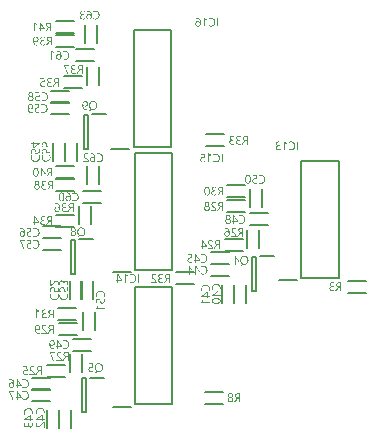
<source format=gbr>
%TF.GenerationSoftware,Altium Limited,Altium Designer,21.7.2 (23)*%
G04 Layer_Color=32896*
%FSLAX24Y24*%
%MOIN*%
%TF.SameCoordinates,F115D885-3665-466D-A638-D1939FCD3409*%
%TF.FilePolarity,Positive*%
%TF.FileFunction,Legend,Bot*%
%TF.Part,Single*%
G01*
G75*
%TA.AperFunction,NonConductor*%
%ADD76C,0.0050*%
%ADD77C,0.0079*%
G36*
X12502Y18259D02*
X12514Y18257D01*
X12520Y18256D01*
X12525Y18255D01*
X12530Y18253D01*
X12535Y18252D01*
X12539Y18250D01*
X12543Y18249D01*
X12546Y18247D01*
X12549Y18246D01*
X12551Y18245D01*
X12553Y18244D01*
X12553Y18244D01*
X12554Y18243D01*
Y18211D01*
X12549Y18215D01*
X12543Y18218D01*
X12538Y18221D01*
X12533Y18223D01*
X12524Y18227D01*
X12515Y18229D01*
X12511Y18230D01*
X12508Y18231D01*
X12504Y18231D01*
X12502Y18231D01*
X12499Y18232D01*
X12496D01*
X12487Y18231D01*
X12478Y18229D01*
X12471Y18227D01*
X12465Y18224D01*
X12459Y18220D01*
X12455Y18216D01*
X12451Y18212D01*
X12449Y18207D01*
X12446Y18203D01*
X12445Y18198D01*
X12443Y18194D01*
X12443Y18190D01*
X12442Y18187D01*
X12442Y18185D01*
Y18183D01*
Y18182D01*
X12442Y18177D01*
X12443Y18173D01*
X12445Y18165D01*
X12448Y18158D01*
X12453Y18151D01*
X12458Y18147D01*
X12464Y18142D01*
X12471Y18139D01*
X12477Y18136D01*
X12484Y18134D01*
X12491Y18132D01*
X12497Y18130D01*
X12502Y18130D01*
X12507Y18129D01*
X12510Y18129D01*
X12536D01*
Y18101D01*
X12505D01*
X12498Y18100D01*
X12491Y18100D01*
X12485Y18099D01*
X12480Y18097D01*
X12475Y18096D01*
X12470Y18094D01*
X12465Y18092D01*
X12457Y18088D01*
X12451Y18083D01*
X12446Y18078D01*
X12441Y18073D01*
X12438Y18067D01*
X12435Y18062D01*
X12433Y18058D01*
X12432Y18053D01*
X12431Y18049D01*
X12431Y18046D01*
Y18045D01*
Y18044D01*
X12431Y18040D01*
X12432Y18035D01*
X12433Y18031D01*
X12433Y18028D01*
X12435Y18025D01*
X12435Y18023D01*
X12436Y18021D01*
X12436Y18021D01*
X12438Y18017D01*
X12440Y18014D01*
X12442Y18011D01*
X12444Y18008D01*
X12446Y18006D01*
X12448Y18004D01*
X12449Y18004D01*
X12449Y18003D01*
X12456Y17998D01*
X12460Y17997D01*
X12463Y17995D01*
X12466Y17994D01*
X12469Y17993D01*
X12470Y17992D01*
X12470D01*
X12480Y17990D01*
X12485Y17989D01*
X12489Y17989D01*
X12493D01*
X12495Y17988D01*
X12498D01*
X12505Y17989D01*
X12512Y17990D01*
X12518Y17991D01*
X12524Y17992D01*
X12530Y17994D01*
X12536Y17996D01*
X12541Y17998D01*
X12546Y18000D01*
X12550Y18002D01*
X12554Y18004D01*
X12557Y18006D01*
X12560Y18008D01*
X12562Y18009D01*
X12564Y18011D01*
X12564Y18011D01*
X12565Y18012D01*
Y17976D01*
X12560Y17973D01*
X12555Y17971D01*
X12544Y17967D01*
X12533Y17964D01*
X12523Y17962D01*
X12518Y17962D01*
X12514Y17961D01*
X12509Y17961D01*
X12506D01*
X12503Y17960D01*
X12499D01*
X12491Y17961D01*
X12483Y17962D01*
X12476Y17962D01*
X12470Y17964D01*
X12465Y17965D01*
X12461Y17966D01*
X12460Y17966D01*
X12459D01*
X12458Y17967D01*
X12458D01*
X12451Y17969D01*
X12445Y17972D01*
X12439Y17975D01*
X12435Y17978D01*
X12431Y17980D01*
X12428Y17982D01*
X12426Y17984D01*
X12425Y17984D01*
X12421Y17989D01*
X12417Y17993D01*
X12413Y17998D01*
X12410Y18002D01*
X12408Y18006D01*
X12406Y18009D01*
X12405Y18011D01*
X12405Y18012D01*
X12402Y18018D01*
X12401Y18024D01*
X12399Y18030D01*
X12398Y18035D01*
X12398Y18040D01*
X12397Y18044D01*
Y18045D01*
Y18046D01*
Y18047D01*
Y18047D01*
X12398Y18053D01*
X12398Y18058D01*
X12399Y18062D01*
X12400Y18066D01*
X12401Y18069D01*
X12402Y18072D01*
X12402Y18073D01*
X12403Y18074D01*
X12405Y18078D01*
X12407Y18082D01*
X12409Y18085D01*
X12412Y18089D01*
X12414Y18091D01*
X12415Y18093D01*
X12417Y18094D01*
X12417Y18095D01*
X12420Y18098D01*
X12424Y18101D01*
X12428Y18103D01*
X12431Y18105D01*
X12434Y18107D01*
X12436Y18108D01*
X12438Y18109D01*
X12438Y18109D01*
X12443Y18111D01*
X12448Y18113D01*
X12452Y18114D01*
X12457Y18115D01*
X12460Y18116D01*
X12463Y18116D01*
X12465Y18116D01*
X12465D01*
Y18117D01*
X12455Y18121D01*
X12446Y18125D01*
X12439Y18130D01*
X12432Y18135D01*
X12427Y18142D01*
X12422Y18148D01*
X12418Y18154D01*
X12415Y18160D01*
X12413Y18166D01*
X12411Y18172D01*
X12410Y18177D01*
X12409Y18182D01*
X12408Y18185D01*
X12408Y18189D01*
Y18190D01*
Y18191D01*
X12408Y18197D01*
X12409Y18202D01*
X12410Y18206D01*
X12410Y18211D01*
X12412Y18214D01*
X12413Y18216D01*
X12413Y18218D01*
X12414Y18219D01*
X12416Y18223D01*
X12419Y18228D01*
X12421Y18231D01*
X12424Y18234D01*
X12426Y18237D01*
X12428Y18239D01*
X12430Y18240D01*
X12430Y18240D01*
X12434Y18244D01*
X12438Y18247D01*
X12443Y18249D01*
X12446Y18251D01*
X12450Y18253D01*
X12452Y18254D01*
X12454Y18254D01*
X12455Y18255D01*
X12461Y18257D01*
X12466Y18258D01*
X12472Y18259D01*
X12477Y18259D01*
X12482Y18260D01*
X12485Y18260D01*
X12495D01*
X12502Y18259D01*
D02*
G37*
G36*
X12799Y17965D02*
X12765D01*
Y18088D01*
X12737D01*
X12731Y18088D01*
X12728Y18088D01*
X12726Y18087D01*
X12723Y18087D01*
X12722Y18087D01*
X12721Y18086D01*
X12721D01*
X12715Y18084D01*
X12711Y18082D01*
X12709Y18080D01*
X12708Y18079D01*
X12707Y18079D01*
X12707Y18079D01*
X12702Y18074D01*
X12697Y18070D01*
X12696Y18068D01*
X12695Y18067D01*
X12694Y18066D01*
X12694Y18066D01*
X12689Y18059D01*
X12685Y18053D01*
X12683Y18051D01*
X12682Y18048D01*
X12681Y18047D01*
X12681Y18046D01*
X12632Y17965D01*
X12592D01*
X12646Y18052D01*
X12650Y18059D01*
X12652Y18062D01*
X12654Y18064D01*
X12655Y18066D01*
X12656Y18068D01*
X12656Y18069D01*
X12657Y18069D01*
X12660Y18074D01*
X12663Y18078D01*
X12665Y18080D01*
X12666Y18081D01*
X12666Y18081D01*
X12666Y18082D01*
X12670Y18085D01*
X12673Y18089D01*
X12676Y18091D01*
X12676Y18092D01*
X12676D01*
X12681Y18095D01*
X12685Y18097D01*
X12686Y18098D01*
X12688Y18098D01*
X12689Y18099D01*
X12689D01*
Y18100D01*
X12684Y18101D01*
X12679Y18103D01*
X12674Y18105D01*
X12670Y18107D01*
X12667Y18108D01*
X12665Y18109D01*
X12663Y18110D01*
X12663Y18111D01*
X12658Y18113D01*
X12655Y18116D01*
X12651Y18119D01*
X12648Y18122D01*
X12646Y18124D01*
X12644Y18126D01*
X12643Y18127D01*
X12642Y18127D01*
X12637Y18135D01*
X12635Y18139D01*
X12633Y18142D01*
X12631Y18145D01*
X12630Y18148D01*
X12630Y18150D01*
X12629Y18150D01*
X12628Y18155D01*
X12627Y18160D01*
X12626Y18164D01*
X12625Y18169D01*
Y18173D01*
X12625Y18175D01*
Y18177D01*
Y18178D01*
X12625Y18185D01*
X12626Y18191D01*
X12627Y18197D01*
X12628Y18202D01*
X12629Y18206D01*
X12631Y18209D01*
X12631Y18211D01*
X12632Y18211D01*
X12634Y18217D01*
X12637Y18221D01*
X12640Y18226D01*
X12643Y18229D01*
X12646Y18232D01*
X12648Y18234D01*
X12650Y18235D01*
X12650Y18236D01*
X12655Y18239D01*
X12659Y18242D01*
X12664Y18244D01*
X12668Y18247D01*
X12672Y18248D01*
X12675Y18249D01*
X12677Y18250D01*
X12678Y18250D01*
X12684Y18252D01*
X12690Y18253D01*
X12696Y18254D01*
X12702Y18254D01*
X12706Y18255D01*
X12710Y18255D01*
X12799D01*
Y17965D01*
D02*
G37*
G36*
X10711Y22954D02*
X10723Y22952D01*
X10729Y22951D01*
X10734Y22949D01*
X10739Y22948D01*
X10744Y22946D01*
X10748Y22945D01*
X10752Y22943D01*
X10755Y22942D01*
X10758Y22940D01*
X10760Y22939D01*
X10761Y22938D01*
X10762Y22938D01*
X10762Y22938D01*
Y22906D01*
X10758Y22909D01*
X10752Y22912D01*
X10747Y22915D01*
X10742Y22917D01*
X10733Y22921D01*
X10724Y22924D01*
X10720Y22925D01*
X10716Y22925D01*
X10713Y22925D01*
X10711Y22926D01*
X10708Y22926D01*
X10705D01*
X10696Y22926D01*
X10687Y22924D01*
X10680Y22922D01*
X10673Y22919D01*
X10668Y22915D01*
X10664Y22911D01*
X10660Y22906D01*
X10657Y22902D01*
X10655Y22897D01*
X10654Y22893D01*
X10652Y22888D01*
X10651Y22885D01*
X10651Y22882D01*
X10651Y22879D01*
Y22877D01*
Y22877D01*
X10651Y22872D01*
X10651Y22867D01*
X10654Y22859D01*
X10657Y22852D01*
X10662Y22846D01*
X10667Y22841D01*
X10673Y22836D01*
X10680Y22833D01*
X10686Y22830D01*
X10693Y22828D01*
X10699Y22826D01*
X10706Y22825D01*
X10711Y22824D01*
X10716Y22824D01*
X10719Y22824D01*
X10745D01*
Y22796D01*
X10714D01*
X10707Y22795D01*
X10700Y22794D01*
X10694Y22793D01*
X10688Y22792D01*
X10683Y22790D01*
X10678Y22789D01*
X10674Y22787D01*
X10666Y22782D01*
X10660Y22778D01*
X10654Y22772D01*
X10650Y22767D01*
X10647Y22762D01*
X10644Y22757D01*
X10642Y22752D01*
X10641Y22747D01*
X10640Y22744D01*
X10640Y22741D01*
Y22739D01*
Y22739D01*
X10640Y22734D01*
X10641Y22730D01*
X10641Y22726D01*
X10642Y22722D01*
X10643Y22719D01*
X10644Y22717D01*
X10644Y22716D01*
X10645Y22715D01*
X10647Y22712D01*
X10649Y22708D01*
X10651Y22705D01*
X10653Y22703D01*
X10655Y22700D01*
X10657Y22699D01*
X10658Y22698D01*
X10658Y22698D01*
X10665Y22693D01*
X10669Y22691D01*
X10672Y22689D01*
X10675Y22688D01*
X10677Y22687D01*
X10679Y22687D01*
X10679D01*
X10689Y22684D01*
X10693Y22684D01*
X10698Y22683D01*
X10701D01*
X10704Y22683D01*
X10707D01*
X10714Y22683D01*
X10720Y22684D01*
X10727Y22685D01*
X10733Y22687D01*
X10739Y22688D01*
X10745Y22690D01*
X10749Y22692D01*
X10754Y22695D01*
X10759Y22697D01*
X10762Y22699D01*
X10766Y22701D01*
X10769Y22703D01*
X10771Y22704D01*
X10772Y22705D01*
X10773Y22706D01*
X10774Y22706D01*
Y22671D01*
X10769Y22668D01*
X10764Y22665D01*
X10753Y22662D01*
X10742Y22659D01*
X10732Y22657D01*
X10727Y22656D01*
X10722Y22656D01*
X10718Y22655D01*
X10715D01*
X10712Y22655D01*
X10708D01*
X10699Y22655D01*
X10692Y22656D01*
X10685Y22657D01*
X10679Y22658D01*
X10674Y22659D01*
X10670Y22660D01*
X10669Y22661D01*
X10667D01*
X10667Y22661D01*
X10667D01*
X10660Y22664D01*
X10654Y22666D01*
X10648Y22670D01*
X10643Y22672D01*
X10639Y22675D01*
X10636Y22677D01*
X10635Y22678D01*
X10634Y22679D01*
X10630Y22683D01*
X10625Y22688D01*
X10622Y22692D01*
X10619Y22697D01*
X10617Y22700D01*
X10615Y22704D01*
X10614Y22705D01*
X10613Y22706D01*
X10611Y22712D01*
X10609Y22718D01*
X10608Y22725D01*
X10607Y22730D01*
X10607Y22735D01*
X10606Y22738D01*
Y22740D01*
Y22741D01*
Y22741D01*
Y22742D01*
X10607Y22747D01*
X10607Y22752D01*
X10608Y22757D01*
X10609Y22760D01*
X10610Y22764D01*
X10611Y22766D01*
X10611Y22768D01*
X10612Y22768D01*
X10613Y22773D01*
X10616Y22777D01*
X10618Y22780D01*
X10620Y22783D01*
X10623Y22786D01*
X10624Y22788D01*
X10625Y22789D01*
X10626Y22789D01*
X10629Y22793D01*
X10633Y22795D01*
X10636Y22798D01*
X10640Y22800D01*
X10643Y22801D01*
X10645Y22802D01*
X10647Y22803D01*
X10647Y22804D01*
X10652Y22806D01*
X10657Y22807D01*
X10661Y22809D01*
X10665Y22809D01*
X10669Y22810D01*
X10672Y22811D01*
X10673Y22811D01*
X10674D01*
Y22812D01*
X10664Y22815D01*
X10655Y22820D01*
X10647Y22825D01*
X10641Y22830D01*
X10635Y22836D01*
X10631Y22842D01*
X10627Y22848D01*
X10624Y22855D01*
X10622Y22861D01*
X10620Y22866D01*
X10618Y22872D01*
X10617Y22876D01*
X10617Y22880D01*
X10617Y22883D01*
Y22885D01*
Y22885D01*
X10617Y22891D01*
X10617Y22896D01*
X10618Y22901D01*
X10619Y22905D01*
X10620Y22908D01*
X10622Y22911D01*
X10622Y22913D01*
X10622Y22913D01*
X10625Y22918D01*
X10627Y22922D01*
X10630Y22926D01*
X10633Y22929D01*
X10635Y22932D01*
X10637Y22934D01*
X10638Y22935D01*
X10639Y22935D01*
X10643Y22938D01*
X10647Y22941D01*
X10651Y22943D01*
X10655Y22946D01*
X10659Y22947D01*
X10661Y22948D01*
X10663Y22949D01*
X10664Y22949D01*
X10670Y22951D01*
X10675Y22952D01*
X10681Y22953D01*
X10686Y22954D01*
X10690Y22954D01*
X10694Y22955D01*
X10704D01*
X10711Y22954D01*
D02*
G37*
G36*
X10894Y22951D02*
X10900Y22947D01*
X10903Y22945D01*
X10905Y22943D01*
X10906Y22943D01*
X10906Y22942D01*
X10914Y22937D01*
X10918Y22935D01*
X10921Y22933D01*
X10924Y22931D01*
X10927Y22930D01*
X10928Y22929D01*
X10929Y22929D01*
X10937Y22924D01*
X10941Y22922D01*
X10945Y22921D01*
X10948Y22919D01*
X10950Y22918D01*
X10952Y22918D01*
X10952Y22917D01*
X10961Y22914D01*
X10965Y22913D01*
X10968Y22912D01*
X10971Y22911D01*
X10974Y22910D01*
X10975Y22909D01*
X10976D01*
Y22876D01*
X10968Y22878D01*
X10965Y22879D01*
X10962Y22880D01*
X10960Y22881D01*
X10958Y22882D01*
X10956Y22882D01*
X10956D01*
X10949Y22885D01*
X10945Y22887D01*
X10942Y22888D01*
X10940Y22890D01*
X10938Y22891D01*
X10937Y22891D01*
X10936Y22891D01*
X10930Y22895D01*
X10927Y22897D01*
X10924Y22898D01*
X10923Y22900D01*
X10921Y22901D01*
X10920Y22901D01*
X10920Y22901D01*
X10915Y22905D01*
X10911Y22908D01*
X10909Y22909D01*
X10908Y22910D01*
Y22660D01*
X10876D01*
Y22956D01*
X10888D01*
X10894Y22951D01*
D02*
G37*
G36*
X11123Y22954D02*
X11134Y22953D01*
X11145Y22951D01*
X11155Y22948D01*
X11164Y22945D01*
X11173Y22941D01*
X11181Y22937D01*
X11188Y22933D01*
X11195Y22929D01*
X11201Y22925D01*
X11206Y22921D01*
X11210Y22918D01*
X11213Y22915D01*
X11216Y22913D01*
X11217Y22912D01*
X11217Y22911D01*
X11225Y22903D01*
X11231Y22894D01*
X11237Y22885D01*
X11242Y22876D01*
X11246Y22866D01*
X11249Y22857D01*
X11252Y22848D01*
X11254Y22839D01*
X11256Y22831D01*
X11257Y22824D01*
X11258Y22817D01*
X11258Y22811D01*
X11259Y22806D01*
X11259Y22802D01*
Y22800D01*
Y22799D01*
Y22799D01*
X11259Y22787D01*
X11258Y22776D01*
X11256Y22765D01*
X11253Y22755D01*
X11250Y22746D01*
X11247Y22738D01*
X11244Y22730D01*
X11240Y22723D01*
X11237Y22716D01*
X11234Y22711D01*
X11230Y22706D01*
X11228Y22702D01*
X11225Y22699D01*
X11224Y22697D01*
X11222Y22695D01*
X11222Y22695D01*
X11215Y22688D01*
X11207Y22682D01*
X11199Y22676D01*
X11191Y22672D01*
X11182Y22668D01*
X11174Y22665D01*
X11166Y22662D01*
X11158Y22660D01*
X11151Y22659D01*
X11144Y22657D01*
X11138Y22657D01*
X11133Y22656D01*
X11129Y22656D01*
X11125Y22655D01*
X11123D01*
X11114Y22656D01*
X11106Y22656D01*
X11098Y22657D01*
X11090Y22658D01*
X11083Y22659D01*
X11076Y22661D01*
X11070Y22662D01*
X11065Y22664D01*
X11060Y22665D01*
X11055Y22666D01*
X11052Y22668D01*
X11049Y22669D01*
X11046Y22670D01*
X11044Y22671D01*
X11043Y22672D01*
X11043D01*
Y22705D01*
X11049Y22701D01*
X11055Y22699D01*
X11062Y22696D01*
X11068Y22694D01*
X11081Y22690D01*
X11093Y22688D01*
X11098Y22687D01*
X11103Y22687D01*
X11107Y22686D01*
X11111Y22686D01*
X11114Y22686D01*
X11119D01*
X11127Y22686D01*
X11135Y22687D01*
X11143Y22689D01*
X11150Y22691D01*
X11157Y22693D01*
X11163Y22696D01*
X11169Y22698D01*
X11174Y22701D01*
X11179Y22704D01*
X11183Y22707D01*
X11186Y22710D01*
X11189Y22712D01*
X11191Y22714D01*
X11193Y22716D01*
X11194Y22717D01*
X11195Y22717D01*
X11199Y22723D01*
X11204Y22730D01*
X11208Y22736D01*
X11211Y22743D01*
X11214Y22751D01*
X11216Y22757D01*
X11218Y22764D01*
X11220Y22771D01*
X11221Y22777D01*
X11222Y22783D01*
X11223Y22788D01*
X11223Y22793D01*
Y22796D01*
X11224Y22799D01*
Y22801D01*
Y22801D01*
X11223Y22812D01*
X11222Y22821D01*
X11221Y22830D01*
X11219Y22839D01*
X11216Y22847D01*
X11214Y22854D01*
X11211Y22861D01*
X11208Y22867D01*
X11205Y22872D01*
X11203Y22877D01*
X11200Y22881D01*
X11198Y22884D01*
X11195Y22887D01*
X11194Y22889D01*
X11193Y22890D01*
X11193Y22890D01*
X11186Y22896D01*
X11180Y22901D01*
X11174Y22906D01*
X11167Y22909D01*
X11160Y22913D01*
X11153Y22916D01*
X11147Y22918D01*
X11140Y22919D01*
X11135Y22921D01*
X11129Y22922D01*
X11124Y22922D01*
X11120Y22923D01*
X11117D01*
X11114Y22924D01*
X11105D01*
X11098Y22923D01*
X11085Y22921D01*
X11073Y22918D01*
X11068Y22917D01*
X11063Y22915D01*
X11059Y22913D01*
X11055Y22912D01*
X11051Y22910D01*
X11048Y22909D01*
X11046Y22908D01*
X11044Y22907D01*
X11043Y22907D01*
X11043Y22906D01*
Y22942D01*
X11054Y22947D01*
X11065Y22950D01*
X11076Y22951D01*
X11087Y22953D01*
X11092Y22953D01*
X11097Y22954D01*
X11101Y22954D01*
X11104Y22955D01*
X11111D01*
X11123Y22954D01*
D02*
G37*
G36*
X11350Y22660D02*
X11316D01*
Y22950D01*
X11350D01*
Y22660D01*
D02*
G37*
G36*
X8640Y18207D02*
X8651Y18206D01*
X8661Y18204D01*
X8671Y18202D01*
X8680Y18199D01*
X8689Y18195D01*
X8697Y18192D01*
X8704Y18189D01*
X8711Y18185D01*
X8716Y18182D01*
X8721Y18179D01*
X8725Y18176D01*
X8728Y18174D01*
X8730Y18172D01*
X8732Y18171D01*
X8732Y18170D01*
X8739Y18163D01*
X8745Y18155D01*
X8750Y18147D01*
X8755Y18139D01*
X8758Y18131D01*
X8762Y18123D01*
X8765Y18114D01*
X8766Y18106D01*
X8768Y18099D01*
X8770Y18092D01*
X8770Y18087D01*
X8771Y18081D01*
X8771Y18077D01*
X8771Y18074D01*
Y18071D01*
X8771Y18062D01*
X8771Y18054D01*
X8770Y18046D01*
X8769Y18038D01*
X8768Y18031D01*
X8766Y18025D01*
X8765Y18019D01*
X8763Y18013D01*
X8761Y18008D01*
X8760Y18004D01*
X8759Y18000D01*
X8758Y17997D01*
X8757Y17995D01*
X8756Y17993D01*
X8755Y17991D01*
Y17991D01*
X8722D01*
X8726Y17997D01*
X8728Y18004D01*
X8731Y18010D01*
X8733Y18016D01*
X8737Y18029D01*
X8739Y18041D01*
X8740Y18046D01*
X8740Y18051D01*
X8740Y18056D01*
X8741Y18059D01*
X8741Y18063D01*
Y18067D01*
X8741Y18075D01*
X8740Y18084D01*
X8738Y18091D01*
X8736Y18098D01*
X8734Y18105D01*
X8731Y18111D01*
X8729Y18117D01*
X8726Y18123D01*
X8723Y18127D01*
X8720Y18131D01*
X8717Y18135D01*
X8715Y18137D01*
X8713Y18140D01*
X8711Y18141D01*
X8710Y18142D01*
X8710Y18143D01*
X8704Y18148D01*
X8697Y18152D01*
X8690Y18156D01*
X8684Y18160D01*
X8676Y18162D01*
X8669Y18165D01*
X8663Y18166D01*
X8656Y18168D01*
X8650Y18169D01*
X8644Y18170D01*
X8639Y18171D01*
X8634Y18171D01*
X8630D01*
X8628Y18172D01*
X8626D01*
X8625D01*
X8615Y18171D01*
X8606Y18170D01*
X8596Y18169D01*
X8588Y18167D01*
X8580Y18165D01*
X8573Y18162D01*
X8566Y18159D01*
X8560Y18156D01*
X8555Y18153D01*
X8550Y18151D01*
X8546Y18148D01*
X8543Y18146D01*
X8540Y18144D01*
X8538Y18142D01*
X8537Y18141D01*
X8536Y18141D01*
X8531Y18135D01*
X8525Y18128D01*
X8521Y18122D01*
X8517Y18115D01*
X8514Y18108D01*
X8511Y18102D01*
X8509Y18095D01*
X8507Y18089D01*
X8506Y18083D01*
X8505Y18077D01*
X8504Y18072D01*
X8504Y18068D01*
Y18065D01*
X8503Y18062D01*
Y18053D01*
X8504Y18046D01*
X8506Y18033D01*
X8509Y18022D01*
X8510Y18016D01*
X8512Y18011D01*
X8514Y18007D01*
X8515Y18003D01*
X8517Y18000D01*
X8518Y17996D01*
X8519Y17994D01*
X8520Y17993D01*
X8520Y17991D01*
X8520Y17991D01*
X8485D01*
X8480Y18002D01*
X8477Y18013D01*
X8475Y18025D01*
X8474Y18035D01*
X8473Y18040D01*
X8473Y18045D01*
X8473Y18049D01*
X8472Y18053D01*
Y18059D01*
X8473Y18071D01*
X8474Y18082D01*
X8476Y18093D01*
X8479Y18103D01*
X8482Y18113D01*
X8486Y18121D01*
X8490Y18129D01*
X8494Y18137D01*
X8498Y18143D01*
X8502Y18149D01*
X8506Y18154D01*
X8509Y18158D01*
X8512Y18161D01*
X8514Y18164D01*
X8515Y18165D01*
X8515Y18166D01*
X8524Y18173D01*
X8533Y18179D01*
X8542Y18185D01*
X8551Y18190D01*
X8561Y18194D01*
X8570Y18197D01*
X8579Y18200D01*
X8588Y18202D01*
X8596Y18204D01*
X8603Y18205D01*
X8610Y18206D01*
X8616Y18207D01*
X8621Y18207D01*
X8625Y18207D01*
X8627D01*
X8627D01*
X8628D01*
X8640Y18207D01*
D02*
G37*
G36*
X8699Y17831D02*
X8767D01*
Y17798D01*
X8699D01*
Y17761D01*
X8669D01*
Y17798D01*
X8477D01*
Y17834D01*
X8486Y17838D01*
X8494Y17842D01*
X8502Y17846D01*
X8510Y17850D01*
X8516Y17854D01*
X8519Y17855D01*
X8521Y17856D01*
X8523Y17857D01*
X8524Y17858D01*
X8525Y17859D01*
X8525D01*
X8535Y17865D01*
X8544Y17870D01*
X8552Y17876D01*
X8560Y17881D01*
X8566Y17885D01*
X8569Y17887D01*
X8571Y17889D01*
X8573Y17890D01*
X8574Y17891D01*
X8575Y17891D01*
X8575Y17892D01*
X8585Y17898D01*
X8594Y17905D01*
X8602Y17911D01*
X8609Y17917D01*
X8616Y17922D01*
X8618Y17924D01*
X8621Y17925D01*
X8622Y17927D01*
X8624Y17928D01*
X8624Y17928D01*
X8625Y17929D01*
X8634Y17936D01*
X8642Y17943D01*
X8650Y17949D01*
X8656Y17955D01*
X8662Y17960D01*
X8664Y17962D01*
X8666Y17964D01*
X8668Y17965D01*
X8669Y17966D01*
X8670Y17967D01*
X8670Y17967D01*
X8699D01*
Y17831D01*
D02*
G37*
G36*
X8641Y17729D02*
X8652Y17728D01*
X8663Y17728D01*
X8667Y17727D01*
X8672Y17726D01*
X8676Y17726D01*
X8679Y17725D01*
X8682Y17725D01*
X8685Y17724D01*
X8687Y17724D01*
X8688D01*
X8689Y17723D01*
X8689D01*
X8699Y17721D01*
X8708Y17718D01*
X8715Y17715D01*
X8722Y17712D01*
X8727Y17710D01*
X8731Y17708D01*
X8732Y17707D01*
X8734Y17706D01*
X8734Y17706D01*
X8734D01*
X8741Y17701D01*
X8747Y17696D01*
X8751Y17692D01*
X8755Y17687D01*
X8758Y17683D01*
X8760Y17680D01*
X8762Y17678D01*
X8762Y17677D01*
X8765Y17671D01*
X8768Y17664D01*
X8770Y17657D01*
X8771Y17651D01*
X8771Y17646D01*
X8772Y17642D01*
Y17638D01*
X8771Y17629D01*
X8770Y17622D01*
X8769Y17615D01*
X8767Y17609D01*
X8765Y17604D01*
X8763Y17600D01*
X8763Y17599D01*
X8762Y17598D01*
X8762Y17597D01*
Y17597D01*
X8758Y17590D01*
X8753Y17585D01*
X8748Y17579D01*
X8744Y17575D01*
X8739Y17571D01*
X8736Y17569D01*
X8734Y17567D01*
X8733Y17566D01*
X8733D01*
X8725Y17562D01*
X8717Y17558D01*
X8709Y17555D01*
X8702Y17552D01*
X8695Y17550D01*
X8692Y17549D01*
X8690Y17548D01*
X8688Y17548D01*
X8687Y17548D01*
X8686Y17547D01*
X8685D01*
X8674Y17545D01*
X8663Y17543D01*
X8653Y17542D01*
X8643Y17541D01*
X8638Y17541D01*
X8634D01*
X8630Y17541D01*
X8627D01*
X8624D01*
X8622D01*
X8621D01*
X8621D01*
X8608Y17541D01*
X8595Y17542D01*
X8583Y17543D01*
X8572Y17545D01*
X8562Y17547D01*
X8552Y17549D01*
X8543Y17552D01*
X8535Y17555D01*
X8527Y17558D01*
X8520Y17562D01*
X8514Y17566D01*
X8509Y17570D01*
X8503Y17574D01*
X8499Y17578D01*
X8494Y17582D01*
X8491Y17586D01*
X8488Y17591D01*
X8485Y17595D01*
X8480Y17603D01*
X8477Y17611D01*
X8475Y17618D01*
X8473Y17624D01*
X8473Y17626D01*
Y17628D01*
X8472Y17630D01*
Y17632D01*
X8473Y17640D01*
X8474Y17648D01*
X8476Y17655D01*
X8477Y17661D01*
X8479Y17667D01*
X8481Y17671D01*
X8481Y17672D01*
X8482Y17673D01*
X8483Y17673D01*
Y17674D01*
X8487Y17680D01*
X8491Y17686D01*
X8496Y17692D01*
X8501Y17696D01*
X8506Y17700D01*
X8509Y17702D01*
X8512Y17704D01*
X8512Y17705D01*
X8512D01*
X8520Y17709D01*
X8528Y17713D01*
X8536Y17716D01*
X8544Y17718D01*
X8551Y17721D01*
X8554Y17721D01*
X8556Y17722D01*
X8558Y17723D01*
X8560Y17723D01*
X8561Y17723D01*
X8561D01*
X8572Y17725D01*
X8584Y17727D01*
X8595Y17728D01*
X8605Y17729D01*
X8610Y17729D01*
X8614D01*
X8618D01*
X8622Y17729D01*
X8624D01*
X8627D01*
X8628D01*
X8628D01*
X8641Y17729D01*
D02*
G37*
G36*
X9275Y19129D02*
X9279Y19121D01*
X9283Y19113D01*
X9287Y19106D01*
X9290Y19099D01*
X9292Y19097D01*
X9293Y19094D01*
X9294Y19093D01*
X9295Y19091D01*
X9296Y19090D01*
Y19090D01*
X9302Y19081D01*
X9307Y19072D01*
X9313Y19063D01*
X9318Y19056D01*
X9322Y19049D01*
X9324Y19046D01*
X9326Y19044D01*
X9327Y19043D01*
X9328Y19041D01*
X9328Y19040D01*
X9329Y19040D01*
X9335Y19031D01*
X9342Y19022D01*
X9348Y19014D01*
X9354Y19006D01*
X9358Y19000D01*
X9361Y18997D01*
X9362Y18995D01*
X9364Y18993D01*
X9365Y18992D01*
X9365Y18991D01*
X9366Y18991D01*
X9373Y18982D01*
X9380Y18974D01*
X9386Y18966D01*
X9392Y18959D01*
X9397Y18953D01*
X9399Y18951D01*
X9401Y18949D01*
X9402Y18948D01*
X9403Y18946D01*
X9404Y18946D01*
X9404Y18945D01*
Y18917D01*
X9268D01*
Y18849D01*
X9235D01*
Y18917D01*
X9198D01*
Y18947D01*
X9235D01*
Y19138D01*
X9271D01*
X9275Y19129D01*
D02*
G37*
G36*
X9571Y19143D02*
X9582Y19141D01*
X9593Y19139D01*
X9602Y19137D01*
X9611Y19134D01*
X9620Y19130D01*
X9628Y19126D01*
X9635Y19122D01*
X9641Y19118D01*
X9646Y19115D01*
X9651Y19111D01*
X9655Y19108D01*
X9658Y19105D01*
X9660Y19103D01*
X9661Y19102D01*
X9662Y19101D01*
X9668Y19093D01*
X9674Y19085D01*
X9679Y19076D01*
X9684Y19066D01*
X9687Y19057D01*
X9690Y19048D01*
X9693Y19039D01*
X9695Y19030D01*
X9697Y19022D01*
X9698Y19014D01*
X9698Y19008D01*
X9699Y19001D01*
X9699Y18997D01*
X9700Y18993D01*
Y18991D01*
Y18990D01*
Y18990D01*
X9699Y18978D01*
X9698Y18967D01*
X9696Y18956D01*
X9694Y18946D01*
X9691Y18936D01*
X9688Y18928D01*
X9685Y18920D01*
X9681Y18912D01*
X9677Y18906D01*
X9674Y18901D01*
X9671Y18896D01*
X9668Y18891D01*
X9666Y18888D01*
X9664Y18886D01*
X9663Y18885D01*
X9663Y18884D01*
X9655Y18877D01*
X9648Y18871D01*
X9640Y18865D01*
X9631Y18861D01*
X9623Y18857D01*
X9615Y18854D01*
X9607Y18851D01*
X9599Y18849D01*
X9592Y18847D01*
X9585Y18846D01*
X9579Y18845D01*
X9574Y18845D01*
X9569Y18844D01*
X9566Y18844D01*
X9564D01*
X9554Y18844D01*
X9546Y18845D01*
X9538Y18846D01*
X9531Y18847D01*
X9525Y18848D01*
X9523Y18849D01*
X9521Y18849D01*
X9519Y18850D01*
X9518D01*
X9517Y18850D01*
X9517D01*
X9462Y18810D01*
X9401D01*
X9482Y18868D01*
X9475Y18873D01*
X9472Y18876D01*
X9469Y18879D01*
X9467Y18881D01*
X9465Y18883D01*
X9464Y18885D01*
X9463Y18885D01*
X9457Y18893D01*
X9451Y18902D01*
X9446Y18910D01*
X9441Y18920D01*
X9438Y18929D01*
X9435Y18938D01*
X9432Y18948D01*
X9430Y18956D01*
X9429Y18965D01*
X9428Y18972D01*
X9427Y18979D01*
X9426Y18985D01*
Y18990D01*
X9426Y18994D01*
Y18996D01*
Y18996D01*
Y18997D01*
X9426Y19009D01*
X9427Y19020D01*
X9429Y19031D01*
X9431Y19041D01*
X9434Y19050D01*
X9437Y19059D01*
X9441Y19067D01*
X9444Y19074D01*
X9447Y19081D01*
X9451Y19086D01*
X9454Y19091D01*
X9457Y19095D01*
X9459Y19098D01*
X9461Y19101D01*
X9462Y19102D01*
X9462Y19103D01*
X9470Y19110D01*
X9477Y19116D01*
X9485Y19121D01*
X9493Y19126D01*
X9501Y19130D01*
X9509Y19133D01*
X9517Y19136D01*
X9524Y19138D01*
X9532Y19140D01*
X9538Y19141D01*
X9544Y19142D01*
X9549Y19142D01*
X9553Y19143D01*
X9556Y19143D01*
X9559D01*
X9571Y19143D01*
D02*
G37*
G36*
X8286Y18177D02*
X8297Y18176D01*
X8308Y18174D01*
X8318Y18172D01*
X8327Y18169D01*
X8336Y18165D01*
X8344Y18162D01*
X8351Y18159D01*
X8357Y18155D01*
X8363Y18152D01*
X8368Y18149D01*
X8371Y18146D01*
X8374Y18144D01*
X8377Y18142D01*
X8378Y18141D01*
X8379Y18140D01*
X8386Y18133D01*
X8392Y18125D01*
X8397Y18117D01*
X8402Y18109D01*
X8405Y18101D01*
X8408Y18093D01*
X8411Y18084D01*
X8413Y18076D01*
X8415Y18069D01*
X8416Y18062D01*
X8417Y18057D01*
X8417Y18051D01*
X8418Y18047D01*
X8418Y18044D01*
Y18041D01*
X8418Y18032D01*
X8417Y18024D01*
X8417Y18016D01*
X8415Y18008D01*
X8414Y18001D01*
X8413Y17995D01*
X8411Y17989D01*
X8410Y17983D01*
X8408Y17978D01*
X8407Y17974D01*
X8405Y17970D01*
X8404Y17967D01*
X8403Y17965D01*
X8402Y17963D01*
X8402Y17961D01*
Y17961D01*
X8369D01*
X8372Y17967D01*
X8375Y17974D01*
X8378Y17980D01*
X8380Y17986D01*
X8383Y17999D01*
X8386Y18011D01*
X8386Y18017D01*
X8387Y18021D01*
X8387Y18026D01*
X8387Y18029D01*
X8388Y18033D01*
Y18037D01*
X8387Y18045D01*
X8386Y18054D01*
X8385Y18061D01*
X8383Y18068D01*
X8381Y18075D01*
X8378Y18081D01*
X8375Y18087D01*
X8372Y18093D01*
X8369Y18097D01*
X8366Y18101D01*
X8364Y18105D01*
X8361Y18107D01*
X8360Y18110D01*
X8358Y18111D01*
X8357Y18112D01*
X8357Y18113D01*
X8350Y18118D01*
X8344Y18122D01*
X8337Y18126D01*
X8330Y18130D01*
X8323Y18132D01*
X8316Y18135D01*
X8309Y18136D01*
X8303Y18138D01*
X8296Y18139D01*
X8290Y18140D01*
X8285Y18141D01*
X8281Y18141D01*
X8277D01*
X8274Y18142D01*
X8273D01*
X8272D01*
X8262Y18141D01*
X8252Y18140D01*
X8243Y18139D01*
X8235Y18137D01*
X8227Y18135D01*
X8219Y18132D01*
X8213Y18129D01*
X8207Y18126D01*
X8201Y18123D01*
X8196Y18121D01*
X8193Y18118D01*
X8189Y18116D01*
X8187Y18114D01*
X8185Y18112D01*
X8183Y18111D01*
X8183Y18111D01*
X8177Y18105D01*
X8172Y18098D01*
X8168Y18092D01*
X8164Y18085D01*
X8161Y18078D01*
X8158Y18072D01*
X8156Y18065D01*
X8154Y18059D01*
X8153Y18053D01*
X8152Y18047D01*
X8151Y18042D01*
X8150Y18038D01*
Y18035D01*
X8150Y18032D01*
Y18023D01*
X8151Y18016D01*
X8153Y18003D01*
X8155Y17992D01*
X8157Y17986D01*
X8158Y17981D01*
X8160Y17977D01*
X8162Y17973D01*
X8163Y17970D01*
X8164Y17966D01*
X8166Y17964D01*
X8166Y17963D01*
X8167Y17961D01*
X8167Y17961D01*
X8131D01*
X8127Y17972D01*
X8124Y17983D01*
X8122Y17995D01*
X8120Y18005D01*
X8120Y18010D01*
X8120Y18015D01*
X8119Y18019D01*
X8119Y18023D01*
Y18029D01*
X8119Y18041D01*
X8121Y18052D01*
X8123Y18063D01*
X8126Y18073D01*
X8129Y18083D01*
X8133Y18091D01*
X8137Y18099D01*
X8140Y18107D01*
X8145Y18113D01*
X8148Y18119D01*
X8152Y18124D01*
X8155Y18128D01*
X8158Y18131D01*
X8160Y18134D01*
X8162Y18135D01*
X8162Y18136D01*
X8170Y18143D01*
X8179Y18149D01*
X8188Y18155D01*
X8198Y18160D01*
X8207Y18164D01*
X8216Y18167D01*
X8225Y18170D01*
X8234Y18172D01*
X8243Y18174D01*
X8250Y18175D01*
X8257Y18176D01*
X8263Y18177D01*
X8268Y18177D01*
X8271Y18177D01*
X8274D01*
X8274D01*
X8274D01*
X8286Y18177D01*
D02*
G37*
G36*
X8345Y17801D02*
X8413D01*
Y17768D01*
X8345D01*
Y17731D01*
X8315D01*
Y17768D01*
X8124D01*
Y17804D01*
X8133Y17808D01*
X8141Y17812D01*
X8149Y17816D01*
X8156Y17820D01*
X8163Y17824D01*
X8166Y17825D01*
X8168Y17826D01*
X8169Y17827D01*
X8171Y17828D01*
X8172Y17829D01*
X8172D01*
X8181Y17835D01*
X8190Y17840D01*
X8199Y17846D01*
X8206Y17851D01*
X8213Y17855D01*
X8216Y17857D01*
X8218Y17859D01*
X8219Y17860D01*
X8221Y17861D01*
X8222Y17861D01*
X8222Y17862D01*
X8231Y17868D01*
X8240Y17875D01*
X8248Y17881D01*
X8256Y17887D01*
X8262Y17892D01*
X8265Y17894D01*
X8267Y17895D01*
X8269Y17897D01*
X8270Y17898D01*
X8271Y17898D01*
X8271Y17899D01*
X8280Y17906D01*
X8289Y17913D01*
X8296Y17919D01*
X8303Y17925D01*
X8309Y17930D01*
X8311Y17932D01*
X8313Y17934D01*
X8315Y17935D01*
X8316Y17936D01*
X8316Y17937D01*
X8317Y17937D01*
X8345D01*
Y17801D01*
D02*
G37*
G36*
X8196Y17664D02*
X8195Y17660D01*
X8193Y17657D01*
X8193Y17655D01*
X8192Y17653D01*
X8191Y17651D01*
Y17651D01*
X8188Y17644D01*
X8187Y17640D01*
X8185Y17637D01*
X8184Y17635D01*
X8183Y17633D01*
X8182Y17632D01*
X8182Y17631D01*
X8178Y17625D01*
X8177Y17622D01*
X8175Y17620D01*
X8174Y17618D01*
X8173Y17616D01*
X8172Y17615D01*
X8172Y17615D01*
X8169Y17610D01*
X8166Y17606D01*
X8164Y17604D01*
X8163Y17604D01*
X8413D01*
Y17571D01*
X8117D01*
Y17583D01*
X8122Y17589D01*
X8127Y17595D01*
X8128Y17598D01*
X8130Y17600D01*
X8131Y17601D01*
X8131Y17602D01*
X8136Y17609D01*
X8138Y17613D01*
X8140Y17617D01*
X8142Y17620D01*
X8143Y17622D01*
X8144Y17623D01*
X8145Y17624D01*
X8149Y17632D01*
X8151Y17636D01*
X8153Y17640D01*
X8154Y17643D01*
X8155Y17645D01*
X8156Y17647D01*
X8156Y17647D01*
X8159Y17656D01*
X8161Y17660D01*
X8162Y17664D01*
X8163Y17667D01*
X8164Y17669D01*
X8164Y17670D01*
Y17671D01*
X8198D01*
X8196Y17664D01*
D02*
G37*
G36*
X8382Y22547D02*
X8388Y22543D01*
X8391Y22541D01*
X8393Y22539D01*
X8394Y22539D01*
X8395Y22538D01*
X8402Y22533D01*
X8406Y22531D01*
X8410Y22529D01*
X8413Y22527D01*
X8415Y22526D01*
X8416Y22525D01*
X8417Y22525D01*
X8425Y22520D01*
X8429Y22518D01*
X8433Y22517D01*
X8436Y22515D01*
X8438Y22514D01*
X8440Y22514D01*
X8440Y22513D01*
X8449Y22510D01*
X8453Y22509D01*
X8457Y22508D01*
X8460Y22507D01*
X8462Y22506D01*
X8463Y22505D01*
X8464D01*
Y22472D01*
X8457Y22474D01*
X8453Y22475D01*
X8450Y22476D01*
X8448Y22477D01*
X8446Y22478D01*
X8444Y22478D01*
X8444D01*
X8437Y22481D01*
X8433Y22483D01*
X8430Y22484D01*
X8428Y22486D01*
X8426Y22487D01*
X8425Y22487D01*
X8424Y22488D01*
X8418Y22491D01*
X8415Y22493D01*
X8413Y22494D01*
X8411Y22496D01*
X8409Y22497D01*
X8408Y22497D01*
X8408Y22497D01*
X8403Y22501D01*
X8399Y22504D01*
X8397Y22505D01*
X8397Y22506D01*
Y22256D01*
X8364D01*
Y22552D01*
X8376D01*
X8382Y22547D01*
D02*
G37*
G36*
X8248Y22400D02*
X8244Y22401D01*
X8241D01*
X8239Y22401D01*
X8237D01*
X8232Y22402D01*
X8228D01*
X8227Y22402D01*
X8224D01*
X8219Y22402D01*
X8211D01*
X8207Y22403D01*
X8193D01*
X8186Y22402D01*
X8180Y22401D01*
X8175Y22400D01*
X8170Y22399D01*
X8166Y22398D01*
X8162Y22396D01*
X8158Y22395D01*
X8155Y22393D01*
X8152Y22392D01*
X8149Y22390D01*
X8148Y22389D01*
X8146Y22388D01*
X8145Y22387D01*
X8144Y22387D01*
X8144Y22387D01*
X8141Y22384D01*
X8138Y22380D01*
X8135Y22377D01*
X8133Y22373D01*
X8130Y22366D01*
X8127Y22358D01*
X8126Y22352D01*
X8125Y22349D01*
Y22347D01*
X8125Y22345D01*
Y22344D01*
Y22343D01*
Y22342D01*
X8125Y22337D01*
X8126Y22332D01*
X8127Y22328D01*
X8127Y22324D01*
X8128Y22321D01*
X8129Y22318D01*
X8130Y22317D01*
X8130Y22316D01*
X8132Y22312D01*
X8134Y22308D01*
X8136Y22305D01*
X8138Y22302D01*
X8140Y22300D01*
X8142Y22298D01*
X8143Y22297D01*
X8143Y22297D01*
X8150Y22291D01*
X8154Y22289D01*
X8157Y22287D01*
X8160Y22285D01*
X8162Y22284D01*
X8164Y22284D01*
X8165Y22284D01*
X8170Y22282D01*
X8175Y22281D01*
X8179Y22280D01*
X8184Y22280D01*
X8188Y22279D01*
X8191Y22279D01*
X8193D01*
X8199Y22279D01*
X8205Y22280D01*
X8216Y22282D01*
X8226Y22285D01*
X8235Y22288D01*
X8239Y22290D01*
X8243Y22292D01*
X8246Y22293D01*
X8249Y22295D01*
X8251Y22296D01*
X8253Y22297D01*
X8253Y22298D01*
X8254Y22298D01*
Y22263D01*
X8250Y22261D01*
X8245Y22259D01*
X8236Y22256D01*
X8226Y22254D01*
X8216Y22253D01*
X8212Y22252D01*
X8207Y22252D01*
X8204Y22251D01*
X8200D01*
X8198Y22251D01*
X8194D01*
X8185Y22251D01*
X8177Y22252D01*
X8170Y22253D01*
X8164Y22255D01*
X8159Y22256D01*
X8155Y22256D01*
X8153Y22257D01*
X8152Y22257D01*
X8152Y22258D01*
X8151D01*
X8144Y22260D01*
X8138Y22263D01*
X8133Y22266D01*
X8128Y22269D01*
X8124Y22272D01*
X8121Y22274D01*
X8120Y22276D01*
X8119Y22276D01*
X8114Y22281D01*
X8110Y22286D01*
X8107Y22291D01*
X8104Y22296D01*
X8101Y22300D01*
X8099Y22303D01*
X8099Y22305D01*
X8098Y22306D01*
X8096Y22313D01*
X8094Y22319D01*
X8093Y22326D01*
X8092Y22332D01*
X8091Y22337D01*
X8091Y22341D01*
Y22342D01*
Y22344D01*
Y22344D01*
Y22344D01*
X8091Y22352D01*
X8092Y22358D01*
X8093Y22365D01*
X8094Y22370D01*
X8096Y22374D01*
X8096Y22378D01*
X8097Y22380D01*
X8097Y22381D01*
X8100Y22386D01*
X8103Y22392D01*
X8107Y22397D01*
X8110Y22400D01*
X8112Y22404D01*
X8115Y22406D01*
X8116Y22408D01*
X8117Y22408D01*
X8122Y22412D01*
X8127Y22416D01*
X8132Y22419D01*
X8137Y22421D01*
X8141Y22423D01*
X8145Y22424D01*
X8147Y22425D01*
X8148Y22426D01*
X8148D01*
X8155Y22428D01*
X8162Y22429D01*
X8169Y22430D01*
X8175Y22431D01*
X8181Y22431D01*
X8185Y22432D01*
X8198D01*
X8199Y22431D01*
X8202D01*
X8207Y22431D01*
X8211D01*
X8213Y22431D01*
X8216D01*
X8209Y22516D01*
X8104D01*
Y22546D01*
X8238D01*
X8248Y22400D01*
D02*
G37*
G36*
X8611Y22550D02*
X8622Y22549D01*
X8633Y22547D01*
X8643Y22544D01*
X8653Y22541D01*
X8661Y22537D01*
X8669Y22533D01*
X8677Y22529D01*
X8683Y22525D01*
X8689Y22521D01*
X8694Y22517D01*
X8698Y22514D01*
X8701Y22511D01*
X8704Y22509D01*
X8705Y22508D01*
X8706Y22507D01*
X8713Y22499D01*
X8719Y22490D01*
X8725Y22481D01*
X8730Y22472D01*
X8734Y22462D01*
X8737Y22453D01*
X8740Y22444D01*
X8742Y22435D01*
X8744Y22427D01*
X8745Y22420D01*
X8746Y22413D01*
X8746Y22407D01*
X8747Y22402D01*
X8747Y22398D01*
Y22396D01*
Y22395D01*
Y22395D01*
X8747Y22383D01*
X8746Y22372D01*
X8744Y22361D01*
X8742Y22352D01*
X8738Y22342D01*
X8735Y22334D01*
X8732Y22326D01*
X8729Y22319D01*
X8725Y22312D01*
X8722Y22307D01*
X8719Y22302D01*
X8716Y22298D01*
X8714Y22295D01*
X8712Y22293D01*
X8711Y22291D01*
X8710Y22291D01*
X8703Y22284D01*
X8695Y22278D01*
X8687Y22272D01*
X8679Y22268D01*
X8670Y22264D01*
X8662Y22261D01*
X8654Y22258D01*
X8646Y22256D01*
X8639Y22255D01*
X8632Y22253D01*
X8627Y22253D01*
X8621Y22252D01*
X8617Y22252D01*
X8614Y22251D01*
X8611D01*
X8602Y22252D01*
X8594Y22252D01*
X8586Y22253D01*
X8578Y22254D01*
X8571Y22255D01*
X8565Y22257D01*
X8559Y22258D01*
X8553Y22260D01*
X8548Y22261D01*
X8544Y22263D01*
X8540Y22264D01*
X8537Y22265D01*
X8534Y22266D01*
X8533Y22267D01*
X8531Y22268D01*
X8531D01*
Y22301D01*
X8537Y22297D01*
X8544Y22295D01*
X8550Y22292D01*
X8556Y22290D01*
X8569Y22286D01*
X8581Y22284D01*
X8586Y22283D01*
X8591Y22283D01*
X8596Y22282D01*
X8599Y22282D01*
X8602Y22282D01*
X8607D01*
X8615Y22282D01*
X8623Y22283D01*
X8631Y22285D01*
X8638Y22287D01*
X8645Y22289D01*
X8651Y22292D01*
X8657Y22294D01*
X8662Y22297D01*
X8667Y22300D01*
X8671Y22303D01*
X8675Y22306D01*
X8677Y22308D01*
X8680Y22310D01*
X8681Y22312D01*
X8682Y22313D01*
X8683Y22313D01*
X8688Y22319D01*
X8692Y22326D01*
X8696Y22332D01*
X8699Y22339D01*
X8702Y22347D01*
X8704Y22353D01*
X8706Y22360D01*
X8708Y22367D01*
X8709Y22373D01*
X8710Y22379D01*
X8711Y22384D01*
X8711Y22389D01*
Y22392D01*
X8712Y22395D01*
Y22397D01*
Y22397D01*
X8711Y22408D01*
X8710Y22417D01*
X8709Y22426D01*
X8707Y22435D01*
X8704Y22443D01*
X8702Y22450D01*
X8699Y22457D01*
X8696Y22463D01*
X8693Y22468D01*
X8691Y22473D01*
X8688Y22477D01*
X8686Y22480D01*
X8683Y22483D01*
X8682Y22485D01*
X8681Y22486D01*
X8681Y22486D01*
X8675Y22492D01*
X8668Y22497D01*
X8662Y22502D01*
X8655Y22505D01*
X8648Y22509D01*
X8641Y22512D01*
X8635Y22514D01*
X8628Y22515D01*
X8623Y22517D01*
X8617Y22518D01*
X8612Y22518D01*
X8608Y22519D01*
X8605D01*
X8602Y22520D01*
X8593D01*
X8586Y22519D01*
X8573Y22517D01*
X8562Y22514D01*
X8556Y22513D01*
X8551Y22511D01*
X8547Y22509D01*
X8543Y22508D01*
X8539Y22506D01*
X8536Y22505D01*
X8534Y22504D01*
X8533Y22503D01*
X8531Y22503D01*
X8531Y22502D01*
Y22538D01*
X8542Y22543D01*
X8553Y22546D01*
X8565Y22548D01*
X8575Y22549D01*
X8580Y22549D01*
X8585Y22550D01*
X8589Y22550D01*
X8593Y22551D01*
X8599D01*
X8611Y22550D01*
D02*
G37*
G36*
X8838Y22256D02*
X8804D01*
Y22546D01*
X8838D01*
Y22256D01*
D02*
G37*
G36*
X8197Y18811D02*
X8208Y18809D01*
X8219Y18807D01*
X8229Y18804D01*
X8238Y18801D01*
X8247Y18797D01*
X8255Y18793D01*
X8262Y18790D01*
X8269Y18785D01*
X8275Y18782D01*
X8280Y18778D01*
X8284Y18775D01*
X8287Y18772D01*
X8289Y18770D01*
X8291Y18768D01*
X8291Y18768D01*
X8299Y18759D01*
X8305Y18751D01*
X8311Y18741D01*
X8315Y18732D01*
X8320Y18723D01*
X8323Y18714D01*
X8326Y18704D01*
X8328Y18696D01*
X8330Y18687D01*
X8331Y18680D01*
X8332Y18673D01*
X8332Y18667D01*
X8333Y18662D01*
X8333Y18659D01*
Y18656D01*
Y18656D01*
Y18656D01*
X8333Y18644D01*
X8331Y18633D01*
X8330Y18622D01*
X8327Y18612D01*
X8324Y18603D01*
X8321Y18594D01*
X8318Y18586D01*
X8314Y18579D01*
X8311Y18573D01*
X8308Y18567D01*
X8304Y18562D01*
X8302Y18558D01*
X8299Y18555D01*
X8297Y18553D01*
X8296Y18552D01*
X8296Y18551D01*
X8289Y18544D01*
X8281Y18538D01*
X8273Y18533D01*
X8265Y18528D01*
X8256Y18525D01*
X8248Y18521D01*
X8240Y18519D01*
X8232Y18517D01*
X8225Y18515D01*
X8218Y18514D01*
X8212Y18513D01*
X8207Y18513D01*
X8203Y18512D01*
X8199Y18512D01*
X8197D01*
X8188Y18512D01*
X8179Y18513D01*
X8171Y18513D01*
X8164Y18515D01*
X8157Y18516D01*
X8150Y18517D01*
X8144Y18519D01*
X8139Y18520D01*
X8134Y18522D01*
X8129Y18523D01*
X8126Y18524D01*
X8123Y18526D01*
X8120Y18527D01*
X8118Y18528D01*
X8117Y18528D01*
X8117D01*
Y18561D01*
X8123Y18558D01*
X8129Y18555D01*
X8135Y18552D01*
X8142Y18550D01*
X8155Y18547D01*
X8166Y18544D01*
X8172Y18544D01*
X8177Y18543D01*
X8181Y18543D01*
X8185Y18542D01*
X8188Y18542D01*
X8192D01*
X8201Y18542D01*
X8209Y18544D01*
X8217Y18545D01*
X8224Y18547D01*
X8231Y18549D01*
X8237Y18552D01*
X8243Y18555D01*
X8248Y18558D01*
X8253Y18561D01*
X8257Y18563D01*
X8260Y18566D01*
X8263Y18568D01*
X8265Y18570D01*
X8267Y18572D01*
X8268Y18573D01*
X8268Y18573D01*
X8273Y18579D01*
X8278Y18586D01*
X8282Y18593D01*
X8285Y18600D01*
X8288Y18607D01*
X8290Y18614D01*
X8292Y18621D01*
X8294Y18627D01*
X8295Y18634D01*
X8296Y18639D01*
X8297Y18644D01*
X8297Y18649D01*
Y18653D01*
X8297Y18656D01*
Y18657D01*
Y18658D01*
X8297Y18668D01*
X8296Y18678D01*
X8294Y18687D01*
X8292Y18695D01*
X8290Y18703D01*
X8288Y18711D01*
X8285Y18717D01*
X8282Y18723D01*
X8279Y18728D01*
X8276Y18733D01*
X8274Y18737D01*
X8271Y18741D01*
X8269Y18743D01*
X8268Y18745D01*
X8267Y18746D01*
X8267Y18747D01*
X8260Y18753D01*
X8254Y18758D01*
X8247Y18762D01*
X8241Y18766D01*
X8234Y18769D01*
X8227Y18772D01*
X8221Y18774D01*
X8214Y18776D01*
X8208Y18777D01*
X8203Y18778D01*
X8198Y18779D01*
X8194Y18780D01*
X8190D01*
X8188Y18780D01*
X8179D01*
X8172Y18779D01*
X8159Y18777D01*
X8147Y18775D01*
X8142Y18773D01*
X8137Y18772D01*
X8132Y18770D01*
X8129Y18768D01*
X8125Y18767D01*
X8122Y18766D01*
X8120Y18764D01*
X8118Y18764D01*
X8117Y18763D01*
X8117Y18763D01*
Y18799D01*
X8127Y18803D01*
X8139Y18806D01*
X8150Y18808D01*
X8161Y18809D01*
X8166Y18810D01*
X8171Y18810D01*
X8175Y18811D01*
X8178Y18811D01*
X8185D01*
X8197Y18811D01*
D02*
G37*
G36*
X7964Y18797D02*
X7968Y18789D01*
X7972Y18781D01*
X7976Y18774D01*
X7979Y18767D01*
X7981Y18764D01*
X7982Y18762D01*
X7983Y18761D01*
X7984Y18759D01*
X7985Y18758D01*
Y18758D01*
X7990Y18749D01*
X7996Y18740D01*
X8001Y18731D01*
X8007Y18723D01*
X8011Y18717D01*
X8013Y18714D01*
X8014Y18712D01*
X8016Y18711D01*
X8017Y18709D01*
X8017Y18708D01*
X8017Y18708D01*
X8024Y18699D01*
X8031Y18689D01*
X8037Y18681D01*
X8043Y18674D01*
X8047Y18668D01*
X8050Y18665D01*
X8051Y18663D01*
X8053Y18661D01*
X8054Y18660D01*
X8054Y18659D01*
X8055Y18659D01*
X8062Y18650D01*
X8069Y18641D01*
X8075Y18634D01*
X8081Y18627D01*
X8086Y18621D01*
X8088Y18619D01*
X8089Y18617D01*
X8091Y18615D01*
X8092Y18614D01*
X8092Y18613D01*
X8093Y18613D01*
Y18584D01*
X7957D01*
Y18516D01*
X7924D01*
Y18584D01*
X7887D01*
Y18615D01*
X7924D01*
Y18806D01*
X7959D01*
X7964Y18797D01*
D02*
G37*
G36*
X7740D02*
X7745Y18789D01*
X7749Y18781D01*
X7753Y18774D01*
X7756Y18767D01*
X7758Y18764D01*
X7759Y18762D01*
X7760Y18761D01*
X7761Y18759D01*
X7762Y18758D01*
Y18758D01*
X7767Y18749D01*
X7773Y18740D01*
X7778Y18731D01*
X7784Y18723D01*
X7788Y18717D01*
X7790Y18714D01*
X7791Y18712D01*
X7792Y18711D01*
X7794Y18709D01*
X7794Y18708D01*
X7794Y18708D01*
X7801Y18699D01*
X7808Y18689D01*
X7814Y18681D01*
X7820Y18674D01*
X7824Y18668D01*
X7826Y18665D01*
X7828Y18663D01*
X7829Y18661D01*
X7831Y18660D01*
X7831Y18659D01*
X7831Y18659D01*
X7839Y18650D01*
X7846Y18641D01*
X7852Y18634D01*
X7858Y18627D01*
X7863Y18621D01*
X7865Y18619D01*
X7866Y18617D01*
X7868Y18615D01*
X7869Y18614D01*
X7869Y18613D01*
X7870Y18613D01*
Y18584D01*
X7734D01*
Y18516D01*
X7701D01*
Y18584D01*
X7664D01*
Y18615D01*
X7701D01*
Y18806D01*
X7736D01*
X7740Y18797D01*
D02*
G37*
G36*
X7821Y19055D02*
X7817Y19055D01*
X7814D01*
X7812Y19056D01*
X7810D01*
X7805Y19056D01*
X7801D01*
X7800Y19056D01*
X7797D01*
X7792Y19057D01*
X7784D01*
X7780Y19057D01*
X7766D01*
X7759Y19056D01*
X7753Y19056D01*
X7748Y19054D01*
X7743Y19053D01*
X7739Y19052D01*
X7735Y19051D01*
X7731Y19049D01*
X7728Y19047D01*
X7725Y19046D01*
X7722Y19045D01*
X7721Y19044D01*
X7719Y19043D01*
X7718Y19042D01*
X7717Y19041D01*
X7717Y19041D01*
X7714Y19038D01*
X7711Y19034D01*
X7708Y19031D01*
X7706Y19027D01*
X7703Y19020D01*
X7700Y19013D01*
X7699Y19007D01*
X7698Y19004D01*
Y19001D01*
X7698Y18999D01*
Y18998D01*
Y18997D01*
Y18997D01*
X7698Y18991D01*
X7699Y18987D01*
X7700Y18982D01*
X7700Y18978D01*
X7701Y18975D01*
X7702Y18973D01*
X7703Y18971D01*
X7703Y18971D01*
X7705Y18966D01*
X7707Y18963D01*
X7709Y18959D01*
X7711Y18957D01*
X7713Y18954D01*
X7715Y18952D01*
X7716Y18951D01*
X7716Y18951D01*
X7723Y18945D01*
X7727Y18943D01*
X7730Y18941D01*
X7733Y18940D01*
X7735Y18939D01*
X7737Y18938D01*
X7738Y18938D01*
X7743Y18936D01*
X7748Y18935D01*
X7752Y18934D01*
X7757Y18934D01*
X7761Y18934D01*
X7764Y18933D01*
X7766D01*
X7772Y18934D01*
X7778Y18934D01*
X7789Y18936D01*
X7799Y18939D01*
X7808Y18943D01*
X7812Y18945D01*
X7816Y18946D01*
X7819Y18948D01*
X7822Y18949D01*
X7824Y18950D01*
X7826Y18952D01*
X7826Y18952D01*
X7827Y18952D01*
Y18917D01*
X7823Y18915D01*
X7818Y18913D01*
X7809Y18910D01*
X7799Y18908D01*
X7789Y18907D01*
X7785Y18907D01*
X7781Y18906D01*
X7777Y18906D01*
X7773D01*
X7771Y18905D01*
X7767D01*
X7758Y18906D01*
X7750Y18907D01*
X7743Y18907D01*
X7737Y18909D01*
X7732Y18910D01*
X7728Y18911D01*
X7726Y18911D01*
X7725Y18911D01*
X7725Y18912D01*
X7724D01*
X7717Y18915D01*
X7711Y18918D01*
X7706Y18921D01*
X7701Y18924D01*
X7697Y18926D01*
X7694Y18929D01*
X7693Y18930D01*
X7692Y18931D01*
X7687Y18936D01*
X7683Y18941D01*
X7680Y18945D01*
X7677Y18950D01*
X7674Y18954D01*
X7672Y18957D01*
X7672Y18960D01*
X7671Y18960D01*
X7669Y18967D01*
X7667Y18974D01*
X7666Y18980D01*
X7665Y18986D01*
X7664Y18991D01*
X7664Y18995D01*
Y18997D01*
Y18998D01*
Y18998D01*
Y18999D01*
X7664Y19006D01*
X7665Y19013D01*
X7666Y19019D01*
X7667Y19024D01*
X7669Y19029D01*
X7669Y19032D01*
X7670Y19034D01*
X7670Y19035D01*
X7673Y19041D01*
X7676Y19046D01*
X7680Y19051D01*
X7683Y19055D01*
X7685Y19058D01*
X7688Y19060D01*
X7689Y19062D01*
X7690Y19062D01*
X7695Y19067D01*
X7700Y19070D01*
X7705Y19073D01*
X7710Y19075D01*
X7714Y19077D01*
X7718Y19079D01*
X7720Y19080D01*
X7721Y19080D01*
X7721D01*
X7728Y19082D01*
X7735Y19083D01*
X7742Y19085D01*
X7748Y19085D01*
X7754Y19086D01*
X7758Y19086D01*
X7771D01*
X7772Y19086D01*
X7775D01*
X7780Y19085D01*
X7784D01*
X7786Y19085D01*
X7789D01*
X7782Y19170D01*
X7677D01*
Y19200D01*
X7811D01*
X7821Y19055D01*
D02*
G37*
G36*
X8184Y19204D02*
X8195Y19203D01*
X8206Y19201D01*
X8216Y19198D01*
X8226Y19195D01*
X8234Y19191D01*
X8242Y19187D01*
X8250Y19183D01*
X8256Y19179D01*
X8262Y19175D01*
X8267Y19172D01*
X8271Y19169D01*
X8274Y19166D01*
X8277Y19164D01*
X8278Y19162D01*
X8279Y19162D01*
X8286Y19153D01*
X8292Y19145D01*
X8298Y19135D01*
X8303Y19126D01*
X8307Y19117D01*
X8310Y19107D01*
X8313Y19098D01*
X8315Y19089D01*
X8317Y19081D01*
X8318Y19074D01*
X8319Y19067D01*
X8320Y19061D01*
X8320Y19056D01*
X8320Y19052D01*
Y19050D01*
Y19050D01*
Y19049D01*
X8320Y19038D01*
X8319Y19026D01*
X8317Y19016D01*
X8315Y19006D01*
X8311Y18997D01*
X8308Y18988D01*
X8305Y18980D01*
X8302Y18973D01*
X8298Y18966D01*
X8295Y18961D01*
X8292Y18956D01*
X8289Y18952D01*
X8287Y18949D01*
X8285Y18947D01*
X8284Y18945D01*
X8283Y18945D01*
X8276Y18938D01*
X8268Y18932D01*
X8260Y18927D01*
X8252Y18922D01*
X8243Y18919D01*
X8235Y18915D01*
X8227Y18913D01*
X8219Y18911D01*
X8212Y18909D01*
X8205Y18908D01*
X8200Y18907D01*
X8194Y18907D01*
X8190Y18906D01*
X8187Y18906D01*
X8184D01*
X8175Y18906D01*
X8167Y18907D01*
X8159Y18907D01*
X8151Y18908D01*
X8144Y18910D01*
X8138Y18911D01*
X8132Y18913D01*
X8126Y18914D01*
X8121Y18916D01*
X8117Y18917D01*
X8113Y18918D01*
X8110Y18920D01*
X8107Y18921D01*
X8106Y18921D01*
X8104Y18922D01*
X8104D01*
Y18955D01*
X8110Y18952D01*
X8117Y18949D01*
X8123Y18946D01*
X8129Y18944D01*
X8142Y18941D01*
X8154Y18938D01*
X8159Y18937D01*
X8164Y18937D01*
X8169Y18937D01*
X8172Y18936D01*
X8175Y18936D01*
X8180D01*
X8188Y18936D01*
X8196Y18937D01*
X8204Y18939D01*
X8211Y18941D01*
X8218Y18943D01*
X8224Y18946D01*
X8230Y18949D01*
X8235Y18952D01*
X8240Y18955D01*
X8244Y18957D01*
X8248Y18960D01*
X8250Y18962D01*
X8253Y18964D01*
X8254Y18966D01*
X8255Y18967D01*
X8256Y18967D01*
X8261Y18973D01*
X8265Y18980D01*
X8269Y18987D01*
X8273Y18994D01*
X8275Y19001D01*
X8277Y19008D01*
X8279Y19015D01*
X8281Y19021D01*
X8282Y19028D01*
X8283Y19033D01*
X8284Y19038D01*
X8284Y19043D01*
Y19047D01*
X8285Y19049D01*
Y19051D01*
Y19052D01*
X8284Y19062D01*
X8283Y19072D01*
X8282Y19081D01*
X8280Y19089D01*
X8277Y19097D01*
X8275Y19104D01*
X8272Y19111D01*
X8269Y19117D01*
X8266Y19122D01*
X8264Y19127D01*
X8261Y19131D01*
X8259Y19135D01*
X8256Y19137D01*
X8255Y19139D01*
X8254Y19140D01*
X8254Y19141D01*
X8248Y19146D01*
X8241Y19152D01*
X8235Y19156D01*
X8228Y19160D01*
X8221Y19163D01*
X8214Y19166D01*
X8208Y19168D01*
X8201Y19170D01*
X8196Y19171D01*
X8190Y19172D01*
X8185Y19173D01*
X8181Y19174D01*
X8178D01*
X8175Y19174D01*
X8166D01*
X8159Y19173D01*
X8146Y19171D01*
X8135Y19169D01*
X8129Y19167D01*
X8124Y19166D01*
X8120Y19164D01*
X8116Y19162D01*
X8112Y19161D01*
X8109Y19159D01*
X8107Y19158D01*
X8106Y19157D01*
X8104Y19157D01*
X8104Y19157D01*
Y19193D01*
X8115Y19197D01*
X8126Y19200D01*
X8138Y19202D01*
X8148Y19203D01*
X8153Y19204D01*
X8158Y19204D01*
X8162Y19204D01*
X8166Y19205D01*
X8172D01*
X8184Y19204D01*
D02*
G37*
G36*
X7951Y19191D02*
X7955Y19183D01*
X7959Y19175D01*
X7963Y19167D01*
X7967Y19161D01*
X7968Y19158D01*
X7969Y19156D01*
X7970Y19154D01*
X7971Y19153D01*
X7972Y19152D01*
Y19152D01*
X7978Y19143D01*
X7983Y19133D01*
X7989Y19125D01*
X7994Y19117D01*
X7998Y19111D01*
X8000Y19108D01*
X8002Y19106D01*
X8003Y19104D01*
X8004Y19103D01*
X8004Y19102D01*
X8005Y19102D01*
X8011Y19093D01*
X8018Y19083D01*
X8024Y19075D01*
X8030Y19068D01*
X8035Y19062D01*
X8037Y19059D01*
X8038Y19057D01*
X8040Y19055D01*
X8041Y19054D01*
X8041Y19053D01*
X8042Y19052D01*
X8049Y19044D01*
X8056Y19035D01*
X8062Y19028D01*
X8068Y19021D01*
X8073Y19015D01*
X8075Y19013D01*
X8077Y19011D01*
X8078Y19009D01*
X8079Y19008D01*
X8080Y19007D01*
X8080Y19007D01*
Y18978D01*
X7944D01*
Y18910D01*
X7911D01*
Y18978D01*
X7874D01*
Y19009D01*
X7911D01*
Y19200D01*
X7947D01*
X7951Y19191D01*
D02*
G37*
G36*
X9225Y20071D02*
X9233Y20070D01*
X9240Y20069D01*
X9246Y20068D01*
X9251Y20066D01*
X9255Y20065D01*
X9257Y20064D01*
X9258Y20064D01*
X9258D01*
X9264Y20061D01*
X9270Y20058D01*
X9275Y20054D01*
X9280Y20051D01*
X9284Y20048D01*
X9287Y20045D01*
X9288Y20044D01*
X9289Y20043D01*
Y20007D01*
X9284Y20013D01*
X9279Y20018D01*
X9277Y20019D01*
X9276Y20021D01*
X9275Y20021D01*
X9274Y20022D01*
X9268Y20026D01*
X9265Y20028D01*
X9262Y20030D01*
X9260Y20031D01*
X9259Y20032D01*
X9257Y20032D01*
X9257Y20033D01*
X9251Y20036D01*
X9248Y20037D01*
X9245Y20038D01*
X9243Y20039D01*
X9241Y20040D01*
X9240Y20040D01*
X9239D01*
X9232Y20042D01*
X9229Y20042D01*
X9226Y20042D01*
X9223Y20043D01*
X9220D01*
X9212Y20042D01*
X9208Y20042D01*
X9205Y20041D01*
X9202Y20040D01*
X9201Y20040D01*
X9199Y20039D01*
X9199D01*
X9192Y20037D01*
X9189Y20035D01*
X9187Y20034D01*
X9185Y20032D01*
X9183Y20031D01*
X9183Y20030D01*
X9182Y20030D01*
X9177Y20024D01*
X9174Y20019D01*
X9172Y20017D01*
X9172Y20015D01*
X9171Y20014D01*
Y20013D01*
X9169Y20010D01*
X9168Y20006D01*
X9168Y20001D01*
X9167Y19998D01*
Y19995D01*
X9167Y19992D01*
Y19991D01*
Y19990D01*
X9167Y19982D01*
X9167Y19978D01*
X9168Y19974D01*
X9168Y19972D01*
X9169Y19969D01*
X9170Y19968D01*
Y19967D01*
X9172Y19960D01*
X9174Y19956D01*
X9175Y19953D01*
X9176Y19950D01*
X9178Y19948D01*
X9178Y19947D01*
X9179Y19946D01*
X9181Y19943D01*
X9184Y19939D01*
X9187Y19935D01*
X9189Y19932D01*
X9192Y19930D01*
X9194Y19928D01*
X9195Y19926D01*
X9196Y19926D01*
X9200Y19922D01*
X9204Y19918D01*
X9209Y19914D01*
X9213Y19911D01*
X9217Y19909D01*
X9219Y19906D01*
X9221Y19905D01*
X9222Y19904D01*
X9230Y19899D01*
X9237Y19893D01*
X9243Y19888D01*
X9249Y19884D01*
X9253Y19880D01*
X9256Y19878D01*
X9258Y19876D01*
X9259Y19875D01*
X9264Y19871D01*
X9269Y19866D01*
X9273Y19862D01*
X9277Y19858D01*
X9280Y19855D01*
X9282Y19852D01*
X9283Y19851D01*
X9283Y19850D01*
X9287Y19846D01*
X9290Y19841D01*
X9292Y19836D01*
X9293Y19832D01*
X9295Y19828D01*
X9296Y19826D01*
X9296Y19824D01*
X9297Y19823D01*
X9298Y19818D01*
X9299Y19812D01*
X9300Y19807D01*
X9300Y19802D01*
Y19797D01*
X9301Y19794D01*
Y19791D01*
Y19791D01*
Y19791D01*
Y19776D01*
X9122D01*
Y19806D01*
X9266D01*
Y19810D01*
X9266Y19814D01*
X9265Y19818D01*
X9264Y19821D01*
X9264Y19823D01*
X9263Y19825D01*
X9263Y19826D01*
Y19827D01*
X9261Y19830D01*
X9260Y19833D01*
X9258Y19836D01*
X9256Y19839D01*
X9255Y19841D01*
X9253Y19843D01*
X9253Y19844D01*
X9252Y19844D01*
X9249Y19848D01*
X9246Y19851D01*
X9242Y19855D01*
X9239Y19858D01*
X9236Y19860D01*
X9233Y19862D01*
X9232Y19864D01*
X9231Y19864D01*
X9226Y19868D01*
X9220Y19872D01*
X9215Y19876D01*
X9209Y19880D01*
X9205Y19884D01*
X9201Y19886D01*
X9199Y19887D01*
X9198Y19888D01*
X9198Y19889D01*
X9198D01*
X9191Y19893D01*
X9186Y19897D01*
X9181Y19901D01*
X9177Y19905D01*
X9173Y19908D01*
X9171Y19910D01*
X9169Y19911D01*
X9169Y19912D01*
X9165Y19916D01*
X9160Y19920D01*
X9157Y19924D01*
X9154Y19928D01*
X9152Y19931D01*
X9151Y19933D01*
X9149Y19935D01*
X9149Y19935D01*
X9146Y19940D01*
X9144Y19945D01*
X9142Y19949D01*
X9140Y19953D01*
X9139Y19956D01*
X9138Y19959D01*
X9137Y19961D01*
Y19961D01*
X9136Y19967D01*
X9135Y19972D01*
X9134Y19977D01*
X9133Y19982D01*
Y19987D01*
X9133Y19990D01*
Y19992D01*
Y19993D01*
X9133Y20000D01*
X9134Y20006D01*
X9135Y20012D01*
X9136Y20017D01*
X9138Y20021D01*
X9138Y20024D01*
X9139Y20026D01*
X9139Y20026D01*
X9142Y20032D01*
X9145Y20036D01*
X9147Y20040D01*
X9150Y20044D01*
X9153Y20047D01*
X9155Y20049D01*
X9156Y20050D01*
X9157Y20051D01*
X9161Y20054D01*
X9165Y20057D01*
X9170Y20060D01*
X9174Y20062D01*
X9178Y20064D01*
X9180Y20065D01*
X9182Y20065D01*
X9183Y20066D01*
X9189Y20068D01*
X9194Y20069D01*
X9200Y20070D01*
X9205Y20070D01*
X9209Y20071D01*
X9213Y20071D01*
X9216D01*
X9225Y20071D01*
D02*
G37*
G36*
X8969D02*
X8978Y20069D01*
X8986Y20067D01*
X8994Y20065D01*
X8999Y20063D01*
X9002Y20061D01*
X9004Y20061D01*
X9005Y20060D01*
X9007Y20059D01*
X9007Y20059D01*
X9008D01*
X9016Y20054D01*
X9023Y20048D01*
X9029Y20043D01*
X9034Y20037D01*
X9039Y20032D01*
X9042Y20029D01*
X9044Y20027D01*
X9044Y20026D01*
X9045Y20025D01*
X9045Y20025D01*
X9050Y20016D01*
X9055Y20007D01*
X9059Y19998D01*
X9063Y19990D01*
X9065Y19983D01*
X9066Y19980D01*
X9067Y19977D01*
X9068Y19975D01*
X9068Y19974D01*
X9069Y19972D01*
Y19972D01*
X9071Y19960D01*
X9074Y19948D01*
X9075Y19937D01*
X9076Y19927D01*
X9076Y19922D01*
X9077Y19917D01*
Y19913D01*
X9077Y19910D01*
Y19908D01*
Y19905D01*
Y19904D01*
Y19904D01*
X9077Y19893D01*
X9076Y19882D01*
X9075Y19872D01*
X9074Y19864D01*
X9073Y19861D01*
X9073Y19857D01*
X9073Y19855D01*
X9072Y19852D01*
X9071Y19851D01*
Y19849D01*
X9071Y19848D01*
Y19848D01*
X9068Y19839D01*
X9065Y19831D01*
X9062Y19824D01*
X9060Y19818D01*
X9057Y19813D01*
X9055Y19809D01*
X9053Y19807D01*
X9053Y19807D01*
Y19806D01*
X9048Y19800D01*
X9043Y19795D01*
X9038Y19791D01*
X9033Y19787D01*
X9029Y19784D01*
X9026Y19782D01*
X9024Y19781D01*
X9023Y19780D01*
X9017Y19777D01*
X9010Y19775D01*
X9003Y19774D01*
X8997Y19773D01*
X8992Y19772D01*
X8988Y19772D01*
X8984D01*
X8977Y19772D01*
X8970Y19773D01*
X8964Y19774D01*
X8958Y19775D01*
X8954Y19776D01*
X8951Y19777D01*
X8948Y19778D01*
X8948Y19778D01*
X8942Y19781D01*
X8936Y19784D01*
X8931Y19788D01*
X8927Y19791D01*
X8924Y19794D01*
X8921Y19796D01*
X8919Y19798D01*
X8919Y19799D01*
X8915Y19804D01*
X8911Y19809D01*
X8908Y19814D01*
X8905Y19819D01*
X8903Y19823D01*
X8901Y19826D01*
X8900Y19828D01*
X8900Y19829D01*
X8898Y19836D01*
X8896Y19843D01*
X8895Y19849D01*
X8894Y19856D01*
X8893Y19861D01*
X8893Y19865D01*
Y19866D01*
Y19867D01*
Y19868D01*
Y19868D01*
X8893Y19875D01*
X8894Y19882D01*
X8895Y19888D01*
X8896Y19894D01*
X8897Y19898D01*
X8898Y19902D01*
X8899Y19904D01*
X8899Y19904D01*
X8901Y19911D01*
X8904Y19916D01*
X8907Y19921D01*
X8909Y19925D01*
X8912Y19928D01*
X8914Y19931D01*
X8915Y19932D01*
X8916Y19933D01*
X8920Y19937D01*
X8924Y19941D01*
X8929Y19944D01*
X8932Y19946D01*
X8936Y19948D01*
X8939Y19950D01*
X8941Y19951D01*
X8942Y19951D01*
X8947Y19953D01*
X8953Y19955D01*
X8959Y19956D01*
X8964Y19957D01*
X8969Y19957D01*
X8973Y19958D01*
X8976D01*
X8984Y19957D01*
X8992Y19956D01*
X8999Y19954D01*
X9006Y19952D01*
X9011Y19949D01*
X9017Y19946D01*
X9022Y19943D01*
X9026Y19940D01*
X9030Y19936D01*
X9033Y19933D01*
X9036Y19930D01*
X9038Y19927D01*
X9040Y19925D01*
X9041Y19923D01*
X9042Y19922D01*
X9042Y19921D01*
X9043D01*
X9042Y19931D01*
X9042Y19941D01*
X9041Y19949D01*
X9040Y19957D01*
X9039Y19963D01*
X9038Y19965D01*
X9038Y19967D01*
X9037Y19969D01*
Y19970D01*
X9037Y19971D01*
Y19971D01*
X9034Y19979D01*
X9032Y19987D01*
X9029Y19993D01*
X9026Y19999D01*
X9024Y20003D01*
X9022Y20007D01*
X9020Y20009D01*
X9020Y20010D01*
X9016Y20015D01*
X9011Y20020D01*
X9007Y20024D01*
X9002Y20028D01*
X8998Y20031D01*
X8996Y20032D01*
X8994Y20034D01*
X8993Y20034D01*
X8987Y20037D01*
X8981Y20039D01*
X8975Y20040D01*
X8970Y20042D01*
X8965Y20042D01*
X8961Y20043D01*
X8958D01*
X8949Y20042D01*
X8940Y20041D01*
X8932Y20039D01*
X8925Y20037D01*
X8919Y20035D01*
X8917Y20034D01*
X8915Y20033D01*
X8913Y20032D01*
X8912Y20032D01*
X8911Y20031D01*
X8911D01*
Y20063D01*
X8918Y20065D01*
X8926Y20068D01*
X8934Y20069D01*
X8942Y20070D01*
X8948Y20071D01*
X8951D01*
X8954Y20071D01*
X8959D01*
X8969Y20071D01*
D02*
G37*
G36*
X9532Y19776D02*
X9498D01*
Y19899D01*
X9470D01*
X9464Y19899D01*
X9461Y19899D01*
X9458Y19898D01*
X9456Y19898D01*
X9455Y19898D01*
X9454Y19897D01*
X9453D01*
X9448Y19895D01*
X9444Y19893D01*
X9442Y19891D01*
X9440Y19890D01*
X9440Y19890D01*
X9439Y19890D01*
X9434Y19885D01*
X9430Y19881D01*
X9429Y19879D01*
X9427Y19878D01*
X9427Y19877D01*
X9426Y19877D01*
X9422Y19870D01*
X9418Y19864D01*
X9416Y19862D01*
X9414Y19859D01*
X9414Y19858D01*
X9413Y19857D01*
X9365Y19776D01*
X9324D01*
X9379Y19863D01*
X9383Y19870D01*
X9385Y19873D01*
X9387Y19875D01*
X9388Y19877D01*
X9389Y19879D01*
X9389Y19880D01*
X9390Y19880D01*
X9393Y19885D01*
X9396Y19889D01*
X9397Y19891D01*
X9398Y19892D01*
X9399Y19892D01*
X9399Y19893D01*
X9403Y19896D01*
X9406Y19900D01*
X9408Y19902D01*
X9409Y19903D01*
X9409D01*
X9413Y19906D01*
X9418Y19908D01*
X9419Y19909D01*
X9421Y19909D01*
X9421Y19910D01*
X9422D01*
Y19911D01*
X9416Y19912D01*
X9411Y19914D01*
X9407Y19916D01*
X9403Y19918D01*
X9400Y19919D01*
X9397Y19921D01*
X9396Y19921D01*
X9395Y19922D01*
X9391Y19924D01*
X9387Y19927D01*
X9384Y19930D01*
X9381Y19933D01*
X9379Y19935D01*
X9377Y19937D01*
X9376Y19938D01*
X9375Y19938D01*
X9369Y19946D01*
X9367Y19950D01*
X9366Y19953D01*
X9364Y19956D01*
X9363Y19959D01*
X9363Y19961D01*
X9362Y19961D01*
X9361Y19966D01*
X9359Y19971D01*
X9359Y19976D01*
X9358Y19980D01*
Y19984D01*
X9358Y19986D01*
Y19988D01*
Y19989D01*
X9358Y19996D01*
X9359Y20002D01*
X9360Y20008D01*
X9361Y20013D01*
X9362Y20017D01*
X9363Y20020D01*
X9364Y20022D01*
X9364Y20022D01*
X9367Y20028D01*
X9370Y20032D01*
X9373Y20037D01*
X9376Y20040D01*
X9379Y20043D01*
X9381Y20045D01*
X9382Y20046D01*
X9383Y20047D01*
X9387Y20050D01*
X9392Y20053D01*
X9397Y20055D01*
X9401Y20058D01*
X9405Y20059D01*
X9408Y20060D01*
X9410Y20061D01*
X9411Y20061D01*
X9417Y20063D01*
X9423Y20064D01*
X9429Y20065D01*
X9434Y20065D01*
X9439Y20066D01*
X9442Y20066D01*
X9532D01*
Y19776D01*
D02*
G37*
G36*
X8438Y19674D02*
X8447Y19674D01*
X8454Y19673D01*
X8460Y19671D01*
X8465Y19670D01*
X8469Y19669D01*
X8471Y19668D01*
X8472Y19668D01*
X8472D01*
X8478Y19665D01*
X8484Y19661D01*
X8489Y19658D01*
X8494Y19655D01*
X8498Y19652D01*
X8501Y19649D01*
X8502Y19648D01*
X8503Y19647D01*
Y19611D01*
X8498Y19617D01*
X8493Y19621D01*
X8491Y19623D01*
X8490Y19624D01*
X8488Y19625D01*
X8488Y19626D01*
X8482Y19630D01*
X8479Y19632D01*
X8476Y19634D01*
X8474Y19635D01*
X8472Y19636D01*
X8471Y19636D01*
X8471Y19637D01*
X8464Y19640D01*
X8461Y19641D01*
X8459Y19642D01*
X8456Y19643D01*
X8454Y19643D01*
X8453Y19644D01*
X8453D01*
X8446Y19645D01*
X8443Y19646D01*
X8440Y19646D01*
X8437Y19647D01*
X8434D01*
X8426Y19646D01*
X8422Y19645D01*
X8419Y19645D01*
X8416Y19644D01*
X8414Y19643D01*
X8413Y19643D01*
X8413D01*
X8406Y19640D01*
X8403Y19639D01*
X8401Y19637D01*
X8399Y19636D01*
X8397Y19635D01*
X8396Y19634D01*
X8396Y19634D01*
X8391Y19628D01*
X8388Y19623D01*
X8386Y19621D01*
X8385Y19619D01*
X8385Y19618D01*
Y19617D01*
X8383Y19613D01*
X8382Y19610D01*
X8381Y19605D01*
X8381Y19602D01*
Y19598D01*
X8380Y19596D01*
Y19595D01*
Y19594D01*
X8381Y19585D01*
X8381Y19582D01*
X8382Y19578D01*
X8382Y19576D01*
X8383Y19573D01*
X8383Y19572D01*
Y19571D01*
X8386Y19564D01*
X8388Y19560D01*
X8389Y19557D01*
X8390Y19554D01*
X8391Y19552D01*
X8392Y19551D01*
X8393Y19550D01*
X8395Y19546D01*
X8398Y19543D01*
X8401Y19539D01*
X8403Y19536D01*
X8406Y19533D01*
X8407Y19532D01*
X8409Y19530D01*
X8409Y19530D01*
X8414Y19526D01*
X8418Y19522D01*
X8422Y19518D01*
X8427Y19515D01*
X8430Y19512D01*
X8433Y19510D01*
X8435Y19509D01*
X8436Y19508D01*
X8444Y19503D01*
X8451Y19497D01*
X8457Y19492D01*
X8462Y19488D01*
X8467Y19484D01*
X8470Y19482D01*
X8472Y19480D01*
X8473Y19479D01*
X8478Y19475D01*
X8483Y19470D01*
X8487Y19466D01*
X8491Y19462D01*
X8493Y19459D01*
X8495Y19456D01*
X8497Y19455D01*
X8497Y19454D01*
X8500Y19449D01*
X8503Y19444D01*
X8506Y19440D01*
X8507Y19436D01*
X8509Y19432D01*
X8510Y19430D01*
X8510Y19428D01*
X8511Y19427D01*
X8512Y19422D01*
X8513Y19416D01*
X8514Y19411D01*
X8514Y19406D01*
Y19401D01*
X8514Y19397D01*
Y19395D01*
Y19395D01*
Y19394D01*
Y19380D01*
X8336D01*
Y19410D01*
X8480D01*
Y19414D01*
X8479Y19418D01*
X8478Y19422D01*
X8478Y19425D01*
X8477Y19427D01*
X8477Y19429D01*
X8477Y19430D01*
Y19430D01*
X8475Y19434D01*
X8474Y19437D01*
X8472Y19440D01*
X8470Y19443D01*
X8469Y19445D01*
X8467Y19447D01*
X8466Y19448D01*
X8466Y19448D01*
X8463Y19452D01*
X8459Y19455D01*
X8456Y19459D01*
X8453Y19462D01*
X8449Y19464D01*
X8447Y19466D01*
X8445Y19467D01*
X8445Y19468D01*
X8440Y19472D01*
X8434Y19476D01*
X8428Y19480D01*
X8423Y19484D01*
X8419Y19488D01*
X8415Y19490D01*
X8413Y19491D01*
X8412Y19492D01*
X8412Y19493D01*
X8411D01*
X8405Y19497D01*
X8400Y19501D01*
X8395Y19505D01*
X8391Y19509D01*
X8387Y19511D01*
X8385Y19514D01*
X8383Y19515D01*
X8383Y19516D01*
X8378Y19520D01*
X8374Y19524D01*
X8371Y19528D01*
X8368Y19532D01*
X8366Y19535D01*
X8364Y19537D01*
X8363Y19539D01*
X8363Y19539D01*
X8360Y19544D01*
X8357Y19548D01*
X8355Y19553D01*
X8354Y19557D01*
X8352Y19560D01*
X8352Y19563D01*
X8351Y19564D01*
Y19565D01*
X8349Y19571D01*
X8349Y19576D01*
X8348Y19581D01*
X8347Y19586D01*
Y19590D01*
X8347Y19593D01*
Y19596D01*
Y19597D01*
X8347Y19603D01*
X8348Y19610D01*
X8349Y19616D01*
X8350Y19621D01*
X8351Y19624D01*
X8352Y19627D01*
X8353Y19629D01*
X8353Y19630D01*
X8355Y19635D01*
X8359Y19640D01*
X8361Y19644D01*
X8364Y19648D01*
X8367Y19651D01*
X8368Y19653D01*
X8370Y19654D01*
X8370Y19655D01*
X8375Y19658D01*
X8379Y19661D01*
X8384Y19664D01*
X8388Y19666D01*
X8391Y19668D01*
X8394Y19669D01*
X8396Y19669D01*
X8397Y19669D01*
X8402Y19671D01*
X8408Y19673D01*
X8414Y19674D01*
X8419Y19674D01*
X8423Y19674D01*
X8427Y19675D01*
X8430D01*
X8438Y19674D01*
D02*
G37*
G36*
X8746Y19380D02*
X8712D01*
Y19503D01*
X8684D01*
X8678Y19503D01*
X8674Y19503D01*
X8672Y19502D01*
X8670Y19502D01*
X8668Y19501D01*
X8668Y19501D01*
X8667D01*
X8662Y19499D01*
X8657Y19496D01*
X8655Y19495D01*
X8654Y19494D01*
X8653Y19494D01*
X8653Y19493D01*
X8648Y19489D01*
X8644Y19485D01*
X8642Y19483D01*
X8641Y19482D01*
X8640Y19481D01*
X8640Y19480D01*
X8635Y19474D01*
X8631Y19468D01*
X8630Y19465D01*
X8628Y19463D01*
X8627Y19462D01*
X8627Y19461D01*
X8579Y19380D01*
X8538D01*
X8593Y19467D01*
X8597Y19474D01*
X8598Y19477D01*
X8600Y19479D01*
X8601Y19481D01*
X8603Y19483D01*
X8603Y19483D01*
X8603Y19484D01*
X8607Y19489D01*
X8610Y19493D01*
X8611Y19495D01*
X8612Y19496D01*
X8613Y19496D01*
X8613Y19496D01*
X8616Y19500D01*
X8619Y19504D01*
X8622Y19506D01*
X8622Y19506D01*
X8623D01*
X8627Y19509D01*
X8631Y19512D01*
X8633Y19513D01*
X8634Y19513D01*
X8635Y19514D01*
X8635D01*
Y19515D01*
X8630Y19516D01*
X8625Y19518D01*
X8621Y19520D01*
X8617Y19522D01*
X8614Y19523D01*
X8611Y19524D01*
X8610Y19525D01*
X8609Y19525D01*
X8605Y19528D01*
X8601Y19531D01*
X8598Y19534D01*
X8595Y19537D01*
X8592Y19539D01*
X8590Y19541D01*
X8589Y19542D01*
X8589Y19542D01*
X8583Y19550D01*
X8581Y19554D01*
X8579Y19557D01*
X8578Y19560D01*
X8577Y19563D01*
X8576Y19564D01*
X8576Y19565D01*
X8574Y19570D01*
X8573Y19574D01*
X8572Y19579D01*
X8572Y19584D01*
Y19587D01*
X8571Y19590D01*
Y19592D01*
Y19593D01*
X8572Y19600D01*
X8572Y19606D01*
X8574Y19612D01*
X8575Y19617D01*
X8576Y19621D01*
X8577Y19624D01*
X8578Y19626D01*
X8578Y19626D01*
X8581Y19632D01*
X8584Y19636D01*
X8587Y19640D01*
X8590Y19644D01*
X8592Y19647D01*
X8595Y19649D01*
X8596Y19650D01*
X8597Y19650D01*
X8601Y19654D01*
X8606Y19657D01*
X8611Y19659D01*
X8615Y19661D01*
X8619Y19663D01*
X8622Y19664D01*
X8624Y19665D01*
X8624Y19665D01*
X8631Y19666D01*
X8637Y19668D01*
X8643Y19669D01*
X8648Y19669D01*
X8653Y19669D01*
X8656Y19670D01*
X8746D01*
Y19380D01*
D02*
G37*
G36*
X8181Y19661D02*
X8185Y19653D01*
X8190Y19645D01*
X8194Y19637D01*
X8197Y19631D01*
X8198Y19628D01*
X8200Y19626D01*
X8201Y19624D01*
X8202Y19623D01*
X8202Y19622D01*
Y19622D01*
X8208Y19613D01*
X8214Y19603D01*
X8219Y19595D01*
X8224Y19587D01*
X8229Y19581D01*
X8231Y19578D01*
X8232Y19576D01*
X8233Y19574D01*
X8234Y19573D01*
X8235Y19572D01*
X8235Y19572D01*
X8242Y19563D01*
X8249Y19553D01*
X8255Y19545D01*
X8260Y19538D01*
X8265Y19532D01*
X8267Y19529D01*
X8269Y19527D01*
X8270Y19525D01*
X8271Y19524D01*
X8272Y19523D01*
X8272Y19522D01*
X8279Y19514D01*
X8286Y19505D01*
X8293Y19498D01*
X8299Y19491D01*
X8304Y19485D01*
X8305Y19483D01*
X8307Y19481D01*
X8309Y19479D01*
X8310Y19478D01*
X8310Y19477D01*
X8310Y19477D01*
Y19448D01*
X8174D01*
Y19380D01*
X8142D01*
Y19448D01*
X8105D01*
Y19478D01*
X8142D01*
Y19670D01*
X8177D01*
X8181Y19661D01*
D02*
G37*
G36*
X9455Y20503D02*
X9467Y20502D01*
X9477Y20500D01*
X9487Y20497D01*
X9497Y20494D01*
X9506Y20490D01*
X9514Y20486D01*
X9521Y20482D01*
X9527Y20478D01*
X9533Y20474D01*
X9538Y20471D01*
X9542Y20468D01*
X9546Y20465D01*
X9548Y20463D01*
X9549Y20461D01*
X9550Y20461D01*
X9557Y20452D01*
X9564Y20444D01*
X9569Y20434D01*
X9574Y20425D01*
X9578Y20416D01*
X9581Y20406D01*
X9584Y20397D01*
X9586Y20389D01*
X9588Y20380D01*
X9589Y20373D01*
X9590Y20366D01*
X9591Y20360D01*
X9591Y20355D01*
X9591Y20351D01*
Y20349D01*
Y20349D01*
Y20348D01*
X9591Y20337D01*
X9590Y20325D01*
X9588Y20315D01*
X9586Y20305D01*
X9583Y20296D01*
X9580Y20287D01*
X9577Y20279D01*
X9573Y20272D01*
X9569Y20266D01*
X9566Y20260D01*
X9563Y20255D01*
X9560Y20251D01*
X9558Y20248D01*
X9556Y20246D01*
X9555Y20245D01*
X9554Y20244D01*
X9547Y20237D01*
X9540Y20231D01*
X9532Y20226D01*
X9523Y20221D01*
X9515Y20218D01*
X9507Y20214D01*
X9499Y20212D01*
X9491Y20210D01*
X9483Y20208D01*
X9477Y20207D01*
X9471Y20206D01*
X9465Y20206D01*
X9461Y20205D01*
X9458Y20205D01*
X9455D01*
X9446Y20205D01*
X9438Y20206D01*
X9430Y20206D01*
X9423Y20207D01*
X9415Y20209D01*
X9409Y20210D01*
X9403Y20212D01*
X9397Y20213D01*
X9392Y20215D01*
X9388Y20216D01*
X9384Y20217D01*
X9381Y20219D01*
X9379Y20220D01*
X9377Y20220D01*
X9376Y20221D01*
X9375D01*
Y20254D01*
X9381Y20251D01*
X9388Y20248D01*
X9394Y20245D01*
X9400Y20243D01*
X9413Y20240D01*
X9425Y20237D01*
X9431Y20236D01*
X9435Y20236D01*
X9440Y20236D01*
X9444Y20235D01*
X9447Y20235D01*
X9451D01*
X9459Y20235D01*
X9468Y20236D01*
X9475Y20238D01*
X9483Y20240D01*
X9489Y20242D01*
X9496Y20245D01*
X9501Y20248D01*
X9507Y20251D01*
X9511Y20254D01*
X9515Y20256D01*
X9519Y20259D01*
X9522Y20261D01*
X9524Y20263D01*
X9525Y20265D01*
X9527Y20266D01*
X9527Y20266D01*
X9532Y20272D01*
X9536Y20279D01*
X9540Y20286D01*
X9544Y20293D01*
X9546Y20300D01*
X9549Y20307D01*
X9551Y20314D01*
X9552Y20320D01*
X9554Y20327D01*
X9554Y20332D01*
X9555Y20337D01*
X9556Y20342D01*
Y20346D01*
X9556Y20348D01*
Y20350D01*
Y20351D01*
X9556Y20361D01*
X9554Y20371D01*
X9553Y20380D01*
X9551Y20388D01*
X9549Y20396D01*
X9546Y20403D01*
X9543Y20410D01*
X9540Y20416D01*
X9538Y20421D01*
X9535Y20426D01*
X9532Y20430D01*
X9530Y20434D01*
X9528Y20436D01*
X9526Y20438D01*
X9525Y20439D01*
X9525Y20440D01*
X9519Y20445D01*
X9512Y20451D01*
X9506Y20455D01*
X9499Y20459D01*
X9492Y20462D01*
X9486Y20465D01*
X9479Y20467D01*
X9473Y20469D01*
X9467Y20470D01*
X9461Y20471D01*
X9457Y20472D01*
X9452Y20473D01*
X9449D01*
X9446Y20473D01*
X9437D01*
X9430Y20472D01*
X9417Y20470D01*
X9406Y20468D01*
X9400Y20466D01*
X9396Y20465D01*
X9391Y20463D01*
X9387Y20461D01*
X9384Y20460D01*
X9381Y20458D01*
X9378Y20457D01*
X9377Y20457D01*
X9376Y20456D01*
X9375Y20456D01*
Y20492D01*
X9386Y20496D01*
X9397Y20499D01*
X9409Y20501D01*
X9420Y20502D01*
X9425Y20503D01*
X9429Y20503D01*
X9433Y20503D01*
X9437Y20504D01*
X9444D01*
X9455Y20503D01*
D02*
G37*
G36*
X9222Y20490D02*
X9226Y20482D01*
X9230Y20474D01*
X9234Y20466D01*
X9238Y20460D01*
X9239Y20457D01*
X9240Y20455D01*
X9242Y20453D01*
X9242Y20452D01*
X9243Y20451D01*
Y20451D01*
X9249Y20442D01*
X9255Y20432D01*
X9260Y20424D01*
X9265Y20416D01*
X9269Y20410D01*
X9271Y20407D01*
X9273Y20405D01*
X9274Y20403D01*
X9275Y20402D01*
X9276Y20401D01*
X9276Y20401D01*
X9282Y20392D01*
X9289Y20382D01*
X9295Y20374D01*
X9301Y20367D01*
X9306Y20361D01*
X9308Y20358D01*
X9310Y20356D01*
X9311Y20354D01*
X9312Y20353D01*
X9313Y20352D01*
X9313Y20351D01*
X9320Y20343D01*
X9327Y20334D01*
X9334Y20327D01*
X9339Y20320D01*
X9344Y20314D01*
X9346Y20312D01*
X9348Y20310D01*
X9349Y20308D01*
X9350Y20307D01*
X9351Y20306D01*
X9351Y20306D01*
Y20277D01*
X9215D01*
Y20209D01*
X9182D01*
Y20277D01*
X9145D01*
Y20308D01*
X9182D01*
Y20499D01*
X9218D01*
X9222Y20490D01*
D02*
G37*
G36*
X9025Y20503D02*
X9031Y20503D01*
X9037Y20502D01*
X9041Y20501D01*
X9046Y20500D01*
X9049Y20499D01*
X9051Y20499D01*
X9051Y20498D01*
X9057Y20496D01*
X9062Y20493D01*
X9066Y20491D01*
X9070Y20488D01*
X9073Y20486D01*
X9075Y20484D01*
X9077Y20483D01*
X9077Y20482D01*
X9081Y20479D01*
X9085Y20475D01*
X9087Y20471D01*
X9090Y20467D01*
X9091Y20464D01*
X9093Y20461D01*
X9094Y20460D01*
X9094Y20459D01*
X9096Y20454D01*
X9098Y20449D01*
X9099Y20444D01*
X9099Y20439D01*
X9100Y20436D01*
X9100Y20432D01*
Y20431D01*
Y20430D01*
X9100Y20423D01*
X9098Y20416D01*
X9097Y20410D01*
X9094Y20404D01*
X9093Y20400D01*
X9091Y20396D01*
X9090Y20394D01*
X9089Y20393D01*
Y20393D01*
X9085Y20387D01*
X9080Y20382D01*
X9075Y20377D01*
X9070Y20374D01*
X9066Y20371D01*
X9062Y20368D01*
X9060Y20367D01*
X9060Y20366D01*
X9059D01*
X9064Y20364D01*
X9068Y20362D01*
X9072Y20360D01*
X9075Y20358D01*
X9078Y20356D01*
X9080Y20355D01*
X9082Y20353D01*
X9082Y20353D01*
X9089Y20347D01*
X9091Y20344D01*
X9094Y20341D01*
X9096Y20338D01*
X9098Y20337D01*
X9098Y20335D01*
X9099Y20335D01*
X9103Y20327D01*
X9105Y20324D01*
X9107Y20320D01*
X9108Y20317D01*
X9109Y20315D01*
X9109Y20313D01*
Y20313D01*
X9111Y20304D01*
X9112Y20301D01*
X9112Y20297D01*
Y20294D01*
X9113Y20292D01*
Y20290D01*
Y20290D01*
X9112Y20283D01*
X9112Y20277D01*
X9111Y20270D01*
X9109Y20266D01*
X9108Y20261D01*
X9107Y20258D01*
X9106Y20256D01*
X9106Y20255D01*
X9103Y20249D01*
X9100Y20245D01*
X9096Y20240D01*
X9093Y20236D01*
X9091Y20233D01*
X9088Y20230D01*
X9087Y20228D01*
X9086Y20228D01*
X9082Y20224D01*
X9077Y20221D01*
X9072Y20218D01*
X9067Y20215D01*
X9063Y20214D01*
X9060Y20212D01*
X9057Y20211D01*
X9057Y20211D01*
X9050Y20209D01*
X9044Y20207D01*
X9037Y20206D01*
X9031Y20206D01*
X9026Y20205D01*
X9022Y20205D01*
X9019D01*
X9011Y20205D01*
X9004Y20206D01*
X8998Y20207D01*
X8992Y20208D01*
X8988Y20209D01*
X8984Y20210D01*
X8982Y20211D01*
X8981Y20211D01*
X8975Y20214D01*
X8969Y20216D01*
X8964Y20219D01*
X8960Y20222D01*
X8956Y20224D01*
X8954Y20226D01*
X8952Y20228D01*
X8951Y20228D01*
X8947Y20233D01*
X8943Y20237D01*
X8939Y20242D01*
X8937Y20246D01*
X8934Y20249D01*
X8933Y20253D01*
X8932Y20254D01*
X8932Y20255D01*
X8929Y20261D01*
X8928Y20267D01*
X8926Y20273D01*
X8926Y20278D01*
X8925Y20283D01*
X8925Y20287D01*
Y20289D01*
Y20290D01*
Y20290D01*
X8926Y20298D01*
X8926Y20302D01*
X8927Y20306D01*
X8928Y20309D01*
X8928Y20311D01*
X8929Y20312D01*
Y20313D01*
X8932Y20321D01*
X8933Y20325D01*
X8935Y20328D01*
X8937Y20331D01*
X8938Y20333D01*
X8939Y20334D01*
X8939Y20335D01*
X8944Y20342D01*
X8947Y20345D01*
X8950Y20348D01*
X8952Y20350D01*
X8954Y20351D01*
X8955Y20353D01*
X8956Y20353D01*
X8963Y20359D01*
X8967Y20361D01*
X8970Y20363D01*
X8973Y20364D01*
X8976Y20366D01*
X8978Y20366D01*
X8978Y20366D01*
X8971Y20371D01*
X8966Y20375D01*
X8961Y20379D01*
X8956Y20384D01*
X8953Y20387D01*
X8950Y20390D01*
X8949Y20392D01*
X8949Y20393D01*
X8945Y20400D01*
X8942Y20406D01*
X8940Y20412D01*
X8939Y20418D01*
X8938Y20423D01*
X8938Y20426D01*
Y20428D01*
Y20429D01*
Y20429D01*
Y20430D01*
X8938Y20436D01*
X8938Y20441D01*
X8939Y20446D01*
X8941Y20450D01*
X8942Y20454D01*
X8942Y20457D01*
X8943Y20458D01*
X8944Y20459D01*
X8946Y20464D01*
X8949Y20468D01*
X8952Y20472D01*
X8954Y20476D01*
X8957Y20479D01*
X8959Y20481D01*
X8960Y20482D01*
X8961Y20482D01*
X8965Y20486D01*
X8969Y20489D01*
X8973Y20492D01*
X8978Y20494D01*
X8981Y20496D01*
X8984Y20497D01*
X8986Y20498D01*
X8986Y20498D01*
X8992Y20500D01*
X8998Y20502D01*
X9003Y20502D01*
X9008Y20503D01*
X9012Y20503D01*
X9016Y20504D01*
X9019D01*
X9025Y20503D01*
D02*
G37*
G36*
X9978Y21693D02*
X9975Y21693D01*
X9971D01*
X9970Y21693D01*
X9967D01*
X9963Y21694D01*
X9959D01*
X9957Y21694D01*
X9955D01*
X9950Y21694D01*
X9942D01*
X9937Y21695D01*
X9923D01*
X9917Y21694D01*
X9911Y21693D01*
X9905Y21692D01*
X9900Y21691D01*
X9896Y21690D01*
X9892Y21688D01*
X9888Y21687D01*
X9885Y21685D01*
X9882Y21684D01*
X9880Y21683D01*
X9878Y21681D01*
X9876Y21680D01*
X9875Y21680D01*
X9875Y21679D01*
X9874Y21679D01*
X9871Y21676D01*
X9868Y21672D01*
X9866Y21669D01*
X9863Y21665D01*
X9860Y21658D01*
X9858Y21651D01*
X9857Y21644D01*
X9856Y21641D01*
Y21639D01*
X9855Y21637D01*
Y21636D01*
Y21635D01*
Y21634D01*
X9856Y21629D01*
X9856Y21625D01*
X9857Y21620D01*
X9858Y21616D01*
X9859Y21613D01*
X9860Y21610D01*
X9860Y21609D01*
X9860Y21608D01*
X9862Y21604D01*
X9864Y21600D01*
X9866Y21597D01*
X9869Y21594D01*
X9871Y21592D01*
X9872Y21590D01*
X9873Y21589D01*
X9874Y21589D01*
X9881Y21583D01*
X9884Y21581D01*
X9888Y21579D01*
X9891Y21578D01*
X9893Y21576D01*
X9895Y21576D01*
X9895Y21576D01*
X9900Y21574D01*
X9905Y21573D01*
X9910Y21572D01*
X9914Y21572D01*
X9918Y21571D01*
X9921Y21571D01*
X9924D01*
X9929Y21571D01*
X9935Y21572D01*
X9946Y21574D01*
X9957Y21577D01*
X9965Y21581D01*
X9970Y21583D01*
X9973Y21584D01*
X9976Y21586D01*
X9979Y21587D01*
X9981Y21588D01*
X9983Y21589D01*
X9984Y21590D01*
X9984Y21590D01*
Y21555D01*
X9980Y21553D01*
X9976Y21551D01*
X9966Y21548D01*
X9956Y21546D01*
X9947Y21545D01*
X9942Y21544D01*
X9938Y21544D01*
X9934Y21544D01*
X9931D01*
X9928Y21543D01*
X9924D01*
X9916Y21544D01*
X9908Y21544D01*
X9900Y21545D01*
X9894Y21547D01*
X9889Y21548D01*
X9885Y21549D01*
X9884Y21549D01*
X9882Y21549D01*
X9882Y21550D01*
X9882D01*
X9875Y21552D01*
X9869Y21555D01*
X9863Y21558D01*
X9858Y21562D01*
X9855Y21564D01*
X9852Y21566D01*
X9850Y21568D01*
X9849Y21568D01*
X9845Y21573D01*
X9840Y21578D01*
X9837Y21583D01*
X9834Y21588D01*
X9832Y21592D01*
X9830Y21595D01*
X9829Y21597D01*
X9829Y21598D01*
X9826Y21605D01*
X9824Y21612D01*
X9823Y21618D01*
X9822Y21624D01*
X9822Y21629D01*
X9821Y21633D01*
Y21634D01*
Y21636D01*
Y21636D01*
Y21636D01*
X9822Y21644D01*
X9823Y21651D01*
X9823Y21657D01*
X9824Y21662D01*
X9826Y21667D01*
X9827Y21670D01*
X9827Y21672D01*
X9828Y21673D01*
X9831Y21678D01*
X9834Y21684D01*
X9837Y21689D01*
X9840Y21693D01*
X9843Y21696D01*
X9845Y21698D01*
X9847Y21700D01*
X9847Y21700D01*
X9852Y21704D01*
X9858Y21708D01*
X9863Y21711D01*
X9868Y21713D01*
X9872Y21715D01*
X9875Y21717D01*
X9878Y21717D01*
X9878Y21718D01*
X9878D01*
X9885Y21720D01*
X9892Y21721D01*
X9899Y21722D01*
X9905Y21723D01*
X9911Y21723D01*
X9915Y21724D01*
X9928D01*
X9929Y21723D01*
X9932D01*
X9937Y21723D01*
X9942D01*
X9944Y21723D01*
X9946D01*
X9940Y21808D01*
X9835D01*
Y21838D01*
X9969D01*
X9978Y21693D01*
D02*
G37*
G36*
X10119Y21842D02*
X10130Y21841D01*
X10140Y21839D01*
X10150Y21836D01*
X10160Y21833D01*
X10169Y21829D01*
X10177Y21825D01*
X10184Y21821D01*
X10190Y21817D01*
X10196Y21813D01*
X10201Y21809D01*
X10205Y21806D01*
X10209Y21803D01*
X10211Y21801D01*
X10213Y21800D01*
X10213Y21799D01*
X10220Y21791D01*
X10227Y21782D01*
X10232Y21773D01*
X10237Y21764D01*
X10241Y21754D01*
X10244Y21745D01*
X10247Y21736D01*
X10249Y21727D01*
X10251Y21719D01*
X10252Y21712D01*
X10253Y21705D01*
X10254Y21699D01*
X10254Y21694D01*
X10255Y21690D01*
Y21688D01*
Y21688D01*
Y21687D01*
X10254Y21675D01*
X10253Y21664D01*
X10251Y21654D01*
X10249Y21644D01*
X10246Y21634D01*
X10243Y21626D01*
X10240Y21618D01*
X10236Y21611D01*
X10232Y21604D01*
X10229Y21599D01*
X10226Y21594D01*
X10223Y21590D01*
X10221Y21587D01*
X10219Y21585D01*
X10218Y21583D01*
X10217Y21583D01*
X10210Y21576D01*
X10203Y21570D01*
X10195Y21565D01*
X10186Y21560D01*
X10178Y21557D01*
X10170Y21553D01*
X10162Y21550D01*
X10154Y21549D01*
X10146Y21547D01*
X10140Y21545D01*
X10134Y21545D01*
X10129Y21544D01*
X10124Y21544D01*
X10121Y21544D01*
X10118D01*
X10109Y21544D01*
X10101Y21544D01*
X10093Y21545D01*
X10086Y21546D01*
X10078Y21547D01*
X10072Y21549D01*
X10066Y21550D01*
X10060Y21552D01*
X10056Y21553D01*
X10051Y21555D01*
X10047Y21556D01*
X10044Y21557D01*
X10042Y21558D01*
X10040Y21559D01*
X10039Y21560D01*
X10038D01*
Y21593D01*
X10044Y21589D01*
X10051Y21587D01*
X10057Y21584D01*
X10064Y21582D01*
X10077Y21578D01*
X10088Y21576D01*
X10094Y21575D01*
X10098Y21575D01*
X10103Y21574D01*
X10107Y21574D01*
X10110Y21574D01*
X10114D01*
X10122Y21574D01*
X10131Y21575D01*
X10138Y21577D01*
X10146Y21579D01*
X10153Y21581D01*
X10159Y21584D01*
X10164Y21586D01*
X10170Y21589D01*
X10174Y21592D01*
X10178Y21595D01*
X10182Y21598D01*
X10185Y21600D01*
X10187Y21602D01*
X10188Y21604D01*
X10190Y21605D01*
X10190Y21605D01*
X10195Y21611D01*
X10200Y21618D01*
X10203Y21625D01*
X10207Y21631D01*
X10209Y21639D01*
X10212Y21646D01*
X10214Y21652D01*
X10215Y21659D01*
X10217Y21665D01*
X10217Y21671D01*
X10218Y21676D01*
X10219Y21681D01*
Y21685D01*
X10219Y21687D01*
Y21689D01*
Y21689D01*
X10219Y21700D01*
X10217Y21709D01*
X10216Y21719D01*
X10214Y21727D01*
X10212Y21735D01*
X10209Y21742D01*
X10206Y21749D01*
X10203Y21755D01*
X10201Y21760D01*
X10198Y21765D01*
X10195Y21769D01*
X10193Y21772D01*
X10191Y21775D01*
X10189Y21777D01*
X10188Y21778D01*
X10188Y21778D01*
X10182Y21784D01*
X10175Y21790D01*
X10169Y21794D01*
X10162Y21798D01*
X10155Y21801D01*
X10149Y21804D01*
X10142Y21806D01*
X10136Y21808D01*
X10130Y21809D01*
X10124Y21810D01*
X10120Y21811D01*
X10116Y21811D01*
X10112D01*
X10109Y21812D01*
X10100D01*
X10093Y21811D01*
X10080Y21809D01*
X10069Y21806D01*
X10064Y21805D01*
X10059Y21803D01*
X10054Y21801D01*
X10050Y21800D01*
X10047Y21798D01*
X10044Y21797D01*
X10041Y21796D01*
X10040Y21795D01*
X10039Y21795D01*
X10038Y21795D01*
Y21830D01*
X10049Y21835D01*
X10060Y21838D01*
X10072Y21840D01*
X10083Y21841D01*
X10088Y21842D01*
X10092Y21842D01*
X10096Y21842D01*
X10100Y21843D01*
X10107D01*
X10119Y21842D01*
D02*
G37*
G36*
X9688D02*
X9696Y21841D01*
X9703Y21839D01*
X9709Y21838D01*
X9714Y21836D01*
X9718Y21834D01*
X9719Y21833D01*
X9720Y21833D01*
X9721Y21832D01*
X9721D01*
X9727Y21828D01*
X9734Y21824D01*
X9739Y21819D01*
X9743Y21814D01*
X9747Y21809D01*
X9750Y21806D01*
X9751Y21803D01*
X9752Y21803D01*
Y21803D01*
X9756Y21795D01*
X9760Y21787D01*
X9763Y21778D01*
X9766Y21771D01*
X9768Y21764D01*
X9769Y21761D01*
X9769Y21759D01*
X9770Y21757D01*
X9770Y21755D01*
X9771Y21754D01*
Y21754D01*
X9772Y21743D01*
X9774Y21731D01*
X9775Y21720D01*
X9776Y21710D01*
X9776Y21705D01*
Y21701D01*
Y21697D01*
X9777Y21693D01*
Y21691D01*
Y21688D01*
Y21687D01*
Y21687D01*
X9776Y21674D01*
X9776Y21663D01*
X9775Y21652D01*
X9774Y21648D01*
X9774Y21643D01*
X9773Y21639D01*
X9772Y21636D01*
X9772Y21633D01*
X9771Y21630D01*
X9771Y21628D01*
Y21627D01*
X9771Y21626D01*
Y21626D01*
X9768Y21616D01*
X9765Y21607D01*
X9762Y21600D01*
X9759Y21593D01*
X9757Y21588D01*
X9755Y21584D01*
X9754Y21583D01*
X9753Y21581D01*
X9753Y21581D01*
Y21581D01*
X9748Y21574D01*
X9743Y21568D01*
X9739Y21564D01*
X9734Y21560D01*
X9730Y21557D01*
X9727Y21555D01*
X9725Y21553D01*
X9724Y21553D01*
X9718Y21550D01*
X9711Y21547D01*
X9704Y21545D01*
X9698Y21544D01*
X9693Y21544D01*
X9689Y21543D01*
X9685D01*
X9677Y21544D01*
X9669Y21545D01*
X9662Y21546D01*
X9656Y21548D01*
X9651Y21550D01*
X9647Y21552D01*
X9646Y21552D01*
X9645Y21553D01*
X9645Y21553D01*
X9644D01*
X9638Y21557D01*
X9632Y21562D01*
X9627Y21567D01*
X9622Y21571D01*
X9619Y21576D01*
X9616Y21579D01*
X9614Y21581D01*
X9614Y21582D01*
Y21582D01*
X9609Y21590D01*
X9605Y21598D01*
X9602Y21606D01*
X9599Y21613D01*
X9597Y21620D01*
X9596Y21623D01*
X9596Y21625D01*
X9595Y21627D01*
X9595Y21628D01*
X9594Y21629D01*
Y21630D01*
X9592Y21641D01*
X9591Y21652D01*
X9589Y21662D01*
X9589Y21672D01*
X9588Y21677D01*
Y21681D01*
X9588Y21685D01*
Y21688D01*
Y21691D01*
Y21693D01*
Y21694D01*
Y21694D01*
X9588Y21707D01*
X9589Y21720D01*
X9590Y21732D01*
X9592Y21743D01*
X9594Y21753D01*
X9596Y21763D01*
X9599Y21772D01*
X9602Y21780D01*
X9606Y21788D01*
X9609Y21795D01*
X9613Y21801D01*
X9617Y21806D01*
X9621Y21812D01*
X9625Y21816D01*
X9629Y21820D01*
X9633Y21824D01*
X9638Y21827D01*
X9642Y21830D01*
X9650Y21835D01*
X9658Y21838D01*
X9665Y21840D01*
X9671Y21842D01*
X9673Y21842D01*
X9675D01*
X9677Y21843D01*
X9679D01*
X9688Y21842D01*
D02*
G37*
G36*
X8565Y21448D02*
X8578Y21446D01*
X8583Y21445D01*
X8589Y21444D01*
X8594Y21442D01*
X8598Y21441D01*
X8603Y21439D01*
X8606Y21437D01*
X8609Y21436D01*
X8612Y21435D01*
X8614Y21434D01*
X8616Y21433D01*
X8617Y21433D01*
X8617Y21432D01*
Y21400D01*
X8612Y21404D01*
X8607Y21407D01*
X8602Y21410D01*
X8597Y21412D01*
X8587Y21416D01*
X8578Y21418D01*
X8574Y21419D01*
X8571Y21420D01*
X8568Y21420D01*
X8565Y21420D01*
X8563Y21421D01*
X8560D01*
X8550Y21420D01*
X8542Y21418D01*
X8535Y21416D01*
X8528Y21413D01*
X8523Y21409D01*
X8518Y21405D01*
X8515Y21401D01*
X8512Y21396D01*
X8510Y21392D01*
X8508Y21387D01*
X8507Y21383D01*
X8506Y21379D01*
X8505Y21376D01*
X8505Y21374D01*
Y21372D01*
Y21371D01*
X8505Y21366D01*
X8506Y21362D01*
X8508Y21354D01*
X8512Y21347D01*
X8516Y21340D01*
X8522Y21335D01*
X8528Y21331D01*
X8534Y21327D01*
X8541Y21325D01*
X8548Y21323D01*
X8554Y21321D01*
X8560Y21319D01*
X8565Y21319D01*
X8570Y21318D01*
X8573Y21318D01*
X8599D01*
Y21290D01*
X8568D01*
X8561Y21289D01*
X8555Y21289D01*
X8549Y21288D01*
X8543Y21286D01*
X8538Y21285D01*
X8533Y21283D01*
X8528Y21281D01*
X8521Y21277D01*
X8514Y21272D01*
X8509Y21267D01*
X8504Y21262D01*
X8501Y21256D01*
X8499Y21251D01*
X8497Y21247D01*
X8496Y21242D01*
X8495Y21238D01*
X8494Y21235D01*
Y21234D01*
Y21233D01*
X8495Y21229D01*
X8495Y21224D01*
X8496Y21220D01*
X8497Y21217D01*
X8498Y21214D01*
X8499Y21212D01*
X8499Y21210D01*
X8499Y21210D01*
X8501Y21206D01*
X8503Y21203D01*
X8505Y21200D01*
X8508Y21197D01*
X8510Y21195D01*
X8511Y21193D01*
X8512Y21193D01*
X8513Y21192D01*
X8520Y21187D01*
X8523Y21186D01*
X8526Y21184D01*
X8530Y21183D01*
X8532Y21182D01*
X8533Y21181D01*
X8534D01*
X8543Y21179D01*
X8548Y21178D01*
X8552Y21178D01*
X8556D01*
X8559Y21177D01*
X8561D01*
X8568Y21178D01*
X8575Y21179D01*
X8582Y21180D01*
X8588Y21181D01*
X8593Y21183D01*
X8599Y21185D01*
X8604Y21187D01*
X8609Y21189D01*
X8613Y21191D01*
X8617Y21193D01*
X8620Y21195D01*
X8623Y21197D01*
X8625Y21198D01*
X8627Y21200D01*
X8628Y21200D01*
X8628Y21201D01*
Y21165D01*
X8623Y21162D01*
X8618Y21160D01*
X8607Y21156D01*
X8596Y21153D01*
X8586Y21151D01*
X8581Y21151D01*
X8577Y21150D01*
X8573Y21150D01*
X8569D01*
X8566Y21149D01*
X8562D01*
X8554Y21150D01*
X8546Y21151D01*
X8539Y21151D01*
X8533Y21153D01*
X8528Y21154D01*
X8525Y21155D01*
X8523Y21155D01*
X8522D01*
X8522Y21156D01*
X8521D01*
X8514Y21158D01*
X8508Y21161D01*
X8502Y21164D01*
X8498Y21167D01*
X8494Y21169D01*
X8491Y21171D01*
X8489Y21173D01*
X8489Y21173D01*
X8484Y21178D01*
X8480Y21182D01*
X8476Y21187D01*
X8473Y21191D01*
X8471Y21195D01*
X8469Y21198D01*
X8468Y21200D01*
X8468Y21201D01*
X8466Y21207D01*
X8464Y21213D01*
X8463Y21219D01*
X8462Y21224D01*
X8461Y21229D01*
X8461Y21233D01*
Y21234D01*
Y21235D01*
Y21236D01*
Y21236D01*
X8461Y21242D01*
X8462Y21247D01*
X8462Y21251D01*
X8463Y21255D01*
X8465Y21258D01*
X8465Y21261D01*
X8466Y21262D01*
X8466Y21263D01*
X8468Y21267D01*
X8470Y21271D01*
X8473Y21274D01*
X8475Y21278D01*
X8477Y21280D01*
X8479Y21282D01*
X8480Y21283D01*
X8480Y21284D01*
X8484Y21287D01*
X8487Y21290D01*
X8491Y21292D01*
X8494Y21294D01*
X8497Y21296D01*
X8499Y21297D01*
X8501Y21298D01*
X8502Y21298D01*
X8506Y21300D01*
X8511Y21302D01*
X8516Y21303D01*
X8520Y21304D01*
X8523Y21305D01*
X8526Y21305D01*
X8528Y21305D01*
X8529D01*
Y21306D01*
X8518Y21310D01*
X8510Y21314D01*
X8502Y21319D01*
X8496Y21324D01*
X8490Y21331D01*
X8485Y21337D01*
X8481Y21343D01*
X8478Y21349D01*
X8476Y21355D01*
X8474Y21361D01*
X8473Y21366D01*
X8472Y21371D01*
X8471Y21374D01*
X8471Y21378D01*
Y21379D01*
Y21380D01*
X8471Y21386D01*
X8472Y21391D01*
X8473Y21395D01*
X8474Y21400D01*
X8475Y21403D01*
X8476Y21405D01*
X8476Y21407D01*
X8477Y21408D01*
X8479Y21412D01*
X8482Y21416D01*
X8484Y21420D01*
X8487Y21423D01*
X8489Y21426D01*
X8491Y21428D01*
X8493Y21429D01*
X8493Y21429D01*
X8497Y21433D01*
X8502Y21436D01*
X8506Y21438D01*
X8510Y21440D01*
X8513Y21442D01*
X8516Y21443D01*
X8518Y21443D01*
X8518Y21444D01*
X8524Y21446D01*
X8530Y21447D01*
X8535Y21448D01*
X8540Y21448D01*
X8545Y21449D01*
X8548Y21449D01*
X8558D01*
X8565Y21448D01*
D02*
G37*
G36*
X8863Y21154D02*
X8829D01*
Y21277D01*
X8801D01*
X8794Y21277D01*
X8791Y21277D01*
X8789Y21276D01*
X8787Y21276D01*
X8785Y21276D01*
X8784Y21275D01*
X8784D01*
X8779Y21273D01*
X8774Y21271D01*
X8772Y21269D01*
X8771Y21268D01*
X8770Y21268D01*
X8770Y21268D01*
X8765Y21263D01*
X8761Y21259D01*
X8759Y21257D01*
X8758Y21256D01*
X8757Y21255D01*
X8757Y21255D01*
X8752Y21248D01*
X8748Y21242D01*
X8747Y21240D01*
X8745Y21237D01*
X8744Y21236D01*
X8744Y21235D01*
X8695Y21154D01*
X8655D01*
X8709Y21241D01*
X8714Y21248D01*
X8715Y21251D01*
X8717Y21253D01*
X8718Y21255D01*
X8719Y21257D01*
X8720Y21258D01*
X8720Y21258D01*
X8724Y21263D01*
X8727Y21267D01*
X8728Y21269D01*
X8729Y21270D01*
X8729Y21270D01*
X8730Y21271D01*
X8733Y21274D01*
X8736Y21278D01*
X8739Y21280D01*
X8739Y21281D01*
X8740D01*
X8744Y21284D01*
X8748Y21286D01*
X8750Y21287D01*
X8751Y21287D01*
X8752Y21288D01*
X8752D01*
Y21289D01*
X8747Y21290D01*
X8742Y21292D01*
X8737Y21294D01*
X8734Y21296D01*
X8730Y21297D01*
X8728Y21298D01*
X8726Y21299D01*
X8726Y21300D01*
X8722Y21302D01*
X8718Y21305D01*
X8714Y21308D01*
X8711Y21311D01*
X8709Y21313D01*
X8707Y21315D01*
X8706Y21316D01*
X8706Y21316D01*
X8700Y21324D01*
X8698Y21328D01*
X8696Y21331D01*
X8695Y21334D01*
X8693Y21337D01*
X8693Y21339D01*
X8693Y21339D01*
X8691Y21344D01*
X8690Y21348D01*
X8689Y21353D01*
X8688Y21358D01*
Y21361D01*
X8688Y21364D01*
Y21366D01*
Y21367D01*
X8688Y21374D01*
X8689Y21380D01*
X8690Y21386D01*
X8692Y21391D01*
X8693Y21395D01*
X8694Y21398D01*
X8695Y21400D01*
X8695Y21400D01*
X8698Y21406D01*
X8701Y21410D01*
X8704Y21415D01*
X8706Y21418D01*
X8709Y21421D01*
X8711Y21423D01*
X8713Y21424D01*
X8713Y21425D01*
X8718Y21428D01*
X8722Y21431D01*
X8727Y21433D01*
X8732Y21436D01*
X8735Y21437D01*
X8739Y21438D01*
X8740Y21439D01*
X8741Y21439D01*
X8747Y21441D01*
X8753Y21442D01*
X8760Y21443D01*
X8765Y21443D01*
X8769Y21444D01*
X8773Y21444D01*
X8863D01*
Y21154D01*
D02*
G37*
G36*
X8324Y21449D02*
X8332Y21447D01*
X8339Y21446D01*
X8345Y21444D01*
X8350Y21442D01*
X8354Y21440D01*
X8355Y21440D01*
X8356Y21439D01*
X8357Y21439D01*
X8357D01*
X8363Y21434D01*
X8370Y21430D01*
X8375Y21425D01*
X8379Y21420D01*
X8383Y21416D01*
X8386Y21412D01*
X8387Y21410D01*
X8388Y21409D01*
Y21409D01*
X8392Y21401D01*
X8396Y21393D01*
X8399Y21385D01*
X8402Y21377D01*
X8404Y21371D01*
X8405Y21368D01*
X8405Y21365D01*
X8406Y21363D01*
X8406Y21361D01*
X8407Y21361D01*
Y21360D01*
X8408Y21349D01*
X8410Y21337D01*
X8411Y21326D01*
X8412Y21316D01*
X8412Y21311D01*
Y21307D01*
Y21303D01*
X8413Y21300D01*
Y21297D01*
Y21295D01*
Y21293D01*
Y21293D01*
X8412Y21281D01*
X8412Y21269D01*
X8411Y21259D01*
X8410Y21254D01*
X8410Y21250D01*
X8409Y21246D01*
X8408Y21242D01*
X8408Y21239D01*
X8407Y21237D01*
X8407Y21235D01*
Y21233D01*
X8407Y21232D01*
Y21232D01*
X8404Y21222D01*
X8401Y21214D01*
X8398Y21206D01*
X8395Y21200D01*
X8393Y21194D01*
X8391Y21190D01*
X8390Y21189D01*
X8389Y21188D01*
X8389Y21187D01*
Y21187D01*
X8384Y21180D01*
X8379Y21175D01*
X8375Y21170D01*
X8370Y21166D01*
X8366Y21163D01*
X8363Y21161D01*
X8361Y21159D01*
X8360Y21159D01*
X8354Y21156D01*
X8347Y21154D01*
X8340Y21152D01*
X8334Y21151D01*
X8329Y21150D01*
X8325Y21149D01*
X8321D01*
X8313Y21150D01*
X8305Y21151D01*
X8298Y21153D01*
X8292Y21154D01*
X8287Y21156D01*
X8283Y21158D01*
X8282Y21159D01*
X8281Y21159D01*
X8280Y21159D01*
X8280D01*
X8274Y21164D01*
X8268Y21168D01*
X8263Y21173D01*
X8258Y21178D01*
X8255Y21182D01*
X8252Y21185D01*
X8250Y21188D01*
X8250Y21188D01*
Y21188D01*
X8245Y21196D01*
X8241Y21204D01*
X8238Y21212D01*
X8235Y21219D01*
X8233Y21226D01*
X8232Y21229D01*
X8232Y21231D01*
X8231Y21233D01*
X8231Y21235D01*
X8230Y21235D01*
Y21236D01*
X8228Y21247D01*
X8227Y21258D01*
X8225Y21269D01*
X8225Y21279D01*
X8224Y21283D01*
Y21287D01*
X8224Y21291D01*
Y21294D01*
Y21297D01*
Y21299D01*
Y21300D01*
Y21300D01*
X8224Y21314D01*
X8225Y21327D01*
X8226Y21339D01*
X8228Y21349D01*
X8230Y21360D01*
X8232Y21369D01*
X8235Y21378D01*
X8238Y21386D01*
X8242Y21394D01*
X8245Y21401D01*
X8249Y21407D01*
X8253Y21413D01*
X8257Y21418D01*
X8261Y21423D01*
X8265Y21427D01*
X8269Y21430D01*
X8274Y21434D01*
X8278Y21436D01*
X8286Y21441D01*
X8294Y21444D01*
X8301Y21447D01*
X8307Y21448D01*
X8309Y21449D01*
X8311D01*
X8313Y21449D01*
X8315D01*
X8324Y21449D01*
D02*
G37*
G36*
X8555Y20937D02*
X8564Y20936D01*
X8571Y20935D01*
X8577Y20934D01*
X8582Y20932D01*
X8586Y20931D01*
X8588Y20930D01*
X8588Y20930D01*
X8589D01*
X8595Y20927D01*
X8601Y20924D01*
X8606Y20920D01*
X8611Y20917D01*
X8614Y20914D01*
X8617Y20911D01*
X8619Y20910D01*
X8620Y20909D01*
Y20873D01*
X8614Y20879D01*
X8610Y20883D01*
X8608Y20885D01*
X8606Y20887D01*
X8605Y20887D01*
X8605Y20888D01*
X8599Y20892D01*
X8596Y20894D01*
X8593Y20896D01*
X8591Y20897D01*
X8589Y20898D01*
X8588Y20898D01*
X8588Y20899D01*
X8581Y20902D01*
X8578Y20903D01*
X8575Y20904D01*
X8573Y20905D01*
X8571Y20906D01*
X8570Y20906D01*
X8570D01*
X8563Y20908D01*
X8559Y20908D01*
X8557Y20908D01*
X8554Y20909D01*
X8551D01*
X8543Y20908D01*
X8539Y20908D01*
X8536Y20907D01*
X8533Y20906D01*
X8531Y20906D01*
X8530Y20905D01*
X8530D01*
X8523Y20903D01*
X8520Y20901D01*
X8517Y20900D01*
X8515Y20898D01*
X8514Y20897D01*
X8513Y20896D01*
X8513Y20896D01*
X8508Y20890D01*
X8504Y20885D01*
X8503Y20883D01*
X8502Y20881D01*
X8501Y20880D01*
Y20879D01*
X8500Y20875D01*
X8499Y20872D01*
X8498Y20867D01*
X8497Y20864D01*
Y20861D01*
X8497Y20858D01*
Y20857D01*
Y20856D01*
X8497Y20848D01*
X8498Y20844D01*
X8499Y20840D01*
X8499Y20838D01*
X8500Y20835D01*
X8500Y20834D01*
Y20833D01*
X8503Y20826D01*
X8504Y20822D01*
X8506Y20819D01*
X8507Y20816D01*
X8508Y20814D01*
X8509Y20813D01*
X8509Y20812D01*
X8512Y20809D01*
X8515Y20805D01*
X8517Y20801D01*
X8520Y20798D01*
X8522Y20796D01*
X8524Y20794D01*
X8526Y20792D01*
X8526Y20792D01*
X8530Y20788D01*
X8535Y20784D01*
X8539Y20780D01*
X8543Y20777D01*
X8547Y20775D01*
X8550Y20772D01*
X8552Y20771D01*
X8552Y20770D01*
X8561Y20765D01*
X8567Y20759D01*
X8574Y20754D01*
X8579Y20750D01*
X8583Y20746D01*
X8587Y20744D01*
X8589Y20742D01*
X8590Y20741D01*
X8595Y20737D01*
X8599Y20732D01*
X8604Y20728D01*
X8607Y20724D01*
X8610Y20721D01*
X8612Y20718D01*
X8614Y20717D01*
X8614Y20716D01*
X8617Y20712D01*
X8620Y20707D01*
X8622Y20702D01*
X8624Y20698D01*
X8625Y20694D01*
X8627Y20692D01*
X8627Y20690D01*
X8627Y20689D01*
X8628Y20684D01*
X8630Y20678D01*
X8630Y20673D01*
X8631Y20668D01*
Y20663D01*
X8631Y20660D01*
Y20657D01*
Y20657D01*
Y20657D01*
Y20642D01*
X8452D01*
Y20672D01*
X8596D01*
Y20676D01*
X8596Y20680D01*
X8595Y20684D01*
X8595Y20687D01*
X8594Y20689D01*
X8594Y20691D01*
X8593Y20692D01*
Y20692D01*
X8592Y20696D01*
X8590Y20699D01*
X8589Y20702D01*
X8587Y20705D01*
X8585Y20707D01*
X8584Y20709D01*
X8583Y20710D01*
X8583Y20710D01*
X8580Y20714D01*
X8576Y20717D01*
X8572Y20721D01*
X8569Y20724D01*
X8566Y20726D01*
X8564Y20728D01*
X8562Y20730D01*
X8562Y20730D01*
X8556Y20734D01*
X8551Y20738D01*
X8545Y20742D01*
X8540Y20746D01*
X8535Y20750D01*
X8531Y20752D01*
X8530Y20753D01*
X8529Y20754D01*
X8528Y20755D01*
X8528D01*
X8522Y20759D01*
X8517Y20763D01*
X8512Y20767D01*
X8507Y20771D01*
X8504Y20773D01*
X8502Y20776D01*
X8500Y20777D01*
X8499Y20778D01*
X8495Y20782D01*
X8491Y20786D01*
X8488Y20790D01*
X8485Y20794D01*
X8483Y20797D01*
X8481Y20799D01*
X8480Y20801D01*
X8480Y20801D01*
X8477Y20806D01*
X8474Y20811D01*
X8472Y20815D01*
X8471Y20819D01*
X8469Y20822D01*
X8468Y20825D01*
X8468Y20827D01*
Y20827D01*
X8466Y20833D01*
X8465Y20838D01*
X8465Y20843D01*
X8464Y20848D01*
Y20853D01*
X8463Y20856D01*
Y20858D01*
Y20859D01*
X8464Y20866D01*
X8465Y20872D01*
X8465Y20878D01*
X8467Y20883D01*
X8468Y20887D01*
X8469Y20890D01*
X8470Y20891D01*
X8470Y20892D01*
X8472Y20898D01*
X8475Y20902D01*
X8478Y20906D01*
X8481Y20910D01*
X8483Y20913D01*
X8485Y20915D01*
X8487Y20916D01*
X8487Y20917D01*
X8491Y20920D01*
X8496Y20923D01*
X8501Y20926D01*
X8504Y20928D01*
X8508Y20930D01*
X8511Y20931D01*
X8513Y20931D01*
X8514Y20932D01*
X8519Y20934D01*
X8525Y20935D01*
X8531Y20936D01*
X8536Y20936D01*
X8540Y20937D01*
X8543Y20937D01*
X8546D01*
X8555Y20937D01*
D02*
G37*
G36*
X8863Y20642D02*
X8829D01*
Y20765D01*
X8801D01*
X8794Y20765D01*
X8791Y20765D01*
X8789Y20764D01*
X8787Y20764D01*
X8785Y20764D01*
X8784Y20763D01*
X8784D01*
X8779Y20761D01*
X8774Y20759D01*
X8772Y20757D01*
X8771Y20756D01*
X8770Y20756D01*
X8770Y20756D01*
X8765Y20751D01*
X8761Y20747D01*
X8759Y20745D01*
X8758Y20744D01*
X8757Y20743D01*
X8757Y20743D01*
X8752Y20736D01*
X8748Y20730D01*
X8747Y20728D01*
X8745Y20725D01*
X8744Y20724D01*
X8744Y20723D01*
X8695Y20642D01*
X8655D01*
X8709Y20729D01*
X8714Y20736D01*
X8715Y20739D01*
X8717Y20741D01*
X8718Y20743D01*
X8719Y20745D01*
X8720Y20746D01*
X8720Y20746D01*
X8724Y20751D01*
X8727Y20755D01*
X8728Y20757D01*
X8729Y20758D01*
X8729Y20758D01*
X8730Y20759D01*
X8733Y20762D01*
X8736Y20766D01*
X8739Y20768D01*
X8739Y20768D01*
X8740D01*
X8744Y20772D01*
X8748Y20774D01*
X8750Y20775D01*
X8751Y20775D01*
X8752Y20776D01*
X8752D01*
Y20777D01*
X8747Y20778D01*
X8742Y20780D01*
X8737Y20782D01*
X8734Y20784D01*
X8730Y20785D01*
X8728Y20786D01*
X8726Y20787D01*
X8726Y20788D01*
X8722Y20790D01*
X8718Y20793D01*
X8714Y20796D01*
X8711Y20799D01*
X8709Y20801D01*
X8707Y20803D01*
X8706Y20804D01*
X8706Y20804D01*
X8700Y20812D01*
X8698Y20816D01*
X8696Y20819D01*
X8695Y20822D01*
X8693Y20825D01*
X8693Y20827D01*
X8693Y20827D01*
X8691Y20832D01*
X8690Y20836D01*
X8689Y20841D01*
X8688Y20846D01*
Y20849D01*
X8688Y20852D01*
Y20854D01*
Y20855D01*
X8688Y20862D01*
X8689Y20868D01*
X8690Y20874D01*
X8692Y20879D01*
X8693Y20883D01*
X8694Y20886D01*
X8695Y20888D01*
X8695Y20888D01*
X8698Y20894D01*
X8701Y20898D01*
X8704Y20903D01*
X8706Y20906D01*
X8709Y20909D01*
X8711Y20911D01*
X8713Y20912D01*
X8713Y20913D01*
X8718Y20916D01*
X8722Y20919D01*
X8727Y20921D01*
X8732Y20924D01*
X8735Y20925D01*
X8739Y20926D01*
X8740Y20927D01*
X8741Y20927D01*
X8747Y20929D01*
X8753Y20930D01*
X8760Y20931D01*
X8765Y20931D01*
X8769Y20932D01*
X8773Y20932D01*
X8863D01*
Y20642D01*
D02*
G37*
G36*
X8324Y20937D02*
X8330Y20936D01*
X8336Y20935D01*
X8340Y20934D01*
X8345Y20933D01*
X8348Y20932D01*
X8350Y20932D01*
X8350Y20931D01*
X8356Y20929D01*
X8361Y20926D01*
X8365Y20924D01*
X8369Y20921D01*
X8372Y20919D01*
X8374Y20917D01*
X8376Y20916D01*
X8376Y20916D01*
X8380Y20912D01*
X8384Y20908D01*
X8386Y20904D01*
X8389Y20900D01*
X8391Y20897D01*
X8392Y20895D01*
X8393Y20893D01*
X8393Y20892D01*
X8395Y20887D01*
X8397Y20882D01*
X8398Y20877D01*
X8399Y20872D01*
X8399Y20869D01*
X8399Y20866D01*
Y20864D01*
Y20863D01*
X8399Y20856D01*
X8397Y20849D01*
X8396Y20843D01*
X8394Y20837D01*
X8392Y20833D01*
X8390Y20829D01*
X8389Y20827D01*
X8388Y20827D01*
Y20826D01*
X8384Y20820D01*
X8379Y20815D01*
X8374Y20811D01*
X8369Y20807D01*
X8365Y20804D01*
X8361Y20801D01*
X8359Y20800D01*
X8359Y20799D01*
X8358D01*
X8363Y20798D01*
X8367Y20795D01*
X8371Y20793D01*
X8374Y20791D01*
X8377Y20789D01*
X8379Y20788D01*
X8381Y20786D01*
X8381Y20786D01*
X8388Y20780D01*
X8391Y20777D01*
X8393Y20774D01*
X8395Y20772D01*
X8397Y20770D01*
X8397Y20768D01*
X8398Y20768D01*
X8402Y20760D01*
X8404Y20757D01*
X8406Y20753D01*
X8407Y20750D01*
X8408Y20748D01*
X8408Y20746D01*
Y20746D01*
X8410Y20738D01*
X8411Y20734D01*
X8412Y20730D01*
Y20727D01*
X8412Y20725D01*
Y20723D01*
Y20723D01*
X8412Y20716D01*
X8411Y20710D01*
X8410Y20704D01*
X8408Y20699D01*
X8407Y20694D01*
X8406Y20691D01*
X8405Y20689D01*
X8405Y20688D01*
X8402Y20683D01*
X8399Y20678D01*
X8395Y20673D01*
X8392Y20669D01*
X8390Y20666D01*
X8387Y20663D01*
X8386Y20662D01*
X8386Y20661D01*
X8381Y20657D01*
X8376Y20654D01*
X8371Y20651D01*
X8366Y20649D01*
X8362Y20647D01*
X8359Y20645D01*
X8357Y20644D01*
X8356Y20644D01*
X8349Y20642D01*
X8343Y20641D01*
X8336Y20639D01*
X8331Y20639D01*
X8325Y20638D01*
X8321Y20638D01*
X8318D01*
X8310Y20638D01*
X8303Y20639D01*
X8297Y20640D01*
X8291Y20641D01*
X8287Y20642D01*
X8283Y20643D01*
X8281Y20644D01*
X8280Y20644D01*
X8274Y20647D01*
X8268Y20649D01*
X8263Y20652D01*
X8259Y20655D01*
X8255Y20657D01*
X8253Y20659D01*
X8251Y20661D01*
X8250Y20661D01*
X8246Y20666D01*
X8242Y20670D01*
X8238Y20675D01*
X8236Y20679D01*
X8234Y20683D01*
X8232Y20686D01*
X8231Y20688D01*
X8231Y20688D01*
X8229Y20694D01*
X8227Y20701D01*
X8225Y20706D01*
X8225Y20712D01*
X8224Y20716D01*
X8224Y20720D01*
Y20722D01*
Y20723D01*
Y20723D01*
X8225Y20731D01*
X8225Y20735D01*
X8226Y20739D01*
X8227Y20742D01*
X8227Y20744D01*
X8228Y20746D01*
Y20746D01*
X8231Y20754D01*
X8232Y20758D01*
X8234Y20761D01*
X8236Y20764D01*
X8237Y20766D01*
X8238Y20767D01*
X8238Y20768D01*
X8243Y20775D01*
X8246Y20778D01*
X8249Y20781D01*
X8251Y20783D01*
X8253Y20785D01*
X8255Y20786D01*
X8255Y20786D01*
X8263Y20792D01*
X8266Y20794D01*
X8269Y20796D01*
X8272Y20798D01*
X8275Y20799D01*
X8277Y20799D01*
X8277Y20799D01*
X8271Y20804D01*
X8265Y20808D01*
X8260Y20812D01*
X8255Y20817D01*
X8252Y20820D01*
X8250Y20824D01*
X8248Y20825D01*
X8248Y20826D01*
X8244Y20833D01*
X8241Y20839D01*
X8239Y20845D01*
X8238Y20851D01*
X8237Y20856D01*
X8237Y20859D01*
Y20861D01*
Y20862D01*
Y20862D01*
Y20863D01*
X8237Y20869D01*
X8237Y20874D01*
X8238Y20879D01*
X8240Y20883D01*
X8241Y20887D01*
X8242Y20890D01*
X8242Y20891D01*
X8243Y20892D01*
X8245Y20897D01*
X8248Y20901D01*
X8251Y20905D01*
X8253Y20909D01*
X8256Y20912D01*
X8258Y20914D01*
X8259Y20915D01*
X8260Y20916D01*
X8264Y20919D01*
X8268Y20922D01*
X8272Y20925D01*
X8277Y20927D01*
X8280Y20929D01*
X8283Y20930D01*
X8285Y20931D01*
X8285Y20931D01*
X8291Y20933D01*
X8297Y20935D01*
X8302Y20935D01*
X8307Y20936D01*
X8311Y20937D01*
X8315Y20937D01*
X8318D01*
X8324Y20937D01*
D02*
G37*
G36*
X4519Y15410D02*
X4515Y15411D01*
X4512D01*
X4510Y15411D01*
X4508D01*
X4503Y15411D01*
X4499D01*
X4498Y15412D01*
X4495D01*
X4490Y15412D01*
X4482D01*
X4478Y15413D01*
X4464D01*
X4458Y15412D01*
X4451Y15411D01*
X4446Y15410D01*
X4441Y15409D01*
X4437Y15408D01*
X4433Y15406D01*
X4429Y15405D01*
X4426Y15403D01*
X4423Y15402D01*
X4420Y15400D01*
X4419Y15399D01*
X4417Y15398D01*
X4416Y15397D01*
X4415Y15397D01*
X4415Y15397D01*
X4412Y15394D01*
X4409Y15390D01*
X4406Y15387D01*
X4404Y15383D01*
X4401Y15376D01*
X4398Y15368D01*
X4397Y15362D01*
X4396Y15359D01*
Y15357D01*
X4396Y15355D01*
Y15353D01*
Y15353D01*
Y15352D01*
X4396Y15347D01*
X4397Y15342D01*
X4398Y15338D01*
X4398Y15334D01*
X4399Y15331D01*
X4400Y15328D01*
X4401Y15327D01*
X4401Y15326D01*
X4403Y15322D01*
X4405Y15318D01*
X4407Y15315D01*
X4409Y15312D01*
X4411Y15310D01*
X4413Y15308D01*
X4414Y15307D01*
X4414Y15306D01*
X4421Y15301D01*
X4425Y15299D01*
X4428Y15297D01*
X4431Y15295D01*
X4433Y15294D01*
X4435Y15294D01*
X4436Y15293D01*
X4441Y15292D01*
X4446Y15291D01*
X4450Y15290D01*
X4455Y15290D01*
X4459Y15289D01*
X4462Y15289D01*
X4464D01*
X4470Y15289D01*
X4476Y15290D01*
X4487Y15292D01*
X4497Y15295D01*
X4506Y15298D01*
X4510Y15300D01*
X4514Y15302D01*
X4517Y15303D01*
X4520Y15305D01*
X4522Y15306D01*
X4524Y15307D01*
X4524Y15308D01*
X4525Y15308D01*
Y15273D01*
X4521Y15271D01*
X4516Y15269D01*
X4507Y15266D01*
X4497Y15264D01*
X4487Y15262D01*
X4483Y15262D01*
X4479Y15262D01*
X4475Y15261D01*
X4471D01*
X4469Y15261D01*
X4465D01*
X4456Y15261D01*
X4448Y15262D01*
X4441Y15263D01*
X4435Y15264D01*
X4430Y15266D01*
X4426Y15266D01*
X4424Y15267D01*
X4423Y15267D01*
X4423Y15267D01*
X4422D01*
X4415Y15270D01*
X4409Y15273D01*
X4404Y15276D01*
X4399Y15279D01*
X4395Y15282D01*
X4392Y15284D01*
X4391Y15286D01*
X4390Y15286D01*
X4385Y15291D01*
X4381Y15296D01*
X4378Y15301D01*
X4375Y15306D01*
X4372Y15310D01*
X4370Y15313D01*
X4370Y15315D01*
X4369Y15316D01*
X4367Y15322D01*
X4365Y15329D01*
X4364Y15335D01*
X4363Y15342D01*
X4362Y15347D01*
X4362Y15351D01*
Y15352D01*
Y15353D01*
Y15354D01*
Y15354D01*
X4362Y15361D01*
X4363Y15368D01*
X4364Y15374D01*
X4365Y15380D01*
X4367Y15384D01*
X4367Y15388D01*
X4368Y15390D01*
X4369Y15390D01*
X4371Y15396D01*
X4374Y15402D01*
X4378Y15407D01*
X4381Y15410D01*
X4383Y15414D01*
X4386Y15416D01*
X4387Y15418D01*
X4388Y15418D01*
X4393Y15422D01*
X4398Y15426D01*
X4403Y15429D01*
X4408Y15431D01*
X4412Y15433D01*
X4416Y15434D01*
X4418Y15435D01*
X4419Y15436D01*
X4419D01*
X4426Y15437D01*
X4433Y15439D01*
X4440Y15440D01*
X4446Y15441D01*
X4452Y15441D01*
X4456Y15442D01*
X4469D01*
X4470Y15441D01*
X4473D01*
X4478Y15441D01*
X4482D01*
X4484Y15440D01*
X4487D01*
X4480Y15526D01*
X4375D01*
Y15555D01*
X4509D01*
X4519Y15410D01*
D02*
G37*
G36*
X4722Y15560D02*
X4733Y15559D01*
X4744Y15557D01*
X4753Y15554D01*
X4762Y15551D01*
X4771Y15547D01*
X4779Y15544D01*
X4786Y15540D01*
X4792Y15536D01*
X4797Y15532D01*
X4802Y15528D01*
X4806Y15525D01*
X4809Y15523D01*
X4811Y15521D01*
X4812Y15519D01*
X4813Y15519D01*
X4819Y15511D01*
X4825Y15502D01*
X4830Y15493D01*
X4835Y15484D01*
X4838Y15474D01*
X4841Y15465D01*
X4844Y15456D01*
X4846Y15447D01*
X4848Y15439D01*
X4849Y15432D01*
X4849Y15425D01*
X4850Y15419D01*
X4850Y15414D01*
X4851Y15410D01*
Y15408D01*
Y15408D01*
Y15407D01*
X4850Y15395D01*
X4849Y15384D01*
X4847Y15373D01*
X4845Y15363D01*
X4842Y15354D01*
X4839Y15345D01*
X4836Y15337D01*
X4832Y15330D01*
X4828Y15323D01*
X4825Y15318D01*
X4822Y15313D01*
X4819Y15309D01*
X4817Y15306D01*
X4815Y15303D01*
X4814Y15302D01*
X4814Y15301D01*
X4806Y15295D01*
X4799Y15288D01*
X4791Y15283D01*
X4782Y15278D01*
X4774Y15274D01*
X4766Y15271D01*
X4758Y15269D01*
X4750Y15266D01*
X4743Y15265D01*
X4736Y15264D01*
X4730Y15262D01*
X4725Y15262D01*
X4720Y15262D01*
X4717Y15261D01*
X4715D01*
X4705Y15262D01*
X4697Y15262D01*
X4689Y15263D01*
X4682Y15264D01*
X4676Y15266D01*
X4674Y15266D01*
X4672Y15267D01*
X4670Y15267D01*
X4669D01*
X4668Y15267D01*
X4668D01*
X4613Y15227D01*
X4552D01*
X4633Y15285D01*
X4626Y15291D01*
X4623Y15294D01*
X4620Y15296D01*
X4618Y15299D01*
X4616Y15301D01*
X4615Y15302D01*
X4614Y15302D01*
X4608Y15310D01*
X4602Y15319D01*
X4597Y15328D01*
X4592Y15337D01*
X4589Y15347D01*
X4586Y15356D01*
X4583Y15365D01*
X4581Y15374D01*
X4580Y15382D01*
X4579Y15390D01*
X4578Y15397D01*
X4577Y15402D01*
Y15407D01*
X4577Y15411D01*
Y15413D01*
Y15414D01*
Y15414D01*
X4577Y15426D01*
X4578Y15437D01*
X4580Y15448D01*
X4582Y15458D01*
X4585Y15468D01*
X4588Y15476D01*
X4592Y15484D01*
X4595Y15492D01*
X4598Y15498D01*
X4602Y15504D01*
X4605Y15508D01*
X4608Y15513D01*
X4610Y15516D01*
X4612Y15518D01*
X4613Y15520D01*
X4613Y15520D01*
X4621Y15527D01*
X4628Y15533D01*
X4636Y15539D01*
X4644Y15543D01*
X4652Y15547D01*
X4660Y15551D01*
X4668Y15553D01*
X4675Y15555D01*
X4683Y15557D01*
X4689Y15558D01*
X4695Y15559D01*
X4700Y15560D01*
X4704Y15560D01*
X4707Y15560D01*
X4710D01*
X4722Y15560D01*
D02*
G37*
G36*
X2380Y14066D02*
X2391Y14065D01*
X2402Y14063D01*
X2411Y14061D01*
X2421Y14058D01*
X2429Y14055D01*
X2437Y14052D01*
X2444Y14048D01*
X2451Y14044D01*
X2456Y14041D01*
X2461Y14038D01*
X2465Y14035D01*
X2468Y14033D01*
X2470Y14031D01*
X2472Y14030D01*
X2472Y14030D01*
X2479Y14022D01*
X2485Y14015D01*
X2491Y14007D01*
X2495Y13998D01*
X2499Y13990D01*
X2502Y13982D01*
X2505Y13974D01*
X2507Y13966D01*
X2508Y13958D01*
X2510Y13952D01*
X2510Y13946D01*
X2511Y13941D01*
X2511Y13936D01*
X2512Y13933D01*
Y13930D01*
X2511Y13921D01*
X2511Y13913D01*
X2510Y13905D01*
X2509Y13898D01*
X2508Y13890D01*
X2506Y13884D01*
X2505Y13878D01*
X2503Y13873D01*
X2502Y13868D01*
X2500Y13863D01*
X2499Y13859D01*
X2498Y13856D01*
X2497Y13854D01*
X2496Y13852D01*
X2495Y13851D01*
Y13850D01*
X2462D01*
X2466Y13856D01*
X2468Y13863D01*
X2471Y13869D01*
X2473Y13876D01*
X2477Y13889D01*
X2479Y13900D01*
X2480Y13906D01*
X2480Y13910D01*
X2481Y13915D01*
X2481Y13919D01*
X2481Y13922D01*
Y13926D01*
X2481Y13934D01*
X2480Y13943D01*
X2478Y13950D01*
X2476Y13958D01*
X2474Y13965D01*
X2471Y13971D01*
X2469Y13976D01*
X2466Y13982D01*
X2463Y13986D01*
X2460Y13990D01*
X2457Y13994D01*
X2455Y13997D01*
X2453Y13999D01*
X2451Y14000D01*
X2450Y14002D01*
X2450Y14002D01*
X2444Y14007D01*
X2437Y14012D01*
X2431Y14015D01*
X2424Y14019D01*
X2416Y14022D01*
X2410Y14024D01*
X2403Y14026D01*
X2396Y14027D01*
X2390Y14029D01*
X2384Y14030D01*
X2379Y14030D01*
X2374Y14031D01*
X2371D01*
X2368Y14031D01*
X2366D01*
X2366D01*
X2355Y14031D01*
X2346Y14030D01*
X2337Y14028D01*
X2328Y14026D01*
X2320Y14024D01*
X2313Y14021D01*
X2306Y14018D01*
X2300Y14015D01*
X2295Y14013D01*
X2290Y14010D01*
X2286Y14007D01*
X2283Y14005D01*
X2280Y14003D01*
X2278Y14001D01*
X2277Y14000D01*
X2277Y14000D01*
X2271Y13994D01*
X2266Y13987D01*
X2261Y13981D01*
X2258Y13974D01*
X2254Y13967D01*
X2251Y13961D01*
X2249Y13954D01*
X2248Y13948D01*
X2246Y13942D01*
X2245Y13936D01*
X2245Y13932D01*
X2244Y13928D01*
Y13924D01*
X2243Y13921D01*
Y13912D01*
X2244Y13905D01*
X2246Y13892D01*
X2249Y13881D01*
X2250Y13876D01*
X2252Y13871D01*
X2254Y13866D01*
X2255Y13862D01*
X2257Y13859D01*
X2258Y13856D01*
X2259Y13853D01*
X2260Y13852D01*
X2260Y13851D01*
X2261Y13850D01*
X2225D01*
X2220Y13861D01*
X2217Y13873D01*
X2216Y13884D01*
X2214Y13895D01*
X2214Y13900D01*
X2213Y13904D01*
X2213Y13908D01*
X2212Y13912D01*
Y13919D01*
X2213Y13931D01*
X2214Y13942D01*
X2216Y13952D01*
X2219Y13962D01*
X2222Y13972D01*
X2226Y13981D01*
X2230Y13989D01*
X2234Y13996D01*
X2238Y14002D01*
X2242Y14008D01*
X2246Y14013D01*
X2249Y14017D01*
X2252Y14021D01*
X2254Y14023D01*
X2255Y14025D01*
X2256Y14025D01*
X2264Y14032D01*
X2273Y14039D01*
X2282Y14044D01*
X2291Y14049D01*
X2301Y14053D01*
X2310Y14056D01*
X2319Y14059D01*
X2328Y14061D01*
X2336Y14063D01*
X2343Y14064D01*
X2350Y14065D01*
X2356Y14066D01*
X2361Y14066D01*
X2365Y14067D01*
X2367D01*
X2368D01*
X2368D01*
X2380Y14066D01*
D02*
G37*
G36*
X2439Y13690D02*
X2507D01*
Y13657D01*
X2439D01*
Y13620D01*
X2409D01*
Y13657D01*
X2217D01*
Y13693D01*
X2226Y13697D01*
X2235Y13701D01*
X2243Y13706D01*
X2250Y13709D01*
X2256Y13713D01*
X2259Y13714D01*
X2261Y13716D01*
X2263Y13717D01*
X2264Y13717D01*
X2265Y13718D01*
X2266D01*
X2275Y13724D01*
X2284Y13730D01*
X2292Y13735D01*
X2300Y13740D01*
X2306Y13745D01*
X2309Y13746D01*
X2311Y13748D01*
X2313Y13749D01*
X2314Y13750D01*
X2315Y13751D01*
X2316Y13751D01*
X2325Y13758D01*
X2334Y13764D01*
X2342Y13771D01*
X2350Y13776D01*
X2356Y13781D01*
X2358Y13783D01*
X2361Y13785D01*
X2363Y13786D01*
X2364Y13787D01*
X2365Y13788D01*
X2365Y13788D01*
X2374Y13795D01*
X2382Y13802D01*
X2390Y13809D01*
X2397Y13814D01*
X2402Y13819D01*
X2405Y13821D01*
X2407Y13823D01*
X2408Y13824D01*
X2409Y13826D01*
X2410Y13826D01*
X2410Y13826D01*
X2439D01*
Y13690D01*
D02*
G37*
G36*
X2499Y13576D02*
X2502Y13571D01*
X2505Y13560D01*
X2508Y13549D01*
X2510Y13539D01*
X2511Y13534D01*
X2511Y13530D01*
X2512Y13526D01*
Y13522D01*
X2512Y13519D01*
Y13515D01*
X2512Y13507D01*
X2511Y13499D01*
X2510Y13492D01*
X2509Y13486D01*
X2508Y13481D01*
X2507Y13478D01*
X2506Y13476D01*
Y13475D01*
X2506Y13474D01*
Y13474D01*
X2503Y13467D01*
X2500Y13461D01*
X2497Y13455D01*
X2495Y13451D01*
X2492Y13447D01*
X2490Y13444D01*
X2489Y13442D01*
X2488Y13442D01*
X2484Y13437D01*
X2479Y13433D01*
X2475Y13429D01*
X2470Y13426D01*
X2466Y13424D01*
X2463Y13422D01*
X2462Y13421D01*
X2461Y13421D01*
X2455Y13419D01*
X2449Y13417D01*
X2442Y13416D01*
X2437Y13414D01*
X2432Y13414D01*
X2429Y13414D01*
X2427D01*
X2426D01*
X2426D01*
X2425D01*
X2420Y13414D01*
X2415Y13414D01*
X2410Y13415D01*
X2407Y13416D01*
X2403Y13418D01*
X2401Y13418D01*
X2399Y13419D01*
X2399Y13419D01*
X2394Y13421D01*
X2390Y13423D01*
X2387Y13426D01*
X2384Y13428D01*
X2381Y13430D01*
X2379Y13432D01*
X2378Y13433D01*
X2378Y13433D01*
X2374Y13437D01*
X2372Y13440D01*
X2369Y13444D01*
X2367Y13447D01*
X2366Y13450D01*
X2365Y13452D01*
X2364Y13454D01*
X2363Y13455D01*
X2361Y13459D01*
X2360Y13464D01*
X2358Y13469D01*
X2358Y13473D01*
X2357Y13476D01*
X2356Y13479D01*
X2356Y13481D01*
Y13482D01*
X2355D01*
X2352Y13471D01*
X2347Y13463D01*
X2342Y13455D01*
X2337Y13448D01*
X2331Y13443D01*
X2325Y13438D01*
X2319Y13434D01*
X2312Y13431D01*
X2306Y13429D01*
X2301Y13427D01*
X2295Y13426D01*
X2291Y13425D01*
X2287Y13424D01*
X2284Y13424D01*
X2282D01*
X2282D01*
X2276Y13424D01*
X2271Y13425D01*
X2266Y13426D01*
X2262Y13427D01*
X2259Y13428D01*
X2256Y13429D01*
X2254Y13429D01*
X2254Y13430D01*
X2249Y13432D01*
X2245Y13435D01*
X2241Y13437D01*
X2238Y13440D01*
X2235Y13442D01*
X2233Y13444D01*
X2232Y13446D01*
X2232Y13446D01*
X2228Y13450D01*
X2226Y13455D01*
X2224Y13459D01*
X2221Y13463D01*
X2220Y13466D01*
X2219Y13469D01*
X2218Y13471D01*
X2218Y13471D01*
X2216Y13477D01*
X2215Y13483D01*
X2214Y13488D01*
X2213Y13493D01*
X2213Y13498D01*
X2212Y13501D01*
Y13511D01*
X2213Y13518D01*
X2215Y13531D01*
X2216Y13536D01*
X2218Y13542D01*
X2219Y13547D01*
X2221Y13551D01*
X2222Y13555D01*
X2224Y13559D01*
X2225Y13562D01*
X2227Y13565D01*
X2228Y13567D01*
X2228Y13569D01*
X2229Y13570D01*
X2229Y13570D01*
X2261D01*
X2258Y13565D01*
X2254Y13560D01*
X2252Y13555D01*
X2250Y13550D01*
X2246Y13540D01*
X2243Y13531D01*
X2242Y13527D01*
X2242Y13524D01*
X2241Y13521D01*
X2241Y13518D01*
X2241Y13516D01*
Y13513D01*
X2241Y13503D01*
X2243Y13495D01*
X2245Y13487D01*
X2248Y13481D01*
X2252Y13476D01*
X2256Y13471D01*
X2261Y13468D01*
X2265Y13465D01*
X2270Y13463D01*
X2274Y13461D01*
X2279Y13460D01*
X2282Y13459D01*
X2285Y13458D01*
X2288Y13458D01*
X2290D01*
X2290D01*
X2295Y13458D01*
X2300Y13459D01*
X2308Y13461D01*
X2315Y13465D01*
X2321Y13469D01*
X2326Y13474D01*
X2331Y13481D01*
X2334Y13487D01*
X2337Y13494D01*
X2339Y13500D01*
X2341Y13507D01*
X2342Y13513D01*
X2343Y13518D01*
X2343Y13523D01*
X2343Y13526D01*
Y13552D01*
X2371D01*
Y13521D01*
X2372Y13514D01*
X2373Y13508D01*
X2374Y13502D01*
X2375Y13496D01*
X2377Y13491D01*
X2378Y13486D01*
X2380Y13481D01*
X2385Y13474D01*
X2389Y13467D01*
X2395Y13462D01*
X2400Y13457D01*
X2405Y13454D01*
X2410Y13452D01*
X2415Y13450D01*
X2420Y13448D01*
X2423Y13448D01*
X2426Y13447D01*
X2428D01*
X2428D01*
X2433Y13448D01*
X2437Y13448D01*
X2441Y13449D01*
X2445Y13450D01*
X2448Y13451D01*
X2450Y13452D01*
X2451Y13452D01*
X2452Y13452D01*
X2455Y13454D01*
X2459Y13456D01*
X2462Y13458D01*
X2464Y13461D01*
X2466Y13463D01*
X2468Y13464D01*
X2469Y13465D01*
X2469Y13466D01*
X2474Y13473D01*
X2476Y13476D01*
X2478Y13479D01*
X2479Y13483D01*
X2479Y13485D01*
X2480Y13486D01*
Y13487D01*
X2483Y13496D01*
X2483Y13501D01*
X2484Y13505D01*
Y13509D01*
X2484Y13512D01*
Y13514D01*
X2484Y13521D01*
X2483Y13528D01*
X2482Y13534D01*
X2480Y13541D01*
X2479Y13546D01*
X2477Y13552D01*
X2475Y13557D01*
X2472Y13562D01*
X2470Y13566D01*
X2468Y13570D01*
X2466Y13573D01*
X2464Y13576D01*
X2463Y13578D01*
X2462Y13580D01*
X2461Y13581D01*
X2461Y13581D01*
X2496D01*
X2499Y13576D01*
D02*
G37*
G36*
X2774Y14077D02*
X2785Y14075D01*
X2795Y14074D01*
X2805Y14071D01*
X2815Y14068D01*
X2823Y14065D01*
X2831Y14062D01*
X2838Y14058D01*
X2845Y14055D01*
X2850Y14052D01*
X2855Y14048D01*
X2859Y14046D01*
X2862Y14043D01*
X2864Y14041D01*
X2866Y14040D01*
X2866Y14040D01*
X2873Y14033D01*
X2879Y14025D01*
X2884Y14017D01*
X2889Y14009D01*
X2892Y14000D01*
X2896Y13992D01*
X2899Y13984D01*
X2900Y13976D01*
X2902Y13969D01*
X2904Y13962D01*
X2904Y13956D01*
X2905Y13951D01*
X2905Y13947D01*
X2905Y13943D01*
Y13941D01*
X2905Y13932D01*
X2905Y13923D01*
X2904Y13915D01*
X2903Y13908D01*
X2902Y13901D01*
X2900Y13894D01*
X2899Y13888D01*
X2897Y13883D01*
X2896Y13878D01*
X2894Y13873D01*
X2893Y13870D01*
X2892Y13867D01*
X2891Y13864D01*
X2890Y13862D01*
X2889Y13861D01*
Y13861D01*
X2856D01*
X2860Y13867D01*
X2862Y13873D01*
X2865Y13879D01*
X2867Y13886D01*
X2871Y13899D01*
X2873Y13910D01*
X2874Y13916D01*
X2874Y13921D01*
X2875Y13925D01*
X2875Y13929D01*
X2875Y13932D01*
Y13936D01*
X2875Y13945D01*
X2874Y13953D01*
X2872Y13961D01*
X2870Y13968D01*
X2868Y13975D01*
X2865Y13981D01*
X2863Y13987D01*
X2860Y13992D01*
X2857Y13997D01*
X2854Y14001D01*
X2851Y14004D01*
X2849Y14007D01*
X2847Y14009D01*
X2845Y14011D01*
X2844Y14012D01*
X2844Y14012D01*
X2838Y14017D01*
X2831Y14022D01*
X2824Y14026D01*
X2818Y14029D01*
X2810Y14032D01*
X2803Y14034D01*
X2797Y14036D01*
X2790Y14038D01*
X2784Y14039D01*
X2778Y14040D01*
X2773Y14041D01*
X2768Y14041D01*
X2765D01*
X2762Y14041D01*
X2760D01*
X2760D01*
X2749Y14041D01*
X2740Y14040D01*
X2731Y14038D01*
X2722Y14037D01*
X2714Y14034D01*
X2707Y14032D01*
X2700Y14029D01*
X2694Y14026D01*
X2689Y14023D01*
X2684Y14020D01*
X2680Y14018D01*
X2677Y14016D01*
X2674Y14013D01*
X2672Y14012D01*
X2671Y14011D01*
X2671Y14011D01*
X2665Y14004D01*
X2659Y13998D01*
X2655Y13991D01*
X2651Y13985D01*
X2648Y13978D01*
X2645Y13971D01*
X2643Y13965D01*
X2641Y13958D01*
X2640Y13952D01*
X2639Y13947D01*
X2638Y13942D01*
X2638Y13938D01*
Y13935D01*
X2637Y13932D01*
Y13923D01*
X2638Y13916D01*
X2640Y13903D01*
X2643Y13891D01*
X2644Y13886D01*
X2646Y13881D01*
X2648Y13876D01*
X2649Y13873D01*
X2651Y13869D01*
X2652Y13866D01*
X2653Y13864D01*
X2654Y13862D01*
X2654Y13861D01*
X2654Y13861D01*
X2619D01*
X2614Y13871D01*
X2611Y13883D01*
X2609Y13894D01*
X2608Y13905D01*
X2607Y13910D01*
X2607Y13915D01*
X2607Y13919D01*
X2606Y13922D01*
Y13929D01*
X2607Y13941D01*
X2608Y13952D01*
X2610Y13963D01*
X2613Y13973D01*
X2616Y13982D01*
X2620Y13991D01*
X2624Y13999D01*
X2628Y14006D01*
X2632Y14013D01*
X2636Y14019D01*
X2640Y14024D01*
X2643Y14028D01*
X2646Y14031D01*
X2648Y14033D01*
X2649Y14035D01*
X2650Y14035D01*
X2658Y14043D01*
X2667Y14049D01*
X2676Y14055D01*
X2685Y14059D01*
X2695Y14064D01*
X2704Y14067D01*
X2713Y14070D01*
X2722Y14072D01*
X2730Y14074D01*
X2737Y14075D01*
X2744Y14076D01*
X2750Y14076D01*
X2755Y14077D01*
X2759Y14077D01*
X2761D01*
X2761D01*
X2762D01*
X2774Y14077D01*
D02*
G37*
G36*
X2833Y13701D02*
X2901D01*
Y13668D01*
X2833D01*
Y13631D01*
X2803D01*
Y13668D01*
X2611D01*
Y13703D01*
X2620Y13708D01*
X2629Y13712D01*
X2637Y13716D01*
X2644Y13720D01*
X2650Y13723D01*
X2653Y13725D01*
X2655Y13726D01*
X2657Y13727D01*
X2658Y13728D01*
X2659Y13729D01*
X2659D01*
X2669Y13734D01*
X2678Y13740D01*
X2686Y13745D01*
X2694Y13751D01*
X2700Y13755D01*
X2703Y13757D01*
X2705Y13758D01*
X2707Y13760D01*
X2708Y13761D01*
X2709Y13761D01*
X2709Y13761D01*
X2719Y13768D01*
X2728Y13775D01*
X2736Y13781D01*
X2743Y13787D01*
X2750Y13791D01*
X2752Y13794D01*
X2755Y13795D01*
X2756Y13797D01*
X2758Y13798D01*
X2758Y13798D01*
X2759Y13799D01*
X2768Y13806D01*
X2776Y13813D01*
X2784Y13819D01*
X2790Y13825D01*
X2796Y13830D01*
X2799Y13832D01*
X2800Y13833D01*
X2802Y13835D01*
X2803Y13836D01*
X2804Y13836D01*
X2804Y13837D01*
X2833D01*
Y13701D01*
D02*
G37*
G36*
X2901Y13416D02*
X2871D01*
Y13560D01*
X2867D01*
X2863Y13559D01*
X2860Y13559D01*
X2857Y13558D01*
X2854Y13557D01*
X2852Y13557D01*
X2851Y13557D01*
X2851D01*
X2847Y13555D01*
X2844Y13554D01*
X2841Y13552D01*
X2838Y13550D01*
X2836Y13549D01*
X2834Y13547D01*
X2833Y13546D01*
X2833Y13546D01*
X2829Y13543D01*
X2826Y13540D01*
X2823Y13536D01*
X2820Y13533D01*
X2817Y13530D01*
X2815Y13527D01*
X2814Y13525D01*
X2813Y13525D01*
X2809Y13520D01*
X2805Y13514D01*
X2801Y13509D01*
X2797Y13503D01*
X2794Y13499D01*
X2791Y13495D01*
X2790Y13493D01*
X2789Y13492D01*
X2789Y13492D01*
Y13491D01*
X2784Y13485D01*
X2780Y13480D01*
X2776Y13475D01*
X2773Y13471D01*
X2770Y13467D01*
X2768Y13465D01*
X2766Y13463D01*
X2766Y13463D01*
X2761Y13459D01*
X2757Y13454D01*
X2753Y13451D01*
X2750Y13448D01*
X2747Y13446D01*
X2744Y13444D01*
X2742Y13443D01*
X2742Y13443D01*
X2737Y13440D01*
X2733Y13438D01*
X2728Y13436D01*
X2724Y13434D01*
X2721Y13433D01*
X2718Y13432D01*
X2717Y13431D01*
X2716D01*
X2711Y13430D01*
X2705Y13429D01*
X2700Y13428D01*
X2695Y13427D01*
X2691D01*
X2688Y13427D01*
X2685D01*
X2685D01*
X2678Y13427D01*
X2671Y13428D01*
X2666Y13429D01*
X2661Y13430D01*
X2657Y13431D01*
X2654Y13432D01*
X2652Y13433D01*
X2651Y13433D01*
X2646Y13436D01*
X2641Y13439D01*
X2637Y13441D01*
X2633Y13444D01*
X2630Y13447D01*
X2629Y13449D01*
X2627Y13450D01*
X2627Y13451D01*
X2623Y13455D01*
X2620Y13459D01*
X2617Y13464D01*
X2616Y13468D01*
X2614Y13472D01*
X2612Y13474D01*
X2612Y13476D01*
X2612Y13477D01*
X2610Y13483D01*
X2609Y13488D01*
X2607Y13494D01*
X2607Y13499D01*
X2607Y13503D01*
X2606Y13507D01*
Y13510D01*
X2607Y13519D01*
X2607Y13527D01*
X2609Y13534D01*
X2610Y13540D01*
X2611Y13545D01*
X2612Y13549D01*
X2613Y13551D01*
X2614Y13552D01*
Y13552D01*
X2617Y13558D01*
X2620Y13564D01*
X2623Y13569D01*
X2627Y13574D01*
X2630Y13578D01*
X2632Y13581D01*
X2633Y13582D01*
X2634Y13583D01*
X2670D01*
X2664Y13578D01*
X2660Y13573D01*
X2658Y13571D01*
X2657Y13570D01*
X2656Y13569D01*
X2656Y13568D01*
X2651Y13562D01*
X2649Y13559D01*
X2648Y13556D01*
X2646Y13554D01*
X2645Y13553D01*
X2645Y13551D01*
X2645Y13551D01*
X2641Y13544D01*
X2640Y13541D01*
X2639Y13539D01*
X2638Y13536D01*
X2638Y13535D01*
X2637Y13533D01*
Y13533D01*
X2636Y13526D01*
X2635Y13523D01*
X2635Y13520D01*
X2635Y13517D01*
Y13514D01*
X2635Y13506D01*
X2636Y13502D01*
X2636Y13499D01*
X2637Y13496D01*
X2638Y13494D01*
X2638Y13493D01*
Y13493D01*
X2641Y13486D01*
X2642Y13483D01*
X2644Y13481D01*
X2645Y13479D01*
X2646Y13477D01*
X2647Y13476D01*
X2648Y13476D01*
X2653Y13471D01*
X2658Y13468D01*
X2661Y13466D01*
X2663Y13465D01*
X2664Y13465D01*
X2664D01*
X2668Y13463D01*
X2672Y13462D01*
X2676Y13462D01*
X2679Y13461D01*
X2683D01*
X2685Y13460D01*
X2687D01*
X2687D01*
X2696Y13461D01*
X2700Y13461D01*
X2703Y13462D01*
X2706Y13462D01*
X2708Y13463D01*
X2709Y13464D01*
X2710D01*
X2718Y13466D01*
X2721Y13468D01*
X2724Y13469D01*
X2727Y13470D01*
X2729Y13472D01*
X2731Y13472D01*
X2731Y13473D01*
X2735Y13475D01*
X2739Y13478D01*
X2742Y13481D01*
X2745Y13483D01*
X2748Y13486D01*
X2750Y13488D01*
X2751Y13489D01*
X2752Y13489D01*
X2755Y13494D01*
X2759Y13498D01*
X2763Y13502D01*
X2766Y13507D01*
X2769Y13510D01*
X2771Y13513D01*
X2773Y13515D01*
X2773Y13516D01*
X2779Y13524D01*
X2784Y13531D01*
X2789Y13537D01*
X2794Y13543D01*
X2797Y13547D01*
X2800Y13550D01*
X2801Y13552D01*
X2802Y13553D01*
X2807Y13558D01*
X2811Y13563D01*
X2815Y13567D01*
X2819Y13571D01*
X2823Y13574D01*
X2825Y13575D01*
X2826Y13577D01*
X2827Y13577D01*
X2832Y13580D01*
X2837Y13583D01*
X2841Y13586D01*
X2845Y13587D01*
X2849Y13589D01*
X2852Y13590D01*
X2853Y13590D01*
X2854Y13591D01*
X2859Y13592D01*
X2865Y13593D01*
X2870Y13594D01*
X2876Y13594D01*
X2880D01*
X2884Y13595D01*
X2886D01*
X2886D01*
X2887D01*
X2901D01*
Y13416D01*
D02*
G37*
G36*
X9420Y14264D02*
X9386D01*
Y14387D01*
X9359D01*
X9352Y14387D01*
X9349Y14387D01*
X9347Y14386D01*
X9344Y14386D01*
X9343Y14386D01*
X9342Y14385D01*
X9342D01*
X9336Y14383D01*
X9332Y14381D01*
X9330Y14379D01*
X9329Y14378D01*
X9328Y14378D01*
X9328Y14378D01*
X9323Y14373D01*
X9318Y14369D01*
X9317Y14367D01*
X9316Y14366D01*
X9315Y14365D01*
X9315Y14365D01*
X9310Y14358D01*
X9306Y14352D01*
X9304Y14350D01*
X9303Y14347D01*
X9302Y14346D01*
X9302Y14345D01*
X9253Y14264D01*
X9213D01*
X9267Y14351D01*
X9271Y14358D01*
X9273Y14361D01*
X9275Y14363D01*
X9276Y14365D01*
X9277Y14367D01*
X9278Y14368D01*
X9278Y14368D01*
X9281Y14373D01*
X9284Y14377D01*
X9286Y14379D01*
X9287Y14380D01*
X9287Y14380D01*
X9287Y14381D01*
X9291Y14384D01*
X9294Y14388D01*
X9297Y14390D01*
X9297Y14391D01*
X9297D01*
X9302Y14394D01*
X9306Y14396D01*
X9307Y14397D01*
X9309Y14397D01*
X9310Y14398D01*
X9310D01*
Y14399D01*
X9305Y14400D01*
X9300Y14402D01*
X9295Y14404D01*
X9291Y14406D01*
X9288Y14407D01*
X9286Y14408D01*
X9284Y14409D01*
X9284Y14410D01*
X9279Y14412D01*
X9276Y14415D01*
X9272Y14418D01*
X9269Y14421D01*
X9267Y14423D01*
X9265Y14425D01*
X9264Y14426D01*
X9263Y14426D01*
X9258Y14434D01*
X9256Y14438D01*
X9254Y14441D01*
X9252Y14444D01*
X9251Y14447D01*
X9251Y14449D01*
X9250Y14449D01*
X9249Y14454D01*
X9248Y14459D01*
X9247Y14463D01*
X9246Y14468D01*
Y14472D01*
X9246Y14474D01*
Y14476D01*
Y14477D01*
X9246Y14484D01*
X9247Y14490D01*
X9248Y14496D01*
X9249Y14501D01*
X9250Y14505D01*
X9252Y14508D01*
X9252Y14510D01*
X9253Y14510D01*
X9255Y14516D01*
X9258Y14520D01*
X9261Y14525D01*
X9264Y14528D01*
X9267Y14531D01*
X9269Y14533D01*
X9271Y14534D01*
X9271Y14535D01*
X9276Y14538D01*
X9280Y14541D01*
X9285Y14543D01*
X9289Y14546D01*
X9293Y14547D01*
X9296Y14548D01*
X9298Y14549D01*
X9299Y14549D01*
X9305Y14551D01*
X9311Y14552D01*
X9317Y14553D01*
X9323Y14553D01*
X9327Y14554D01*
X9331Y14554D01*
X9420D01*
Y14264D01*
D02*
G37*
G36*
X9105Y14559D02*
X9111Y14558D01*
X9117Y14557D01*
X9121Y14556D01*
X9125Y14555D01*
X9129Y14554D01*
X9130Y14554D01*
X9131Y14553D01*
X9137Y14551D01*
X9142Y14548D01*
X9146Y14546D01*
X9150Y14543D01*
X9153Y14541D01*
X9155Y14539D01*
X9157Y14538D01*
X9157Y14538D01*
X9161Y14534D01*
X9164Y14530D01*
X9167Y14526D01*
X9169Y14522D01*
X9171Y14519D01*
X9173Y14517D01*
X9174Y14515D01*
X9174Y14514D01*
X9176Y14509D01*
X9177Y14504D01*
X9179Y14499D01*
X9179Y14494D01*
X9180Y14491D01*
X9180Y14488D01*
Y14486D01*
Y14485D01*
X9180Y14478D01*
X9178Y14471D01*
X9177Y14465D01*
X9174Y14459D01*
X9172Y14455D01*
X9171Y14451D01*
X9169Y14449D01*
X9169Y14449D01*
Y14448D01*
X9164Y14442D01*
X9160Y14437D01*
X9155Y14433D01*
X9150Y14429D01*
X9146Y14426D01*
X9142Y14423D01*
X9140Y14422D01*
X9140Y14421D01*
X9139D01*
X9144Y14420D01*
X9148Y14417D01*
X9152Y14415D01*
X9155Y14413D01*
X9158Y14411D01*
X9160Y14410D01*
X9161Y14408D01*
X9162Y14408D01*
X9169Y14402D01*
X9171Y14399D01*
X9174Y14396D01*
X9176Y14394D01*
X9177Y14392D01*
X9178Y14390D01*
X9179Y14390D01*
X9183Y14382D01*
X9185Y14379D01*
X9187Y14375D01*
X9188Y14372D01*
X9189Y14370D01*
X9189Y14368D01*
Y14368D01*
X9191Y14360D01*
X9192Y14356D01*
X9192Y14352D01*
Y14349D01*
X9193Y14347D01*
Y14345D01*
Y14345D01*
X9192Y14338D01*
X9192Y14332D01*
X9190Y14326D01*
X9189Y14321D01*
X9188Y14316D01*
X9187Y14313D01*
X9186Y14311D01*
X9186Y14310D01*
X9183Y14305D01*
X9180Y14300D01*
X9176Y14295D01*
X9173Y14291D01*
X9171Y14288D01*
X9168Y14285D01*
X9167Y14284D01*
X9166Y14283D01*
X9161Y14279D01*
X9156Y14276D01*
X9151Y14273D01*
X9147Y14271D01*
X9143Y14269D01*
X9140Y14267D01*
X9137Y14266D01*
X9137Y14266D01*
X9130Y14264D01*
X9124Y14263D01*
X9117Y14261D01*
X9111Y14261D01*
X9106Y14260D01*
X9102Y14260D01*
X9099D01*
X9091Y14260D01*
X9084Y14261D01*
X9078Y14262D01*
X9072Y14263D01*
X9067Y14264D01*
X9064Y14265D01*
X9062Y14266D01*
X9061Y14266D01*
X9054Y14269D01*
X9049Y14271D01*
X9044Y14274D01*
X9040Y14277D01*
X9036Y14279D01*
X9033Y14281D01*
X9032Y14283D01*
X9031Y14283D01*
X9027Y14288D01*
X9023Y14292D01*
X9019Y14297D01*
X9017Y14301D01*
X9014Y14305D01*
X9013Y14308D01*
X9012Y14310D01*
X9012Y14310D01*
X9009Y14316D01*
X9008Y14323D01*
X9006Y14328D01*
X9006Y14334D01*
X9005Y14338D01*
X9005Y14342D01*
Y14344D01*
Y14345D01*
Y14345D01*
X9006Y14353D01*
X9006Y14357D01*
X9007Y14361D01*
X9007Y14364D01*
X9008Y14366D01*
X9009Y14368D01*
Y14368D01*
X9012Y14376D01*
X9013Y14380D01*
X9015Y14383D01*
X9017Y14386D01*
X9018Y14388D01*
X9019Y14389D01*
X9019Y14390D01*
X9024Y14397D01*
X9027Y14400D01*
X9030Y14403D01*
X9032Y14405D01*
X9034Y14407D01*
X9035Y14408D01*
X9036Y14408D01*
X9043Y14414D01*
X9047Y14416D01*
X9050Y14418D01*
X9053Y14420D01*
X9056Y14421D01*
X9058Y14421D01*
X9058Y14421D01*
X9051Y14426D01*
X9046Y14430D01*
X9041Y14434D01*
X9036Y14439D01*
X9033Y14442D01*
X9030Y14446D01*
X9029Y14447D01*
X9028Y14448D01*
X9025Y14455D01*
X9022Y14461D01*
X9020Y14467D01*
X9019Y14473D01*
X9018Y14478D01*
X9017Y14481D01*
Y14483D01*
Y14484D01*
Y14485D01*
Y14485D01*
X9018Y14491D01*
X9018Y14496D01*
X9019Y14501D01*
X9020Y14505D01*
X9022Y14509D01*
X9022Y14512D01*
X9023Y14513D01*
X9024Y14514D01*
X9026Y14519D01*
X9029Y14523D01*
X9032Y14527D01*
X9034Y14531D01*
X9037Y14534D01*
X9039Y14536D01*
X9040Y14537D01*
X9041Y14538D01*
X9045Y14541D01*
X9049Y14544D01*
X9053Y14547D01*
X9058Y14549D01*
X9061Y14551D01*
X9064Y14552D01*
X9066Y14553D01*
X9066Y14553D01*
X9072Y14555D01*
X9078Y14557D01*
X9083Y14557D01*
X9088Y14558D01*
X9092Y14559D01*
X9096Y14559D01*
X9099D01*
X9105Y14559D01*
D02*
G37*
G36*
X2244Y14637D02*
X2255Y14636D01*
X2265Y14634D01*
X2275Y14631D01*
X2285Y14628D01*
X2294Y14624D01*
X2302Y14620D01*
X2309Y14616D01*
X2315Y14612D01*
X2321Y14608D01*
X2326Y14605D01*
X2330Y14601D01*
X2334Y14598D01*
X2336Y14596D01*
X2338Y14595D01*
X2338Y14595D01*
X2345Y14586D01*
X2352Y14577D01*
X2357Y14568D01*
X2362Y14559D01*
X2366Y14549D01*
X2369Y14540D01*
X2372Y14531D01*
X2374Y14522D01*
X2376Y14514D01*
X2377Y14507D01*
X2378Y14500D01*
X2379Y14494D01*
X2379Y14489D01*
X2380Y14485D01*
Y14483D01*
Y14483D01*
Y14482D01*
X2379Y14470D01*
X2378Y14459D01*
X2376Y14449D01*
X2374Y14439D01*
X2371Y14430D01*
X2368Y14421D01*
X2365Y14413D01*
X2361Y14406D01*
X2357Y14399D01*
X2354Y14394D01*
X2351Y14389D01*
X2348Y14385D01*
X2346Y14382D01*
X2344Y14380D01*
X2343Y14378D01*
X2343Y14378D01*
X2335Y14371D01*
X2328Y14365D01*
X2320Y14360D01*
X2311Y14355D01*
X2303Y14352D01*
X2295Y14348D01*
X2287Y14346D01*
X2279Y14344D01*
X2271Y14342D01*
X2265Y14341D01*
X2259Y14340D01*
X2254Y14339D01*
X2249Y14339D01*
X2246Y14339D01*
X2243D01*
X2234Y14339D01*
X2226Y14339D01*
X2218Y14340D01*
X2211Y14341D01*
X2203Y14342D01*
X2197Y14344D01*
X2191Y14346D01*
X2186Y14347D01*
X2181Y14349D01*
X2176Y14350D01*
X2172Y14351D01*
X2169Y14352D01*
X2167Y14354D01*
X2165Y14354D01*
X2164Y14355D01*
X2163D01*
Y14388D01*
X2169Y14384D01*
X2176Y14382D01*
X2182Y14379D01*
X2189Y14377D01*
X2202Y14373D01*
X2213Y14371D01*
X2219Y14370D01*
X2223Y14370D01*
X2228Y14370D01*
X2232Y14369D01*
X2235Y14369D01*
X2239D01*
X2247Y14369D01*
X2256Y14370D01*
X2263Y14372D01*
X2271Y14374D01*
X2278Y14376D01*
X2284Y14379D01*
X2289Y14381D01*
X2295Y14384D01*
X2299Y14388D01*
X2303Y14390D01*
X2307Y14393D01*
X2310Y14395D01*
X2312Y14397D01*
X2314Y14399D01*
X2315Y14400D01*
X2315Y14400D01*
X2320Y14406D01*
X2325Y14413D01*
X2328Y14420D01*
X2332Y14426D01*
X2335Y14434D01*
X2337Y14441D01*
X2339Y14448D01*
X2340Y14454D01*
X2342Y14460D01*
X2343Y14466D01*
X2343Y14471D01*
X2344Y14476D01*
Y14480D01*
X2344Y14482D01*
Y14484D01*
Y14485D01*
X2344Y14495D01*
X2343Y14504D01*
X2341Y14514D01*
X2339Y14522D01*
X2337Y14530D01*
X2334Y14537D01*
X2331Y14544D01*
X2328Y14550D01*
X2326Y14555D01*
X2323Y14560D01*
X2320Y14564D01*
X2318Y14567D01*
X2316Y14570D01*
X2314Y14572D01*
X2314Y14573D01*
X2313Y14574D01*
X2307Y14579D01*
X2301Y14585D01*
X2294Y14589D01*
X2287Y14593D01*
X2280Y14596D01*
X2274Y14599D01*
X2267Y14601D01*
X2261Y14603D01*
X2255Y14604D01*
X2249Y14605D01*
X2245Y14606D01*
X2241Y14606D01*
X2237D01*
X2234Y14607D01*
X2225D01*
X2218Y14606D01*
X2205Y14604D01*
X2194Y14601D01*
X2189Y14600D01*
X2184Y14598D01*
X2179Y14596D01*
X2175Y14595D01*
X2172Y14593D01*
X2169Y14592D01*
X2166Y14591D01*
X2165Y14590D01*
X2164Y14590D01*
X2163Y14590D01*
Y14626D01*
X2174Y14630D01*
X2186Y14633D01*
X2197Y14635D01*
X2208Y14636D01*
X2213Y14637D01*
X2217Y14637D01*
X2221Y14637D01*
X2225Y14638D01*
X2232D01*
X2244Y14637D01*
D02*
G37*
G36*
X2010Y14624D02*
X2014Y14616D01*
X2019Y14608D01*
X2022Y14600D01*
X2026Y14594D01*
X2027Y14591D01*
X2029Y14589D01*
X2030Y14587D01*
X2030Y14586D01*
X2031Y14585D01*
Y14585D01*
X2037Y14575D01*
X2043Y14566D01*
X2048Y14558D01*
X2053Y14550D01*
X2058Y14544D01*
X2059Y14541D01*
X2061Y14539D01*
X2062Y14537D01*
X2063Y14536D01*
X2064Y14535D01*
X2064Y14535D01*
X2071Y14525D01*
X2077Y14516D01*
X2084Y14508D01*
X2089Y14501D01*
X2094Y14494D01*
X2096Y14492D01*
X2098Y14490D01*
X2099Y14488D01*
X2100Y14486D01*
X2101Y14486D01*
X2101Y14485D01*
X2108Y14477D01*
X2115Y14468D01*
X2122Y14460D01*
X2127Y14454D01*
X2132Y14448D01*
X2134Y14446D01*
X2136Y14444D01*
X2137Y14442D01*
X2139Y14441D01*
X2139Y14440D01*
X2139Y14440D01*
Y14411D01*
X2003D01*
Y14343D01*
X1970D01*
Y14411D01*
X1933D01*
Y14441D01*
X1970D01*
Y14633D01*
X2006D01*
X2010Y14624D01*
D02*
G37*
G36*
X1899Y14603D02*
X1754D01*
X1756Y14600D01*
X1758Y14595D01*
X1761Y14592D01*
X1763Y14587D01*
X1765Y14584D01*
X1766Y14581D01*
X1767Y14579D01*
X1768Y14579D01*
X1771Y14573D01*
X1774Y14567D01*
X1777Y14561D01*
X1780Y14555D01*
X1783Y14550D01*
X1784Y14546D01*
X1785Y14545D01*
X1786Y14544D01*
X1786Y14543D01*
Y14543D01*
X1794Y14528D01*
X1797Y14520D01*
X1800Y14513D01*
X1803Y14507D01*
X1804Y14505D01*
X1805Y14503D01*
X1806Y14501D01*
X1807Y14500D01*
X1807Y14499D01*
Y14499D01*
X1811Y14490D01*
X1815Y14481D01*
X1818Y14472D01*
X1821Y14465D01*
X1824Y14458D01*
X1825Y14456D01*
X1826Y14453D01*
X1826Y14451D01*
X1827Y14450D01*
X1827Y14449D01*
Y14449D01*
X1831Y14439D01*
X1834Y14430D01*
X1837Y14420D01*
X1839Y14412D01*
X1841Y14409D01*
X1841Y14405D01*
X1842Y14403D01*
X1843Y14400D01*
X1844Y14398D01*
X1844Y14397D01*
X1844Y14396D01*
Y14396D01*
X1847Y14386D01*
X1849Y14376D01*
X1851Y14367D01*
X1853Y14359D01*
X1853Y14356D01*
X1854Y14353D01*
X1854Y14350D01*
X1855Y14348D01*
X1855Y14346D01*
X1855Y14344D01*
Y14344D01*
Y14343D01*
X1820D01*
X1818Y14353D01*
X1817Y14362D01*
X1815Y14371D01*
X1813Y14380D01*
X1813Y14383D01*
X1812Y14386D01*
X1811Y14389D01*
X1811Y14391D01*
X1810Y14393D01*
X1810Y14395D01*
X1810Y14396D01*
Y14396D01*
X1807Y14406D01*
X1804Y14416D01*
X1801Y14425D01*
X1799Y14433D01*
X1797Y14436D01*
X1796Y14439D01*
X1795Y14442D01*
X1794Y14444D01*
X1794Y14446D01*
X1793Y14448D01*
X1793Y14449D01*
Y14449D01*
X1789Y14459D01*
X1786Y14468D01*
X1782Y14477D01*
X1779Y14484D01*
X1776Y14491D01*
X1775Y14493D01*
X1775Y14496D01*
X1774Y14498D01*
X1773Y14499D01*
X1773Y14499D01*
Y14500D01*
X1768Y14509D01*
X1765Y14517D01*
X1761Y14525D01*
X1758Y14532D01*
X1755Y14538D01*
X1754Y14540D01*
X1753Y14542D01*
X1752Y14544D01*
X1752Y14545D01*
X1751Y14546D01*
Y14546D01*
X1747Y14554D01*
X1744Y14561D01*
X1740Y14568D01*
X1737Y14574D01*
X1735Y14578D01*
X1733Y14582D01*
X1732Y14584D01*
X1731Y14585D01*
X1728Y14591D01*
X1725Y14596D01*
X1722Y14601D01*
X1719Y14606D01*
X1718Y14609D01*
X1716Y14611D01*
X1715Y14613D01*
X1715Y14614D01*
Y14633D01*
X1899D01*
Y14603D01*
D02*
G37*
G36*
X1789Y15031D02*
X1799Y15030D01*
X1807Y15028D01*
X1814Y15026D01*
X1820Y15023D01*
X1823Y15022D01*
X1825Y15021D01*
X1826Y15021D01*
X1827Y15020D01*
X1828Y15019D01*
X1828D01*
X1836Y15014D01*
X1843Y15009D01*
X1850Y15003D01*
X1855Y14998D01*
X1860Y14993D01*
X1863Y14989D01*
X1864Y14988D01*
X1865Y14987D01*
X1865Y14986D01*
X1866Y14985D01*
X1871Y14977D01*
X1876Y14968D01*
X1880Y14959D01*
X1883Y14951D01*
X1886Y14944D01*
X1887Y14941D01*
X1888Y14938D01*
X1889Y14936D01*
X1889Y14934D01*
X1889Y14933D01*
Y14933D01*
X1892Y14921D01*
X1894Y14909D01*
X1896Y14898D01*
X1897Y14887D01*
X1897Y14882D01*
X1898Y14878D01*
Y14874D01*
X1898Y14871D01*
Y14868D01*
Y14866D01*
Y14865D01*
Y14864D01*
X1898Y14853D01*
X1897Y14843D01*
X1896Y14833D01*
X1895Y14825D01*
X1894Y14821D01*
X1894Y14818D01*
X1893Y14815D01*
X1893Y14813D01*
X1892Y14811D01*
Y14810D01*
X1892Y14809D01*
Y14809D01*
X1889Y14800D01*
X1886Y14792D01*
X1883Y14784D01*
X1880Y14779D01*
X1878Y14774D01*
X1875Y14770D01*
X1874Y14768D01*
X1873Y14767D01*
Y14767D01*
X1868Y14761D01*
X1864Y14756D01*
X1859Y14751D01*
X1854Y14748D01*
X1850Y14745D01*
X1847Y14742D01*
X1845Y14741D01*
X1844Y14741D01*
X1838Y14738D01*
X1831Y14736D01*
X1824Y14734D01*
X1818Y14733D01*
X1813Y14733D01*
X1809Y14732D01*
X1805D01*
X1798Y14733D01*
X1791Y14733D01*
X1785Y14734D01*
X1779Y14736D01*
X1775Y14737D01*
X1771Y14738D01*
X1769Y14739D01*
X1768Y14739D01*
X1762Y14742D01*
X1757Y14745D01*
X1752Y14749D01*
X1748Y14752D01*
X1744Y14755D01*
X1742Y14757D01*
X1740Y14759D01*
X1740Y14759D01*
X1736Y14764D01*
X1732Y14770D01*
X1728Y14775D01*
X1726Y14780D01*
X1723Y14784D01*
X1722Y14787D01*
X1721Y14789D01*
X1721Y14790D01*
X1718Y14797D01*
X1717Y14804D01*
X1715Y14810D01*
X1715Y14816D01*
X1714Y14821D01*
X1714Y14825D01*
Y14827D01*
Y14828D01*
Y14828D01*
Y14829D01*
X1714Y14836D01*
X1715Y14843D01*
X1716Y14849D01*
X1717Y14854D01*
X1718Y14859D01*
X1719Y14862D01*
X1719Y14864D01*
X1720Y14865D01*
X1722Y14871D01*
X1725Y14877D01*
X1728Y14881D01*
X1730Y14885D01*
X1732Y14889D01*
X1734Y14891D01*
X1736Y14893D01*
X1736Y14893D01*
X1741Y14898D01*
X1745Y14901D01*
X1749Y14904D01*
X1753Y14907D01*
X1757Y14909D01*
X1760Y14911D01*
X1762Y14911D01*
X1762Y14912D01*
X1768Y14914D01*
X1774Y14916D01*
X1780Y14917D01*
X1785Y14917D01*
X1790Y14918D01*
X1794Y14918D01*
X1797D01*
X1805Y14918D01*
X1813Y14917D01*
X1820Y14915D01*
X1826Y14912D01*
X1832Y14910D01*
X1838Y14907D01*
X1842Y14903D01*
X1847Y14900D01*
X1851Y14897D01*
X1854Y14893D01*
X1857Y14890D01*
X1859Y14888D01*
X1860Y14885D01*
X1862Y14883D01*
X1862Y14882D01*
X1863Y14882D01*
X1864D01*
X1863Y14892D01*
X1863Y14901D01*
X1862Y14910D01*
X1860Y14917D01*
X1860Y14924D01*
X1859Y14926D01*
X1859Y14928D01*
X1858Y14930D01*
Y14931D01*
X1858Y14932D01*
Y14932D01*
X1855Y14940D01*
X1852Y14948D01*
X1850Y14954D01*
X1847Y14959D01*
X1844Y14964D01*
X1842Y14967D01*
X1841Y14969D01*
X1841Y14970D01*
X1836Y14976D01*
X1832Y14981D01*
X1827Y14985D01*
X1823Y14988D01*
X1819Y14991D01*
X1817Y14993D01*
X1815Y14994D01*
X1814Y14995D01*
X1808Y14998D01*
X1802Y15000D01*
X1796Y15001D01*
X1791Y15002D01*
X1786Y15003D01*
X1782Y15003D01*
X1779D01*
X1770Y15003D01*
X1761Y15001D01*
X1753Y15000D01*
X1746Y14998D01*
X1740Y14996D01*
X1737Y14995D01*
X1736Y14994D01*
X1734Y14993D01*
X1733Y14992D01*
X1732Y14992D01*
X1732D01*
Y15023D01*
X1739Y15026D01*
X1747Y15028D01*
X1755Y15030D01*
X1762Y15030D01*
X1769Y15031D01*
X1772D01*
X1775Y15032D01*
X1779D01*
X1789Y15031D01*
D02*
G37*
G36*
X2245D02*
X2256Y15030D01*
X2267Y15028D01*
X2276Y15025D01*
X2286Y15022D01*
X2295Y15018D01*
X2303Y15014D01*
X2310Y15010D01*
X2317Y15006D01*
X2322Y15002D01*
X2327Y14998D01*
X2331Y14995D01*
X2335Y14992D01*
X2337Y14990D01*
X2339Y14989D01*
X2339Y14988D01*
X2346Y14980D01*
X2353Y14971D01*
X2359Y14962D01*
X2363Y14953D01*
X2367Y14943D01*
X2370Y14934D01*
X2373Y14925D01*
X2375Y14916D01*
X2377Y14908D01*
X2378Y14901D01*
X2380Y14894D01*
X2380Y14888D01*
X2380Y14883D01*
X2381Y14879D01*
Y14877D01*
Y14877D01*
Y14876D01*
X2380Y14864D01*
X2379Y14853D01*
X2377Y14843D01*
X2375Y14833D01*
X2372Y14823D01*
X2369Y14815D01*
X2366Y14807D01*
X2362Y14800D01*
X2359Y14793D01*
X2356Y14788D01*
X2352Y14783D01*
X2349Y14779D01*
X2347Y14776D01*
X2345Y14774D01*
X2344Y14772D01*
X2344Y14772D01*
X2336Y14765D01*
X2329Y14759D01*
X2321Y14754D01*
X2312Y14749D01*
X2304Y14746D01*
X2296Y14742D01*
X2288Y14739D01*
X2280Y14737D01*
X2273Y14736D01*
X2266Y14734D01*
X2260Y14734D01*
X2255Y14733D01*
X2250Y14733D01*
X2247Y14733D01*
X2244D01*
X2236Y14733D01*
X2227Y14733D01*
X2219Y14734D01*
X2212Y14735D01*
X2205Y14736D01*
X2198Y14738D01*
X2192Y14739D01*
X2187Y14741D01*
X2182Y14742D01*
X2177Y14744D01*
X2173Y14745D01*
X2170Y14746D01*
X2168Y14747D01*
X2166Y14748D01*
X2165Y14749D01*
X2165D01*
Y14782D01*
X2171Y14778D01*
X2177Y14776D01*
X2183Y14773D01*
X2190Y14771D01*
X2203Y14767D01*
X2214Y14765D01*
X2220Y14764D01*
X2224Y14764D01*
X2229Y14763D01*
X2233Y14763D01*
X2236Y14763D01*
X2240D01*
X2249Y14763D01*
X2257Y14764D01*
X2265Y14766D01*
X2272Y14768D01*
X2279Y14770D01*
X2285Y14773D01*
X2291Y14775D01*
X2296Y14778D01*
X2301Y14781D01*
X2304Y14784D01*
X2308Y14787D01*
X2311Y14789D01*
X2313Y14791D01*
X2315Y14793D01*
X2316Y14794D01*
X2316Y14794D01*
X2321Y14800D01*
X2326Y14807D01*
X2330Y14814D01*
X2333Y14820D01*
X2336Y14828D01*
X2338Y14835D01*
X2340Y14841D01*
X2341Y14848D01*
X2343Y14854D01*
X2344Y14860D01*
X2344Y14865D01*
X2345Y14870D01*
Y14873D01*
X2345Y14876D01*
Y14878D01*
Y14878D01*
X2345Y14889D01*
X2344Y14898D01*
X2342Y14907D01*
X2340Y14916D01*
X2338Y14924D01*
X2335Y14931D01*
X2333Y14938D01*
X2330Y14944D01*
X2327Y14949D01*
X2324Y14954D01*
X2322Y14958D01*
X2319Y14961D01*
X2317Y14964D01*
X2315Y14966D01*
X2315Y14967D01*
X2314Y14967D01*
X2308Y14973D01*
X2302Y14979D01*
X2295Y14983D01*
X2288Y14987D01*
X2281Y14990D01*
X2275Y14993D01*
X2268Y14995D01*
X2262Y14996D01*
X2256Y14998D01*
X2250Y14999D01*
X2246Y15000D01*
X2242Y15000D01*
X2238D01*
X2236Y15001D01*
X2226D01*
X2220Y15000D01*
X2207Y14998D01*
X2195Y14995D01*
X2190Y14994D01*
X2185Y14992D01*
X2180Y14990D01*
X2176Y14989D01*
X2173Y14987D01*
X2170Y14986D01*
X2168Y14985D01*
X2166Y14984D01*
X2165Y14984D01*
X2165Y14984D01*
Y15019D01*
X2175Y15024D01*
X2187Y15027D01*
X2198Y15029D01*
X2209Y15030D01*
X2214Y15030D01*
X2218Y15031D01*
X2223Y15031D01*
X2226Y15032D01*
X2233D01*
X2245Y15031D01*
D02*
G37*
G36*
X2011Y15018D02*
X2016Y15009D01*
X2020Y15001D01*
X2024Y14994D01*
X2027Y14988D01*
X2029Y14985D01*
X2030Y14983D01*
X2031Y14981D01*
X2032Y14980D01*
X2032Y14979D01*
Y14979D01*
X2038Y14969D01*
X2044Y14960D01*
X2049Y14952D01*
X2054Y14944D01*
X2059Y14938D01*
X2061Y14935D01*
X2062Y14933D01*
X2063Y14931D01*
X2064Y14930D01*
X2065Y14929D01*
X2065Y14928D01*
X2072Y14919D01*
X2079Y14910D01*
X2085Y14902D01*
X2090Y14894D01*
X2095Y14888D01*
X2097Y14886D01*
X2099Y14883D01*
X2100Y14882D01*
X2101Y14880D01*
X2102Y14880D01*
X2102Y14879D01*
X2110Y14870D01*
X2116Y14862D01*
X2123Y14854D01*
X2129Y14848D01*
X2134Y14842D01*
X2135Y14839D01*
X2137Y14838D01*
X2139Y14836D01*
X2140Y14835D01*
X2140Y14834D01*
X2140Y14834D01*
Y14805D01*
X2004D01*
Y14737D01*
X1972D01*
Y14805D01*
X1935D01*
Y14835D01*
X1972D01*
Y15027D01*
X2007D01*
X2011Y15018D01*
D02*
G37*
G36*
X3158Y16330D02*
X3166Y16330D01*
X3172Y16329D01*
X3177Y16327D01*
X3182Y16326D01*
X3185Y16325D01*
X3188Y16324D01*
X3188Y16324D01*
X3188D01*
X3195Y16321D01*
X3200Y16317D01*
X3205Y16314D01*
X3209Y16311D01*
X3213Y16308D01*
X3216Y16306D01*
X3217Y16304D01*
X3218Y16303D01*
X3222Y16298D01*
X3226Y16293D01*
X3229Y16288D01*
X3232Y16283D01*
X3234Y16279D01*
X3236Y16276D01*
X3237Y16274D01*
X3237Y16273D01*
Y16273D01*
X3240Y16266D01*
X3241Y16259D01*
X3243Y16253D01*
X3243Y16247D01*
X3244Y16241D01*
X3244Y16238D01*
Y16236D01*
Y16235D01*
Y16234D01*
Y16234D01*
X3244Y16227D01*
X3243Y16220D01*
X3242Y16214D01*
X3241Y16208D01*
X3240Y16204D01*
X3239Y16200D01*
X3238Y16198D01*
X3238Y16198D01*
Y16197D01*
X3235Y16191D01*
X3233Y16186D01*
X3230Y16181D01*
X3227Y16177D01*
X3224Y16173D01*
X3222Y16171D01*
X3221Y16169D01*
X3221Y16169D01*
X3216Y16164D01*
X3211Y16160D01*
X3207Y16157D01*
X3203Y16155D01*
X3199Y16153D01*
X3196Y16151D01*
X3194Y16151D01*
X3193Y16150D01*
X3187Y16148D01*
X3182Y16146D01*
X3176Y16145D01*
X3170Y16144D01*
X3166Y16144D01*
X3162Y16144D01*
X3159D01*
X3151Y16144D01*
X3143Y16145D01*
X3136Y16147D01*
X3130Y16149D01*
X3124Y16152D01*
X3119Y16156D01*
X3114Y16159D01*
X3110Y16162D01*
X3106Y16166D01*
X3103Y16169D01*
X3100Y16172D01*
X3098Y16175D01*
X3096Y16178D01*
X3095Y16180D01*
X3095Y16181D01*
X3094Y16181D01*
X3094D01*
X3094Y16170D01*
X3094Y16160D01*
X3096Y16152D01*
X3096Y16144D01*
X3097Y16141D01*
X3098Y16138D01*
X3098Y16135D01*
X3099Y16133D01*
X3099Y16131D01*
Y16130D01*
X3099Y16130D01*
Y16129D01*
X3102Y16121D01*
X3104Y16114D01*
X3107Y16107D01*
X3110Y16102D01*
X3112Y16097D01*
X3114Y16094D01*
X3115Y16092D01*
X3116Y16091D01*
X3120Y16086D01*
X3125Y16081D01*
X3129Y16077D01*
X3133Y16073D01*
X3137Y16071D01*
X3140Y16069D01*
X3141Y16068D01*
X3142Y16067D01*
X3148Y16065D01*
X3154Y16063D01*
X3160Y16061D01*
X3165Y16060D01*
X3170Y16060D01*
X3174Y16059D01*
X3177D01*
X3187Y16060D01*
X3196Y16062D01*
X3205Y16063D01*
X3213Y16066D01*
X3216Y16067D01*
X3219Y16069D01*
X3222Y16070D01*
X3224Y16071D01*
X3226Y16072D01*
X3227Y16072D01*
X3228Y16073D01*
X3229D01*
Y16041D01*
X3220Y16038D01*
X3211Y16036D01*
X3203Y16034D01*
X3195Y16033D01*
X3188Y16032D01*
X3185D01*
X3183Y16031D01*
X3178D01*
X3167Y16032D01*
X3158Y16033D01*
X3150Y16035D01*
X3143Y16037D01*
X3136Y16039D01*
X3134Y16040D01*
X3132Y16041D01*
X3130Y16041D01*
X3129Y16042D01*
X3128Y16042D01*
X3128D01*
X3120Y16047D01*
X3113Y16052D01*
X3107Y16058D01*
X3102Y16063D01*
X3097Y16068D01*
X3094Y16071D01*
X3093Y16073D01*
X3092Y16074D01*
X3091Y16075D01*
Y16075D01*
X3086Y16083D01*
X3081Y16092D01*
X3077Y16101D01*
X3074Y16109D01*
X3072Y16117D01*
X3071Y16120D01*
X3070Y16122D01*
X3069Y16125D01*
X3069Y16126D01*
X3068Y16127D01*
Y16128D01*
X3066Y16139D01*
X3064Y16152D01*
X3062Y16164D01*
X3062Y16175D01*
X3061Y16180D01*
X3061Y16184D01*
Y16188D01*
X3060Y16192D01*
Y16194D01*
Y16196D01*
Y16198D01*
Y16198D01*
X3061Y16210D01*
X3061Y16220D01*
X3062Y16230D01*
X3064Y16238D01*
X3064Y16242D01*
X3065Y16245D01*
X3065Y16248D01*
X3065Y16250D01*
X3066Y16252D01*
X3066Y16253D01*
X3067Y16254D01*
Y16254D01*
X3069Y16263D01*
X3072Y16271D01*
X3075Y16279D01*
X3078Y16285D01*
X3080Y16290D01*
X3082Y16293D01*
X3084Y16295D01*
X3084Y16296D01*
X3089Y16302D01*
X3093Y16308D01*
X3098Y16312D01*
X3102Y16316D01*
X3106Y16318D01*
X3110Y16321D01*
X3112Y16322D01*
X3112Y16322D01*
X3112D01*
X3119Y16325D01*
X3125Y16327D01*
X3132Y16329D01*
X3138Y16330D01*
X3143Y16330D01*
X3147Y16331D01*
X3151D01*
X3158Y16330D01*
D02*
G37*
G36*
X3588D02*
X3599Y16329D01*
X3609Y16327D01*
X3619Y16324D01*
X3629Y16321D01*
X3638Y16317D01*
X3646Y16313D01*
X3653Y16309D01*
X3659Y16305D01*
X3665Y16301D01*
X3670Y16298D01*
X3674Y16295D01*
X3678Y16292D01*
X3680Y16290D01*
X3682Y16288D01*
X3682Y16288D01*
X3689Y16279D01*
X3696Y16270D01*
X3701Y16261D01*
X3706Y16252D01*
X3710Y16243D01*
X3713Y16233D01*
X3716Y16224D01*
X3718Y16215D01*
X3720Y16207D01*
X3721Y16200D01*
X3722Y16193D01*
X3723Y16187D01*
X3723Y16182D01*
X3724Y16178D01*
Y16176D01*
Y16176D01*
Y16175D01*
X3723Y16164D01*
X3722Y16152D01*
X3720Y16142D01*
X3718Y16132D01*
X3715Y16123D01*
X3712Y16114D01*
X3709Y16106D01*
X3705Y16099D01*
X3701Y16092D01*
X3698Y16087D01*
X3695Y16082D01*
X3692Y16078D01*
X3690Y16075D01*
X3688Y16073D01*
X3687Y16071D01*
X3687Y16071D01*
X3679Y16064D01*
X3672Y16058D01*
X3664Y16053D01*
X3655Y16048D01*
X3647Y16045D01*
X3639Y16041D01*
X3631Y16039D01*
X3623Y16037D01*
X3616Y16035D01*
X3609Y16034D01*
X3603Y16033D01*
X3598Y16033D01*
X3593Y16032D01*
X3590Y16032D01*
X3587D01*
X3578Y16032D01*
X3570Y16033D01*
X3562Y16033D01*
X3555Y16034D01*
X3548Y16036D01*
X3541Y16037D01*
X3535Y16039D01*
X3530Y16040D01*
X3525Y16042D01*
X3520Y16043D01*
X3516Y16044D01*
X3513Y16045D01*
X3511Y16047D01*
X3509Y16047D01*
X3508Y16048D01*
X3507D01*
Y16081D01*
X3514Y16078D01*
X3520Y16075D01*
X3526Y16072D01*
X3533Y16070D01*
X3546Y16066D01*
X3557Y16064D01*
X3563Y16063D01*
X3567Y16063D01*
X3572Y16063D01*
X3576Y16062D01*
X3579Y16062D01*
X3583D01*
X3591Y16062D01*
X3600Y16063D01*
X3607Y16065D01*
X3615Y16067D01*
X3622Y16069D01*
X3628Y16072D01*
X3633Y16075D01*
X3639Y16078D01*
X3643Y16081D01*
X3647Y16083D01*
X3651Y16086D01*
X3654Y16088D01*
X3656Y16090D01*
X3658Y16092D01*
X3659Y16093D01*
X3659Y16093D01*
X3664Y16099D01*
X3669Y16106D01*
X3672Y16113D01*
X3676Y16120D01*
X3679Y16127D01*
X3681Y16134D01*
X3683Y16141D01*
X3684Y16147D01*
X3686Y16154D01*
X3687Y16159D01*
X3687Y16164D01*
X3688Y16169D01*
Y16173D01*
X3688Y16175D01*
Y16177D01*
Y16178D01*
X3688Y16188D01*
X3687Y16198D01*
X3685Y16207D01*
X3683Y16215D01*
X3681Y16223D01*
X3678Y16230D01*
X3675Y16237D01*
X3672Y16243D01*
X3670Y16248D01*
X3667Y16253D01*
X3664Y16257D01*
X3662Y16261D01*
X3660Y16263D01*
X3658Y16265D01*
X3658Y16266D01*
X3657Y16267D01*
X3651Y16272D01*
X3645Y16278D01*
X3638Y16282D01*
X3631Y16286D01*
X3624Y16289D01*
X3618Y16292D01*
X3611Y16294D01*
X3605Y16296D01*
X3599Y16297D01*
X3593Y16298D01*
X3589Y16299D01*
X3585Y16300D01*
X3581D01*
X3578Y16300D01*
X3569D01*
X3562Y16299D01*
X3549Y16297D01*
X3538Y16295D01*
X3533Y16293D01*
X3528Y16292D01*
X3523Y16290D01*
X3519Y16288D01*
X3516Y16287D01*
X3513Y16285D01*
X3510Y16284D01*
X3509Y16283D01*
X3508Y16283D01*
X3507Y16283D01*
Y16319D01*
X3518Y16323D01*
X3530Y16326D01*
X3541Y16328D01*
X3552Y16329D01*
X3557Y16330D01*
X3561Y16330D01*
X3565Y16330D01*
X3569Y16331D01*
X3576D01*
X3588Y16330D01*
D02*
G37*
G36*
X3354Y16317D02*
X3358Y16309D01*
X3363Y16301D01*
X3366Y16293D01*
X3370Y16287D01*
X3371Y16284D01*
X3373Y16282D01*
X3374Y16280D01*
X3374Y16279D01*
X3375Y16278D01*
Y16278D01*
X3381Y16269D01*
X3387Y16259D01*
X3392Y16251D01*
X3397Y16243D01*
X3402Y16237D01*
X3404Y16234D01*
X3405Y16232D01*
X3406Y16230D01*
X3407Y16229D01*
X3408Y16228D01*
X3408Y16228D01*
X3415Y16219D01*
X3421Y16209D01*
X3428Y16201D01*
X3433Y16194D01*
X3438Y16188D01*
X3440Y16185D01*
X3442Y16183D01*
X3443Y16181D01*
X3444Y16180D01*
X3445Y16179D01*
X3445Y16178D01*
X3452Y16170D01*
X3459Y16161D01*
X3466Y16154D01*
X3471Y16147D01*
X3476Y16141D01*
X3478Y16139D01*
X3480Y16137D01*
X3481Y16135D01*
X3483Y16134D01*
X3483Y16133D01*
X3483Y16133D01*
Y16104D01*
X3347D01*
Y16036D01*
X3314D01*
Y16104D01*
X3277D01*
Y16135D01*
X3314D01*
Y16326D01*
X3350D01*
X3354Y16317D01*
D02*
G37*
G36*
X3397Y15934D02*
X3405Y15934D01*
X3412Y15932D01*
X3418Y15931D01*
X3423Y15930D01*
X3427Y15929D01*
X3430Y15928D01*
X3430Y15927D01*
X3430D01*
X3436Y15924D01*
X3443Y15921D01*
X3448Y15918D01*
X3452Y15914D01*
X3456Y15911D01*
X3459Y15909D01*
X3461Y15908D01*
X3461Y15907D01*
Y15871D01*
X3456Y15877D01*
X3451Y15881D01*
X3449Y15883D01*
X3448Y15884D01*
X3447Y15885D01*
X3446Y15885D01*
X3440Y15890D01*
X3437Y15892D01*
X3435Y15893D01*
X3432Y15895D01*
X3431Y15896D01*
X3430Y15896D01*
X3429Y15896D01*
X3423Y15900D01*
X3420Y15901D01*
X3417Y15902D01*
X3415Y15903D01*
X3413Y15903D01*
X3412Y15904D01*
X3411D01*
X3404Y15905D01*
X3401Y15906D01*
X3398Y15906D01*
X3396Y15906D01*
X3392D01*
X3384Y15906D01*
X3380Y15905D01*
X3377Y15905D01*
X3375Y15904D01*
X3373Y15903D01*
X3372Y15903D01*
X3371D01*
X3364Y15900D01*
X3362Y15899D01*
X3359Y15897D01*
X3357Y15896D01*
X3355Y15895D01*
X3355Y15894D01*
X3354Y15893D01*
X3349Y15888D01*
X3346Y15883D01*
X3344Y15880D01*
X3344Y15879D01*
X3343Y15877D01*
Y15877D01*
X3341Y15873D01*
X3341Y15869D01*
X3340Y15865D01*
X3339Y15862D01*
Y15858D01*
X3339Y15856D01*
Y15854D01*
Y15854D01*
X3339Y15845D01*
X3339Y15841D01*
X3340Y15838D01*
X3341Y15835D01*
X3341Y15833D01*
X3342Y15832D01*
Y15831D01*
X3344Y15824D01*
X3346Y15820D01*
X3347Y15817D01*
X3349Y15814D01*
X3350Y15812D01*
X3350Y15811D01*
X3351Y15810D01*
X3353Y15806D01*
X3356Y15802D01*
X3359Y15799D01*
X3362Y15796D01*
X3364Y15793D01*
X3366Y15791D01*
X3367Y15790D01*
X3368Y15790D01*
X3372Y15786D01*
X3376Y15782D01*
X3381Y15778D01*
X3385Y15775D01*
X3389Y15772D01*
X3391Y15770D01*
X3393Y15768D01*
X3394Y15768D01*
X3402Y15762D01*
X3409Y15757D01*
X3415Y15752D01*
X3421Y15747D01*
X3425Y15744D01*
X3428Y15741D01*
X3430Y15740D01*
X3431Y15739D01*
X3436Y15734D01*
X3441Y15730D01*
X3445Y15726D01*
X3449Y15722D01*
X3452Y15718D01*
X3454Y15716D01*
X3455Y15715D01*
X3456Y15714D01*
X3459Y15709D01*
X3462Y15704D01*
X3464Y15700D01*
X3465Y15696D01*
X3467Y15692D01*
X3468Y15689D01*
X3469Y15688D01*
X3469Y15687D01*
X3470Y15682D01*
X3471Y15676D01*
X3472Y15671D01*
X3472Y15665D01*
Y15661D01*
X3473Y15657D01*
Y15655D01*
Y15655D01*
Y15654D01*
Y15640D01*
X3294D01*
Y15670D01*
X3438D01*
Y15674D01*
X3438Y15678D01*
X3437Y15681D01*
X3436Y15684D01*
X3436Y15687D01*
X3435Y15689D01*
X3435Y15690D01*
Y15690D01*
X3433Y15694D01*
X3432Y15697D01*
X3430Y15700D01*
X3428Y15703D01*
X3427Y15705D01*
X3425Y15707D01*
X3425Y15708D01*
X3424Y15708D01*
X3421Y15712D01*
X3418Y15715D01*
X3414Y15718D01*
X3411Y15722D01*
X3408Y15724D01*
X3406Y15726D01*
X3404Y15727D01*
X3403Y15728D01*
X3398Y15732D01*
X3392Y15736D01*
X3387Y15740D01*
X3381Y15744D01*
X3377Y15747D01*
X3373Y15750D01*
X3372Y15751D01*
X3370Y15752D01*
X3370Y15752D01*
X3370D01*
X3363Y15757D01*
X3358Y15761D01*
X3353Y15765D01*
X3349Y15768D01*
X3346Y15771D01*
X3343Y15773D01*
X3341Y15775D01*
X3341Y15775D01*
X3337Y15780D01*
X3333Y15784D01*
X3329Y15788D01*
X3326Y15791D01*
X3324Y15794D01*
X3323Y15797D01*
X3321Y15799D01*
X3321Y15799D01*
X3318Y15804D01*
X3316Y15808D01*
X3314Y15813D01*
X3312Y15817D01*
X3311Y15820D01*
X3310Y15823D01*
X3309Y15824D01*
Y15825D01*
X3308Y15830D01*
X3307Y15836D01*
X3306Y15841D01*
X3305Y15846D01*
Y15850D01*
X3305Y15853D01*
Y15856D01*
Y15856D01*
X3305Y15863D01*
X3306Y15870D01*
X3307Y15875D01*
X3308Y15880D01*
X3310Y15884D01*
X3310Y15887D01*
X3311Y15889D01*
X3312Y15890D01*
X3314Y15895D01*
X3317Y15900D01*
X3320Y15904D01*
X3322Y15908D01*
X3325Y15911D01*
X3327Y15913D01*
X3328Y15914D01*
X3329Y15914D01*
X3333Y15918D01*
X3338Y15921D01*
X3342Y15924D01*
X3346Y15926D01*
X3350Y15927D01*
X3352Y15929D01*
X3354Y15929D01*
X3355Y15929D01*
X3361Y15931D01*
X3367Y15932D01*
X3372Y15934D01*
X3377Y15934D01*
X3381Y15934D01*
X3385Y15935D01*
X3388D01*
X3397Y15934D01*
D02*
G37*
G36*
X3704Y15640D02*
X3670D01*
Y15763D01*
X3642D01*
X3636Y15763D01*
X3633Y15762D01*
X3631Y15762D01*
X3628Y15762D01*
X3627Y15761D01*
X3626Y15761D01*
X3626D01*
X3620Y15759D01*
X3616Y15756D01*
X3614Y15755D01*
X3613Y15754D01*
X3612Y15754D01*
X3611Y15753D01*
X3606Y15749D01*
X3602Y15745D01*
X3601Y15743D01*
X3600Y15742D01*
X3599Y15741D01*
X3598Y15740D01*
X3594Y15734D01*
X3590Y15728D01*
X3588Y15725D01*
X3587Y15723D01*
X3586Y15722D01*
X3585Y15721D01*
X3537Y15640D01*
X3496D01*
X3551Y15727D01*
X3555Y15733D01*
X3557Y15736D01*
X3559Y15739D01*
X3560Y15741D01*
X3561Y15743D01*
X3561Y15743D01*
X3562Y15744D01*
X3565Y15749D01*
X3568Y15753D01*
X3569Y15754D01*
X3571Y15756D01*
X3571Y15756D01*
X3571Y15756D01*
X3575Y15760D01*
X3578Y15764D01*
X3580Y15765D01*
X3581Y15766D01*
X3581D01*
X3585Y15769D01*
X3590Y15772D01*
X3591Y15773D01*
X3593Y15773D01*
X3593Y15774D01*
X3594D01*
Y15775D01*
X3588Y15776D01*
X3584Y15778D01*
X3579Y15780D01*
X3575Y15781D01*
X3572Y15783D01*
X3569Y15784D01*
X3568Y15785D01*
X3567Y15785D01*
X3563Y15788D01*
X3559Y15791D01*
X3556Y15794D01*
X3553Y15796D01*
X3551Y15799D01*
X3549Y15801D01*
X3548Y15802D01*
X3547Y15802D01*
X3541Y15810D01*
X3540Y15814D01*
X3538Y15817D01*
X3536Y15820D01*
X3535Y15822D01*
X3535Y15824D01*
X3534Y15825D01*
X3533Y15830D01*
X3532Y15834D01*
X3531Y15839D01*
X3530Y15843D01*
Y15847D01*
X3530Y15850D01*
Y15852D01*
Y15853D01*
X3530Y15859D01*
X3531Y15866D01*
X3532Y15872D01*
X3533Y15877D01*
X3534Y15881D01*
X3535Y15883D01*
X3536Y15885D01*
X3537Y15886D01*
X3539Y15891D01*
X3542Y15896D01*
X3545Y15900D01*
X3548Y15904D01*
X3551Y15906D01*
X3553Y15909D01*
X3554Y15910D01*
X3555Y15910D01*
X3559Y15914D01*
X3564Y15917D01*
X3569Y15919D01*
X3573Y15921D01*
X3577Y15923D01*
X3580Y15924D01*
X3582Y15924D01*
X3583Y15925D01*
X3589Y15926D01*
X3595Y15928D01*
X3601Y15929D01*
X3606Y15929D01*
X3611Y15929D01*
X3614Y15930D01*
X3704D01*
Y15640D01*
D02*
G37*
G36*
X3252Y15900D02*
X3106D01*
X3109Y15896D01*
X3111Y15892D01*
X3113Y15888D01*
X3115Y15884D01*
X3117Y15881D01*
X3119Y15878D01*
X3120Y15876D01*
X3120Y15875D01*
X3123Y15870D01*
X3127Y15864D01*
X3130Y15857D01*
X3132Y15852D01*
X3135Y15847D01*
X3137Y15843D01*
X3137Y15842D01*
X3138Y15841D01*
X3138Y15840D01*
Y15840D01*
X3146Y15825D01*
X3150Y15817D01*
X3153Y15810D01*
X3155Y15804D01*
X3156Y15802D01*
X3158Y15800D01*
X3158Y15798D01*
X3159Y15797D01*
X3159Y15796D01*
Y15796D01*
X3163Y15786D01*
X3167Y15778D01*
X3171Y15769D01*
X3174Y15762D01*
X3176Y15755D01*
X3177Y15752D01*
X3178Y15750D01*
X3179Y15748D01*
X3179Y15747D01*
X3180Y15746D01*
Y15746D01*
X3183Y15736D01*
X3187Y15726D01*
X3189Y15717D01*
X3192Y15709D01*
X3193Y15706D01*
X3194Y15702D01*
X3195Y15700D01*
X3195Y15697D01*
X3196Y15695D01*
X3197Y15694D01*
X3197Y15693D01*
Y15692D01*
X3200Y15683D01*
X3202Y15673D01*
X3203Y15664D01*
X3205Y15656D01*
X3206Y15653D01*
X3206Y15650D01*
X3207Y15647D01*
X3207Y15645D01*
X3208Y15643D01*
X3208Y15641D01*
Y15641D01*
Y15640D01*
X3172D01*
X3171Y15650D01*
X3169Y15659D01*
X3168Y15668D01*
X3166Y15676D01*
X3165Y15680D01*
X3164Y15683D01*
X3164Y15686D01*
X3163Y15688D01*
X3163Y15690D01*
X3163Y15692D01*
X3162Y15692D01*
Y15693D01*
X3159Y15703D01*
X3156Y15713D01*
X3154Y15722D01*
X3151Y15730D01*
X3150Y15733D01*
X3149Y15736D01*
X3148Y15739D01*
X3147Y15741D01*
X3146Y15743D01*
X3146Y15745D01*
X3145Y15746D01*
Y15746D01*
X3142Y15756D01*
X3138Y15765D01*
X3135Y15773D01*
X3132Y15781D01*
X3129Y15788D01*
X3128Y15790D01*
X3127Y15793D01*
X3126Y15794D01*
X3125Y15796D01*
X3125Y15796D01*
Y15797D01*
X3121Y15806D01*
X3117Y15814D01*
X3114Y15822D01*
X3110Y15829D01*
X3108Y15835D01*
X3106Y15837D01*
X3106Y15839D01*
X3105Y15841D01*
X3104Y15842D01*
X3104Y15843D01*
Y15843D01*
X3100Y15851D01*
X3096Y15858D01*
X3093Y15865D01*
X3090Y15870D01*
X3087Y15875D01*
X3085Y15879D01*
X3084Y15881D01*
X3084Y15882D01*
X3080Y15888D01*
X3077Y15893D01*
X3074Y15898D01*
X3072Y15903D01*
X3070Y15906D01*
X3069Y15908D01*
X3068Y15910D01*
X3067Y15911D01*
Y15930D01*
X3252D01*
Y15900D01*
D02*
G37*
G36*
X2499Y15464D02*
X2508Y15464D01*
X2515Y15462D01*
X2521Y15461D01*
X2526Y15460D01*
X2530Y15459D01*
X2532Y15458D01*
X2533Y15457D01*
X2533D01*
X2539Y15454D01*
X2545Y15451D01*
X2550Y15448D01*
X2555Y15444D01*
X2559Y15441D01*
X2562Y15439D01*
X2563Y15438D01*
X2564Y15437D01*
Y15401D01*
X2559Y15407D01*
X2554Y15411D01*
X2552Y15413D01*
X2551Y15414D01*
X2549Y15415D01*
X2549Y15415D01*
X2543Y15420D01*
X2540Y15422D01*
X2537Y15423D01*
X2535Y15425D01*
X2533Y15426D01*
X2532Y15426D01*
X2532Y15426D01*
X2525Y15430D01*
X2522Y15431D01*
X2520Y15432D01*
X2517Y15433D01*
X2515Y15433D01*
X2514Y15434D01*
X2514D01*
X2507Y15435D01*
X2504Y15436D01*
X2501Y15436D01*
X2498Y15436D01*
X2495D01*
X2487Y15436D01*
X2483Y15435D01*
X2480Y15435D01*
X2477Y15434D01*
X2475Y15433D01*
X2474Y15433D01*
X2474D01*
X2467Y15430D01*
X2464Y15429D01*
X2462Y15427D01*
X2460Y15426D01*
X2458Y15425D01*
X2457Y15424D01*
X2457Y15423D01*
X2452Y15418D01*
X2449Y15413D01*
X2447Y15410D01*
X2446Y15409D01*
X2446Y15407D01*
Y15407D01*
X2444Y15403D01*
X2443Y15399D01*
X2443Y15395D01*
X2442Y15392D01*
Y15388D01*
X2441Y15386D01*
Y15384D01*
Y15384D01*
X2442Y15375D01*
X2442Y15372D01*
X2443Y15368D01*
X2443Y15365D01*
X2444Y15363D01*
X2444Y15362D01*
Y15361D01*
X2447Y15354D01*
X2449Y15350D01*
X2450Y15347D01*
X2451Y15344D01*
X2452Y15342D01*
X2453Y15341D01*
X2454Y15340D01*
X2456Y15336D01*
X2459Y15333D01*
X2462Y15329D01*
X2464Y15326D01*
X2467Y15323D01*
X2468Y15321D01*
X2470Y15320D01*
X2470Y15320D01*
X2475Y15316D01*
X2479Y15312D01*
X2483Y15308D01*
X2488Y15305D01*
X2491Y15302D01*
X2494Y15300D01*
X2496Y15299D01*
X2497Y15298D01*
X2505Y15292D01*
X2512Y15287D01*
X2518Y15282D01*
X2524Y15278D01*
X2528Y15274D01*
X2531Y15271D01*
X2533Y15270D01*
X2534Y15269D01*
X2539Y15265D01*
X2544Y15260D01*
X2548Y15256D01*
X2552Y15252D01*
X2554Y15248D01*
X2556Y15246D01*
X2558Y15245D01*
X2558Y15244D01*
X2561Y15239D01*
X2564Y15234D01*
X2567Y15230D01*
X2568Y15226D01*
X2570Y15222D01*
X2571Y15219D01*
X2571Y15218D01*
X2572Y15217D01*
X2573Y15212D01*
X2574Y15206D01*
X2575Y15201D01*
X2575Y15195D01*
Y15191D01*
X2575Y15187D01*
Y15185D01*
Y15185D01*
Y15184D01*
Y15170D01*
X2397D01*
Y15200D01*
X2541D01*
Y15204D01*
X2540Y15208D01*
X2540Y15211D01*
X2539Y15214D01*
X2538Y15217D01*
X2538Y15219D01*
X2538Y15220D01*
Y15220D01*
X2536Y15224D01*
X2535Y15227D01*
X2533Y15230D01*
X2531Y15233D01*
X2530Y15235D01*
X2528Y15237D01*
X2527Y15238D01*
X2527Y15238D01*
X2524Y15242D01*
X2520Y15245D01*
X2517Y15248D01*
X2514Y15252D01*
X2511Y15254D01*
X2508Y15256D01*
X2506Y15257D01*
X2506Y15258D01*
X2501Y15262D01*
X2495Y15266D01*
X2490Y15270D01*
X2484Y15274D01*
X2480Y15278D01*
X2476Y15280D01*
X2474Y15281D01*
X2473Y15282D01*
X2473Y15282D01*
X2472D01*
X2466Y15287D01*
X2461Y15291D01*
X2456Y15295D01*
X2452Y15299D01*
X2448Y15301D01*
X2446Y15303D01*
X2444Y15305D01*
X2444Y15305D01*
X2439Y15310D01*
X2435Y15314D01*
X2432Y15318D01*
X2429Y15321D01*
X2427Y15325D01*
X2425Y15327D01*
X2424Y15329D01*
X2424Y15329D01*
X2421Y15334D01*
X2418Y15338D01*
X2417Y15343D01*
X2415Y15347D01*
X2413Y15350D01*
X2413Y15353D01*
X2412Y15354D01*
Y15355D01*
X2410Y15360D01*
X2410Y15366D01*
X2409Y15371D01*
X2408Y15376D01*
Y15380D01*
X2408Y15383D01*
Y15386D01*
Y15386D01*
X2408Y15393D01*
X2409Y15400D01*
X2410Y15405D01*
X2411Y15410D01*
X2412Y15414D01*
X2413Y15417D01*
X2414Y15419D01*
X2414Y15420D01*
X2417Y15425D01*
X2420Y15430D01*
X2422Y15434D01*
X2425Y15438D01*
X2428Y15441D01*
X2430Y15443D01*
X2431Y15444D01*
X2431Y15444D01*
X2436Y15448D01*
X2440Y15451D01*
X2445Y15454D01*
X2449Y15456D01*
X2452Y15457D01*
X2455Y15459D01*
X2457Y15459D01*
X2458Y15459D01*
X2464Y15461D01*
X2469Y15462D01*
X2475Y15464D01*
X2480Y15464D01*
X2484Y15464D01*
X2488Y15465D01*
X2491D01*
X2499Y15464D01*
D02*
G37*
G36*
X2336Y15315D02*
X2332Y15315D01*
X2328D01*
X2327Y15315D01*
X2324D01*
X2320Y15316D01*
X2316D01*
X2314Y15316D01*
X2312D01*
X2307Y15316D01*
X2299D01*
X2294Y15317D01*
X2280D01*
X2274Y15316D01*
X2268Y15315D01*
X2263Y15314D01*
X2258Y15313D01*
X2253Y15312D01*
X2249Y15310D01*
X2245Y15309D01*
X2242Y15307D01*
X2239Y15306D01*
X2237Y15305D01*
X2235Y15303D01*
X2234Y15302D01*
X2232Y15302D01*
X2232Y15301D01*
X2232Y15301D01*
X2228Y15298D01*
X2225Y15294D01*
X2223Y15291D01*
X2221Y15287D01*
X2217Y15280D01*
X2215Y15273D01*
X2214Y15266D01*
X2213Y15263D01*
Y15261D01*
X2213Y15259D01*
Y15258D01*
Y15257D01*
Y15257D01*
X2213Y15251D01*
X2213Y15247D01*
X2214Y15242D01*
X2215Y15238D01*
X2216Y15235D01*
X2217Y15232D01*
X2217Y15231D01*
X2218Y15231D01*
X2219Y15226D01*
X2221Y15223D01*
X2224Y15219D01*
X2226Y15216D01*
X2228Y15214D01*
X2229Y15212D01*
X2231Y15211D01*
X2231Y15211D01*
X2238Y15205D01*
X2242Y15203D01*
X2245Y15201D01*
X2248Y15200D01*
X2250Y15198D01*
X2252Y15198D01*
X2252Y15198D01*
X2257Y15196D01*
X2262Y15195D01*
X2267Y15194D01*
X2271Y15194D01*
X2275Y15193D01*
X2278Y15193D01*
X2281D01*
X2287Y15193D01*
X2292Y15194D01*
X2303Y15196D01*
X2314Y15199D01*
X2323Y15203D01*
X2327Y15205D01*
X2330Y15206D01*
X2334Y15208D01*
X2336Y15209D01*
X2338Y15210D01*
X2340Y15211D01*
X2341Y15212D01*
X2341Y15212D01*
Y15177D01*
X2337Y15175D01*
X2333Y15173D01*
X2323Y15170D01*
X2313Y15168D01*
X2304Y15167D01*
X2299Y15166D01*
X2295Y15166D01*
X2291Y15166D01*
X2288D01*
X2285Y15165D01*
X2281D01*
X2273Y15166D01*
X2265Y15166D01*
X2258Y15167D01*
X2252Y15169D01*
X2246Y15170D01*
X2242Y15171D01*
X2241Y15171D01*
X2240Y15171D01*
X2239Y15172D01*
X2239D01*
X2232Y15174D01*
X2226Y15177D01*
X2220Y15180D01*
X2216Y15184D01*
X2212Y15186D01*
X2209Y15189D01*
X2207Y15190D01*
X2206Y15190D01*
X2202Y15195D01*
X2198Y15200D01*
X2194Y15205D01*
X2191Y15210D01*
X2189Y15214D01*
X2187Y15217D01*
X2186Y15219D01*
X2186Y15220D01*
X2184Y15227D01*
X2182Y15234D01*
X2180Y15240D01*
X2179Y15246D01*
X2179Y15251D01*
X2179Y15255D01*
Y15257D01*
Y15258D01*
Y15258D01*
Y15258D01*
X2179Y15266D01*
X2180Y15273D01*
X2180Y15279D01*
X2182Y15284D01*
X2183Y15289D01*
X2184Y15292D01*
X2185Y15294D01*
X2185Y15295D01*
X2188Y15300D01*
X2191Y15306D01*
X2194Y15311D01*
X2197Y15315D01*
X2200Y15318D01*
X2202Y15320D01*
X2204Y15322D01*
X2205Y15322D01*
X2210Y15326D01*
X2215Y15330D01*
X2220Y15333D01*
X2225Y15335D01*
X2229Y15337D01*
X2232Y15339D01*
X2235Y15339D01*
X2235Y15340D01*
X2235D01*
X2242Y15342D01*
X2250Y15343D01*
X2256Y15344D01*
X2263Y15345D01*
X2268Y15346D01*
X2273Y15346D01*
X2285D01*
X2287Y15346D01*
X2289D01*
X2295Y15345D01*
X2299D01*
X2301Y15345D01*
X2303D01*
X2297Y15430D01*
X2192D01*
Y15460D01*
X2326D01*
X2336Y15315D01*
D02*
G37*
G36*
X2807Y15170D02*
X2773D01*
Y15293D01*
X2745D01*
X2739Y15293D01*
X2736Y15292D01*
X2733Y15292D01*
X2731Y15292D01*
X2729Y15291D01*
X2729Y15291D01*
X2728D01*
X2723Y15289D01*
X2718Y15286D01*
X2716Y15285D01*
X2715Y15284D01*
X2715Y15284D01*
X2714Y15283D01*
X2709Y15279D01*
X2705Y15275D01*
X2703Y15273D01*
X2702Y15272D01*
X2702Y15271D01*
X2701Y15270D01*
X2697Y15264D01*
X2692Y15258D01*
X2691Y15255D01*
X2689Y15253D01*
X2689Y15252D01*
X2688Y15251D01*
X2640Y15170D01*
X2599D01*
X2654Y15257D01*
X2658Y15263D01*
X2659Y15266D01*
X2661Y15269D01*
X2663Y15271D01*
X2664Y15273D01*
X2664Y15273D01*
X2664Y15274D01*
X2668Y15279D01*
X2671Y15283D01*
X2672Y15284D01*
X2673Y15286D01*
X2674Y15286D01*
X2674Y15286D01*
X2677Y15290D01*
X2681Y15294D01*
X2683Y15295D01*
X2684Y15296D01*
X2684D01*
X2688Y15299D01*
X2692Y15302D01*
X2694Y15303D01*
X2695Y15303D01*
X2696Y15304D01*
X2697D01*
Y15305D01*
X2691Y15306D01*
X2686Y15308D01*
X2682Y15310D01*
X2678Y15312D01*
X2675Y15313D01*
X2672Y15314D01*
X2671Y15315D01*
X2670Y15315D01*
X2666Y15318D01*
X2662Y15321D01*
X2659Y15324D01*
X2656Y15326D01*
X2653Y15329D01*
X2651Y15331D01*
X2650Y15332D01*
X2650Y15332D01*
X2644Y15340D01*
X2642Y15344D01*
X2640Y15347D01*
X2639Y15350D01*
X2638Y15352D01*
X2637Y15354D01*
X2637Y15355D01*
X2635Y15360D01*
X2634Y15364D01*
X2634Y15369D01*
X2633Y15373D01*
Y15377D01*
X2632Y15380D01*
Y15382D01*
Y15383D01*
X2633Y15389D01*
X2634Y15396D01*
X2635Y15402D01*
X2636Y15407D01*
X2637Y15411D01*
X2638Y15414D01*
X2639Y15415D01*
X2639Y15416D01*
X2642Y15422D01*
X2645Y15426D01*
X2648Y15430D01*
X2651Y15434D01*
X2653Y15436D01*
X2656Y15439D01*
X2657Y15440D01*
X2658Y15440D01*
X2662Y15444D01*
X2667Y15447D01*
X2672Y15449D01*
X2676Y15451D01*
X2680Y15453D01*
X2683Y15454D01*
X2685Y15454D01*
X2685Y15455D01*
X2692Y15456D01*
X2698Y15458D01*
X2704Y15459D01*
X2709Y15459D01*
X2714Y15459D01*
X2717Y15460D01*
X2807D01*
Y15170D01*
D02*
G37*
G36*
X2897Y16842D02*
X2905Y16842D01*
X2912Y16840D01*
X2918Y16839D01*
X2923Y16838D01*
X2927Y16837D01*
X2929Y16836D01*
X2930Y16835D01*
X2930D01*
X2936Y16832D01*
X2942Y16829D01*
X2947Y16826D01*
X2952Y16822D01*
X2956Y16819D01*
X2959Y16817D01*
X2960Y16816D01*
X2961Y16815D01*
Y16779D01*
X2956Y16785D01*
X2951Y16789D01*
X2949Y16791D01*
X2948Y16792D01*
X2947Y16793D01*
X2946Y16793D01*
X2940Y16798D01*
X2937Y16800D01*
X2934Y16801D01*
X2932Y16803D01*
X2931Y16804D01*
X2929Y16804D01*
X2929Y16804D01*
X2923Y16808D01*
X2919Y16809D01*
X2917Y16810D01*
X2915Y16811D01*
X2913Y16811D01*
X2911Y16812D01*
X2911D01*
X2904Y16813D01*
X2901Y16814D01*
X2898Y16814D01*
X2895Y16814D01*
X2892D01*
X2884Y16814D01*
X2880Y16813D01*
X2877Y16813D01*
X2874Y16812D01*
X2873Y16811D01*
X2871Y16811D01*
X2871D01*
X2864Y16808D01*
X2861Y16807D01*
X2859Y16805D01*
X2857Y16804D01*
X2855Y16803D01*
X2855Y16802D01*
X2854Y16801D01*
X2849Y16796D01*
X2846Y16791D01*
X2844Y16788D01*
X2843Y16787D01*
X2843Y16785D01*
Y16785D01*
X2841Y16781D01*
X2840Y16777D01*
X2840Y16773D01*
X2839Y16770D01*
Y16766D01*
X2839Y16764D01*
Y16762D01*
Y16762D01*
X2839Y16753D01*
X2839Y16749D01*
X2840Y16746D01*
X2840Y16743D01*
X2841Y16741D01*
X2842Y16740D01*
Y16739D01*
X2844Y16731D01*
X2846Y16728D01*
X2847Y16725D01*
X2848Y16722D01*
X2850Y16720D01*
X2850Y16719D01*
X2851Y16718D01*
X2853Y16714D01*
X2856Y16710D01*
X2859Y16707D01*
X2861Y16704D01*
X2864Y16701D01*
X2866Y16699D01*
X2867Y16698D01*
X2868Y16697D01*
X2872Y16694D01*
X2876Y16690D01*
X2881Y16686D01*
X2885Y16683D01*
X2889Y16680D01*
X2891Y16678D01*
X2893Y16676D01*
X2894Y16676D01*
X2902Y16670D01*
X2909Y16665D01*
X2915Y16660D01*
X2921Y16655D01*
X2925Y16652D01*
X2928Y16649D01*
X2930Y16648D01*
X2931Y16647D01*
X2936Y16642D01*
X2941Y16638D01*
X2945Y16634D01*
X2949Y16630D01*
X2952Y16626D01*
X2953Y16624D01*
X2955Y16623D01*
X2955Y16622D01*
X2958Y16617D01*
X2962Y16612D01*
X2964Y16608D01*
X2965Y16604D01*
X2967Y16600D01*
X2968Y16597D01*
X2968Y16596D01*
X2969Y16595D01*
X2970Y16590D01*
X2971Y16584D01*
X2972Y16579D01*
X2972Y16573D01*
Y16569D01*
X2973Y16565D01*
Y16563D01*
Y16563D01*
Y16562D01*
Y16548D01*
X2794D01*
Y16578D01*
X2938D01*
Y16582D01*
X2937Y16586D01*
X2937Y16589D01*
X2936Y16592D01*
X2936Y16595D01*
X2935Y16597D01*
X2935Y16598D01*
Y16598D01*
X2933Y16602D01*
X2932Y16605D01*
X2930Y16608D01*
X2928Y16611D01*
X2927Y16613D01*
X2925Y16615D01*
X2924Y16616D01*
X2924Y16616D01*
X2921Y16620D01*
X2918Y16623D01*
X2914Y16626D01*
X2911Y16630D01*
X2908Y16632D01*
X2905Y16634D01*
X2903Y16635D01*
X2903Y16636D01*
X2898Y16640D01*
X2892Y16644D01*
X2887Y16648D01*
X2881Y16652D01*
X2877Y16655D01*
X2873Y16658D01*
X2871Y16659D01*
X2870Y16660D01*
X2870Y16660D01*
X2869D01*
X2863Y16665D01*
X2858Y16669D01*
X2853Y16673D01*
X2849Y16676D01*
X2845Y16679D01*
X2843Y16681D01*
X2841Y16683D01*
X2841Y16683D01*
X2837Y16688D01*
X2832Y16692D01*
X2829Y16696D01*
X2826Y16699D01*
X2824Y16702D01*
X2822Y16705D01*
X2821Y16707D01*
X2821Y16707D01*
X2818Y16712D01*
X2816Y16716D01*
X2814Y16721D01*
X2812Y16725D01*
X2811Y16728D01*
X2810Y16731D01*
X2809Y16732D01*
Y16733D01*
X2808Y16738D01*
X2807Y16744D01*
X2806Y16749D01*
X2805Y16754D01*
Y16758D01*
X2805Y16761D01*
Y16764D01*
Y16764D01*
X2805Y16771D01*
X2806Y16778D01*
X2807Y16783D01*
X2808Y16788D01*
X2809Y16792D01*
X2810Y16795D01*
X2811Y16797D01*
X2811Y16798D01*
X2814Y16803D01*
X2817Y16808D01*
X2819Y16812D01*
X2822Y16816D01*
X2825Y16819D01*
X2827Y16820D01*
X2828Y16822D01*
X2829Y16822D01*
X2833Y16826D01*
X2837Y16829D01*
X2842Y16832D01*
X2846Y16833D01*
X2850Y16835D01*
X2852Y16837D01*
X2854Y16837D01*
X2855Y16837D01*
X2861Y16839D01*
X2866Y16840D01*
X2872Y16842D01*
X2877Y16842D01*
X2881Y16842D01*
X2885Y16843D01*
X2888D01*
X2897Y16842D01*
D02*
G37*
G36*
X2667D02*
X2674Y16842D01*
X2680Y16840D01*
X2686Y16839D01*
X2690Y16838D01*
X2694Y16837D01*
X2696Y16836D01*
X2696Y16835D01*
X2697D01*
X2703Y16832D01*
X2709Y16829D01*
X2714Y16826D01*
X2718Y16822D01*
X2721Y16820D01*
X2724Y16817D01*
X2725Y16816D01*
X2726Y16815D01*
X2730Y16810D01*
X2734Y16805D01*
X2738Y16800D01*
X2740Y16795D01*
X2743Y16791D01*
X2744Y16788D01*
X2745Y16785D01*
X2746Y16785D01*
Y16785D01*
X2748Y16778D01*
X2750Y16771D01*
X2751Y16765D01*
X2752Y16759D01*
X2752Y16753D01*
X2753Y16749D01*
Y16748D01*
Y16747D01*
Y16746D01*
Y16746D01*
X2752Y16738D01*
X2751Y16731D01*
X2751Y16725D01*
X2750Y16720D01*
X2748Y16715D01*
X2747Y16712D01*
X2747Y16710D01*
X2746Y16709D01*
Y16709D01*
X2744Y16703D01*
X2741Y16697D01*
X2738Y16693D01*
X2735Y16688D01*
X2733Y16685D01*
X2731Y16683D01*
X2729Y16681D01*
X2729Y16680D01*
X2724Y16676D01*
X2720Y16672D01*
X2715Y16669D01*
X2711Y16667D01*
X2707Y16665D01*
X2704Y16663D01*
X2703Y16662D01*
X2702Y16662D01*
X2696Y16660D01*
X2690Y16658D01*
X2684Y16657D01*
X2679Y16656D01*
X2674Y16656D01*
X2671Y16655D01*
X2668D01*
X2659Y16656D01*
X2652Y16657D01*
X2644Y16659D01*
X2638Y16661D01*
X2632Y16664D01*
X2627Y16667D01*
X2622Y16671D01*
X2618Y16674D01*
X2614Y16678D01*
X2611Y16681D01*
X2609Y16684D01*
X2607Y16687D01*
X2605Y16689D01*
X2604Y16691D01*
X2603Y16693D01*
X2603Y16693D01*
X2602D01*
X2602Y16682D01*
X2603Y16672D01*
X2604Y16664D01*
X2605Y16656D01*
X2605Y16652D01*
X2606Y16650D01*
X2606Y16647D01*
X2607Y16645D01*
X2607Y16643D01*
Y16642D01*
X2608Y16641D01*
Y16641D01*
X2610Y16633D01*
X2613Y16626D01*
X2615Y16619D01*
X2618Y16613D01*
X2620Y16609D01*
X2622Y16605D01*
X2624Y16604D01*
X2624Y16603D01*
X2628Y16597D01*
X2633Y16592D01*
X2637Y16589D01*
X2641Y16585D01*
X2645Y16583D01*
X2648Y16581D01*
X2650Y16579D01*
X2651Y16579D01*
X2656Y16576D01*
X2662Y16574D01*
X2668Y16573D01*
X2673Y16572D01*
X2678Y16571D01*
X2682Y16571D01*
X2685D01*
X2695Y16572D01*
X2705Y16573D01*
X2714Y16575D01*
X2721Y16578D01*
X2725Y16579D01*
X2728Y16581D01*
X2730Y16582D01*
X2733Y16583D01*
X2735Y16584D01*
X2736Y16584D01*
X2737Y16585D01*
X2737D01*
Y16553D01*
X2729Y16550D01*
X2720Y16547D01*
X2711Y16545D01*
X2703Y16544D01*
X2696Y16544D01*
X2693D01*
X2691Y16543D01*
X2686D01*
X2676Y16544D01*
X2667Y16545D01*
X2658Y16547D01*
X2651Y16549D01*
X2645Y16551D01*
X2642Y16552D01*
X2640Y16553D01*
X2639Y16553D01*
X2638Y16554D01*
X2637Y16554D01*
X2636D01*
X2628Y16559D01*
X2622Y16564D01*
X2615Y16570D01*
X2610Y16574D01*
X2605Y16579D01*
X2602Y16583D01*
X2601Y16585D01*
X2601Y16586D01*
X2600Y16586D01*
Y16587D01*
X2594Y16595D01*
X2590Y16604D01*
X2586Y16613D01*
X2583Y16621D01*
X2580Y16628D01*
X2579Y16632D01*
X2578Y16634D01*
X2578Y16636D01*
X2577Y16638D01*
X2577Y16639D01*
Y16639D01*
X2574Y16651D01*
X2572Y16664D01*
X2571Y16675D01*
X2570Y16686D01*
X2570Y16691D01*
X2569Y16696D01*
Y16700D01*
X2569Y16704D01*
Y16706D01*
Y16708D01*
Y16710D01*
Y16710D01*
X2569Y16722D01*
X2570Y16732D01*
X2571Y16742D01*
X2572Y16750D01*
X2572Y16754D01*
X2573Y16757D01*
X2573Y16760D01*
X2574Y16762D01*
X2574Y16764D01*
X2575Y16765D01*
X2575Y16766D01*
Y16766D01*
X2577Y16775D01*
X2580Y16783D01*
X2583Y16790D01*
X2586Y16796D01*
X2588Y16801D01*
X2591Y16805D01*
X2592Y16807D01*
X2593Y16808D01*
X2597Y16814D01*
X2602Y16819D01*
X2607Y16824D01*
X2611Y16827D01*
X2615Y16830D01*
X2618Y16832D01*
X2620Y16833D01*
X2620Y16834D01*
X2621D01*
X2627Y16837D01*
X2634Y16839D01*
X2640Y16840D01*
X2646Y16842D01*
X2652Y16842D01*
X2656Y16843D01*
X2659D01*
X2667Y16842D01*
D02*
G37*
G36*
X3204Y16548D02*
X3170D01*
Y16671D01*
X3142D01*
X3136Y16671D01*
X3133Y16670D01*
X3130Y16670D01*
X3128Y16670D01*
X3127Y16669D01*
X3126Y16669D01*
X3125D01*
X3120Y16667D01*
X3115Y16664D01*
X3114Y16663D01*
X3112Y16662D01*
X3112Y16662D01*
X3111Y16661D01*
X3106Y16657D01*
X3102Y16653D01*
X3101Y16651D01*
X3099Y16650D01*
X3099Y16649D01*
X3098Y16648D01*
X3094Y16642D01*
X3089Y16636D01*
X3088Y16633D01*
X3086Y16631D01*
X3086Y16630D01*
X3085Y16629D01*
X3037Y16548D01*
X2996D01*
X3051Y16635D01*
X3055Y16641D01*
X3057Y16644D01*
X3059Y16647D01*
X3060Y16649D01*
X3061Y16651D01*
X3061Y16651D01*
X3062Y16652D01*
X3065Y16657D01*
X3068Y16661D01*
X3069Y16662D01*
X3070Y16664D01*
X3071Y16664D01*
X3071Y16664D01*
X3075Y16668D01*
X3078Y16672D01*
X3080Y16673D01*
X3081Y16674D01*
X3081D01*
X3085Y16677D01*
X3089Y16680D01*
X3091Y16681D01*
X3093Y16681D01*
X3093Y16682D01*
X3094D01*
Y16683D01*
X3088Y16684D01*
X3083Y16686D01*
X3079Y16688D01*
X3075Y16689D01*
X3072Y16691D01*
X3069Y16692D01*
X3068Y16693D01*
X3067Y16693D01*
X3063Y16696D01*
X3059Y16699D01*
X3056Y16702D01*
X3053Y16704D01*
X3051Y16707D01*
X3049Y16709D01*
X3047Y16710D01*
X3047Y16710D01*
X3041Y16718D01*
X3039Y16722D01*
X3038Y16725D01*
X3036Y16728D01*
X3035Y16730D01*
X3034Y16732D01*
X3034Y16733D01*
X3033Y16738D01*
X3031Y16742D01*
X3031Y16747D01*
X3030Y16751D01*
Y16755D01*
X3030Y16758D01*
Y16760D01*
Y16761D01*
X3030Y16767D01*
X3031Y16774D01*
X3032Y16780D01*
X3033Y16785D01*
X3034Y16789D01*
X3035Y16791D01*
X3036Y16793D01*
X3036Y16794D01*
X3039Y16799D01*
X3042Y16804D01*
X3045Y16808D01*
X3048Y16812D01*
X3051Y16814D01*
X3053Y16817D01*
X3054Y16818D01*
X3055Y16818D01*
X3059Y16822D01*
X3064Y16825D01*
X3069Y16827D01*
X3073Y16829D01*
X3077Y16831D01*
X3080Y16832D01*
X3082Y16832D01*
X3083Y16833D01*
X3089Y16834D01*
X3095Y16836D01*
X3101Y16837D01*
X3106Y16837D01*
X3111Y16837D01*
X3114Y16838D01*
X3204D01*
Y16548D01*
D02*
G37*
G36*
X2905Y17353D02*
X2918Y17351D01*
X2924Y17350D01*
X2929Y17348D01*
X2934Y17347D01*
X2938Y17345D01*
X2943Y17344D01*
X2946Y17342D01*
X2949Y17341D01*
X2952Y17340D01*
X2954Y17338D01*
X2956Y17338D01*
X2957Y17337D01*
X2957Y17337D01*
Y17305D01*
X2952Y17309D01*
X2947Y17312D01*
X2942Y17314D01*
X2937Y17317D01*
X2927Y17320D01*
X2919Y17323D01*
X2914Y17324D01*
X2911Y17324D01*
X2908Y17325D01*
X2905Y17325D01*
X2903Y17325D01*
X2900D01*
X2890Y17325D01*
X2882Y17323D01*
X2875Y17321D01*
X2868Y17318D01*
X2863Y17314D01*
X2859Y17310D01*
X2855Y17306D01*
X2852Y17301D01*
X2850Y17296D01*
X2848Y17292D01*
X2847Y17288D01*
X2846Y17284D01*
X2846Y17281D01*
X2845Y17278D01*
Y17277D01*
Y17276D01*
X2846Y17271D01*
X2846Y17267D01*
X2848Y17259D01*
X2852Y17251D01*
X2856Y17245D01*
X2862Y17240D01*
X2868Y17236D01*
X2874Y17232D01*
X2881Y17230D01*
X2888Y17227D01*
X2894Y17225D01*
X2900Y17224D01*
X2906Y17223D01*
X2910Y17223D01*
X2914Y17223D01*
X2940D01*
Y17195D01*
X2908D01*
X2901Y17194D01*
X2895Y17193D01*
X2889Y17192D01*
X2883Y17191D01*
X2878Y17189D01*
X2873Y17188D01*
X2869Y17186D01*
X2861Y17181D01*
X2854Y17177D01*
X2849Y17171D01*
X2844Y17167D01*
X2841Y17161D01*
X2839Y17156D01*
X2837Y17151D01*
X2836Y17147D01*
X2835Y17143D01*
X2835Y17140D01*
Y17139D01*
Y17138D01*
X2835Y17133D01*
X2835Y17129D01*
X2836Y17125D01*
X2837Y17121D01*
X2838Y17118D01*
X2839Y17116D01*
X2839Y17115D01*
X2839Y17115D01*
X2841Y17111D01*
X2843Y17107D01*
X2846Y17105D01*
X2848Y17102D01*
X2850Y17100D01*
X2851Y17098D01*
X2852Y17097D01*
X2853Y17097D01*
X2860Y17092D01*
X2863Y17091D01*
X2867Y17089D01*
X2870Y17087D01*
X2872Y17087D01*
X2873Y17086D01*
X2874D01*
X2883Y17084D01*
X2888Y17083D01*
X2892Y17082D01*
X2896D01*
X2899Y17082D01*
X2901D01*
X2908Y17082D01*
X2915Y17083D01*
X2922Y17084D01*
X2928Y17086D01*
X2933Y17087D01*
X2939Y17089D01*
X2944Y17092D01*
X2949Y17094D01*
X2953Y17096D01*
X2957Y17098D01*
X2960Y17100D01*
X2963Y17102D01*
X2965Y17103D01*
X2967Y17104D01*
X2968Y17105D01*
X2968Y17105D01*
Y17070D01*
X2963Y17067D01*
X2958Y17065D01*
X2948Y17061D01*
X2937Y17058D01*
X2926Y17056D01*
X2921Y17055D01*
X2917Y17055D01*
X2913Y17055D01*
X2909D01*
X2906Y17054D01*
X2903D01*
X2894Y17055D01*
X2886Y17055D01*
X2880Y17056D01*
X2873Y17057D01*
X2869Y17058D01*
X2865Y17060D01*
X2863Y17060D01*
X2862D01*
X2862Y17060D01*
X2861D01*
X2854Y17063D01*
X2848Y17066D01*
X2843Y17069D01*
X2838Y17071D01*
X2834Y17074D01*
X2831Y17076D01*
X2830Y17078D01*
X2829Y17078D01*
X2824Y17082D01*
X2820Y17087D01*
X2817Y17092D01*
X2813Y17096D01*
X2811Y17100D01*
X2809Y17103D01*
X2809Y17105D01*
X2808Y17105D01*
X2806Y17112D01*
X2804Y17118D01*
X2803Y17124D01*
X2802Y17129D01*
X2801Y17134D01*
X2801Y17137D01*
Y17139D01*
Y17140D01*
Y17141D01*
Y17141D01*
X2801Y17146D01*
X2802Y17151D01*
X2802Y17156D01*
X2804Y17160D01*
X2805Y17163D01*
X2805Y17165D01*
X2806Y17167D01*
X2806Y17167D01*
X2808Y17172D01*
X2810Y17176D01*
X2813Y17179D01*
X2815Y17183D01*
X2817Y17185D01*
X2819Y17187D01*
X2820Y17188D01*
X2820Y17188D01*
X2824Y17192D01*
X2827Y17194D01*
X2831Y17197D01*
X2835Y17199D01*
X2837Y17201D01*
X2839Y17202D01*
X2841Y17202D01*
X2842Y17203D01*
X2846Y17205D01*
X2851Y17206D01*
X2856Y17208D01*
X2860Y17209D01*
X2864Y17209D01*
X2867Y17210D01*
X2868Y17210D01*
X2869D01*
Y17211D01*
X2859Y17214D01*
X2850Y17219D01*
X2842Y17224D01*
X2836Y17229D01*
X2830Y17235D01*
X2825Y17241D01*
X2822Y17248D01*
X2818Y17254D01*
X2816Y17260D01*
X2814Y17265D01*
X2813Y17271D01*
X2812Y17275D01*
X2812Y17279D01*
X2811Y17282D01*
Y17284D01*
Y17285D01*
X2812Y17290D01*
X2812Y17295D01*
X2813Y17300D01*
X2814Y17304D01*
X2815Y17307D01*
X2816Y17310D01*
X2817Y17312D01*
X2817Y17312D01*
X2819Y17317D01*
X2822Y17321D01*
X2825Y17325D01*
X2827Y17328D01*
X2830Y17331D01*
X2831Y17333D01*
X2833Y17334D01*
X2833Y17334D01*
X2838Y17338D01*
X2842Y17340D01*
X2846Y17343D01*
X2850Y17345D01*
X2853Y17346D01*
X2856Y17348D01*
X2858Y17348D01*
X2859Y17348D01*
X2864Y17350D01*
X2870Y17351D01*
X2875Y17353D01*
X2880Y17353D01*
X2885Y17353D01*
X2888Y17354D01*
X2898D01*
X2905Y17353D01*
D02*
G37*
G36*
X2642Y17350D02*
X2648Y17346D01*
X2651Y17344D01*
X2653Y17343D01*
X2655Y17342D01*
X2655Y17341D01*
X2663Y17337D01*
X2666Y17334D01*
X2670Y17332D01*
X2673Y17330D01*
X2675Y17329D01*
X2677Y17328D01*
X2677Y17328D01*
X2686Y17324D01*
X2690Y17322D01*
X2693Y17320D01*
X2696Y17319D01*
X2699Y17317D01*
X2700Y17317D01*
X2701Y17317D01*
X2710Y17313D01*
X2713Y17312D01*
X2717Y17311D01*
X2720Y17310D01*
X2722Y17309D01*
X2724Y17309D01*
X2724D01*
Y17275D01*
X2717Y17277D01*
X2714Y17278D01*
X2711Y17279D01*
X2708Y17280D01*
X2706Y17281D01*
X2705Y17282D01*
X2704D01*
X2697Y17285D01*
X2694Y17286D01*
X2690Y17288D01*
X2688Y17289D01*
X2686Y17290D01*
X2685Y17290D01*
X2685Y17291D01*
X2678Y17294D01*
X2676Y17296D01*
X2673Y17298D01*
X2671Y17299D01*
X2669Y17300D01*
X2669Y17300D01*
X2668Y17301D01*
X2663Y17304D01*
X2660Y17307D01*
X2658Y17309D01*
X2657Y17309D01*
Y17059D01*
X2624D01*
Y17355D01*
X2636D01*
X2642Y17350D01*
D02*
G37*
G36*
X3203Y17059D02*
X3169D01*
Y17182D01*
X3141D01*
X3134Y17182D01*
X3131Y17181D01*
X3129Y17181D01*
X3127Y17181D01*
X3125Y17180D01*
X3124Y17180D01*
X3124D01*
X3119Y17178D01*
X3114Y17175D01*
X3112Y17174D01*
X3111Y17173D01*
X3110Y17173D01*
X3110Y17172D01*
X3105Y17168D01*
X3101Y17164D01*
X3099Y17162D01*
X3098Y17161D01*
X3097Y17160D01*
X3097Y17159D01*
X3092Y17153D01*
X3088Y17147D01*
X3087Y17144D01*
X3085Y17142D01*
X3084Y17141D01*
X3084Y17140D01*
X3035Y17059D01*
X2995D01*
X3050Y17146D01*
X3054Y17152D01*
X3055Y17155D01*
X3057Y17158D01*
X3058Y17160D01*
X3059Y17162D01*
X3060Y17162D01*
X3060Y17163D01*
X3064Y17168D01*
X3067Y17172D01*
X3068Y17173D01*
X3069Y17175D01*
X3069Y17175D01*
X3070Y17175D01*
X3073Y17179D01*
X3076Y17183D01*
X3079Y17184D01*
X3079Y17185D01*
X3080D01*
X3084Y17188D01*
X3088Y17191D01*
X3090Y17192D01*
X3091Y17192D01*
X3092Y17193D01*
X3092D01*
Y17194D01*
X3087Y17195D01*
X3082Y17197D01*
X3077Y17199D01*
X3074Y17201D01*
X3071Y17202D01*
X3068Y17203D01*
X3066Y17204D01*
X3066Y17204D01*
X3062Y17207D01*
X3058Y17210D01*
X3055Y17213D01*
X3051Y17215D01*
X3049Y17218D01*
X3047Y17220D01*
X3046Y17221D01*
X3046Y17221D01*
X3040Y17229D01*
X3038Y17233D01*
X3036Y17236D01*
X3035Y17239D01*
X3034Y17241D01*
X3033Y17243D01*
X3033Y17244D01*
X3031Y17249D01*
X3030Y17253D01*
X3029Y17258D01*
X3029Y17262D01*
Y17266D01*
X3028Y17269D01*
Y17271D01*
Y17272D01*
X3029Y17278D01*
X3029Y17285D01*
X3030Y17291D01*
X3032Y17296D01*
X3033Y17300D01*
X3034Y17303D01*
X3035Y17304D01*
X3035Y17305D01*
X3038Y17311D01*
X3041Y17315D01*
X3044Y17319D01*
X3047Y17323D01*
X3049Y17325D01*
X3051Y17328D01*
X3053Y17329D01*
X3053Y17329D01*
X3058Y17333D01*
X3063Y17336D01*
X3068Y17338D01*
X3072Y17340D01*
X3076Y17342D01*
X3079Y17343D01*
X3081Y17343D01*
X3081Y17344D01*
X3087Y17345D01*
X3094Y17347D01*
X3100Y17348D01*
X3105Y17348D01*
X3110Y17348D01*
X3113Y17349D01*
X3203D01*
Y17059D01*
D02*
G37*
G36*
X4782Y17980D02*
X4793Y17979D01*
X4804Y17977D01*
X4814Y17975D01*
X4823Y17972D01*
X4832Y17969D01*
X4839Y17966D01*
X4847Y17962D01*
X4853Y17958D01*
X4859Y17955D01*
X4863Y17952D01*
X4867Y17949D01*
X4870Y17947D01*
X4873Y17945D01*
X4874Y17944D01*
X4875Y17943D01*
X4881Y17936D01*
X4888Y17929D01*
X4893Y17921D01*
X4897Y17912D01*
X4901Y17904D01*
X4904Y17896D01*
X4907Y17888D01*
X4909Y17880D01*
X4910Y17872D01*
X4912Y17865D01*
X4913Y17860D01*
X4913Y17854D01*
X4914Y17850D01*
X4914Y17847D01*
Y17844D01*
X4914Y17835D01*
X4913Y17827D01*
X4912Y17819D01*
X4911Y17812D01*
X4910Y17804D01*
X4909Y17798D01*
X4907Y17792D01*
X4906Y17786D01*
X4904Y17781D01*
X4903Y17777D01*
X4901Y17773D01*
X4900Y17770D01*
X4899Y17768D01*
X4898Y17766D01*
X4897Y17765D01*
Y17764D01*
X4865D01*
X4868Y17770D01*
X4871Y17777D01*
X4873Y17783D01*
X4876Y17789D01*
X4879Y17802D01*
X4881Y17814D01*
X4882Y17820D01*
X4883Y17824D01*
X4883Y17829D01*
X4883Y17833D01*
X4884Y17836D01*
Y17840D01*
X4883Y17848D01*
X4882Y17857D01*
X4881Y17864D01*
X4879Y17872D01*
X4876Y17878D01*
X4874Y17885D01*
X4871Y17890D01*
X4868Y17896D01*
X4865Y17900D01*
X4862Y17904D01*
X4860Y17908D01*
X4857Y17911D01*
X4855Y17913D01*
X4854Y17914D01*
X4853Y17916D01*
X4852Y17916D01*
X4846Y17921D01*
X4840Y17925D01*
X4833Y17929D01*
X4826Y17933D01*
X4819Y17935D01*
X4812Y17938D01*
X4805Y17940D01*
X4799Y17941D01*
X4792Y17943D01*
X4786Y17943D01*
X4781Y17944D01*
X4777Y17945D01*
X4773D01*
X4770Y17945D01*
X4769D01*
X4768D01*
X4758Y17945D01*
X4748Y17943D01*
X4739Y17942D01*
X4731Y17940D01*
X4723Y17938D01*
X4715Y17935D01*
X4709Y17932D01*
X4703Y17929D01*
X4697Y17927D01*
X4692Y17924D01*
X4689Y17921D01*
X4685Y17919D01*
X4682Y17917D01*
X4681Y17915D01*
X4679Y17914D01*
X4679Y17914D01*
X4673Y17908D01*
X4668Y17901D01*
X4664Y17895D01*
X4660Y17888D01*
X4656Y17881D01*
X4654Y17875D01*
X4651Y17868D01*
X4650Y17862D01*
X4648Y17856D01*
X4648Y17850D01*
X4647Y17846D01*
X4646Y17841D01*
Y17838D01*
X4646Y17835D01*
Y17826D01*
X4647Y17819D01*
X4648Y17806D01*
X4651Y17795D01*
X4653Y17789D01*
X4654Y17785D01*
X4656Y17780D01*
X4658Y17776D01*
X4659Y17773D01*
X4660Y17770D01*
X4661Y17767D01*
X4662Y17766D01*
X4663Y17765D01*
X4663Y17764D01*
X4627D01*
X4623Y17775D01*
X4620Y17786D01*
X4618Y17798D01*
X4616Y17809D01*
X4616Y17814D01*
X4616Y17818D01*
X4615Y17822D01*
X4615Y17826D01*
Y17833D01*
X4615Y17844D01*
X4617Y17856D01*
X4619Y17866D01*
X4622Y17876D01*
X4625Y17886D01*
X4629Y17895D01*
X4632Y17903D01*
X4636Y17910D01*
X4640Y17916D01*
X4644Y17922D01*
X4648Y17927D01*
X4651Y17931D01*
X4654Y17935D01*
X4656Y17937D01*
X4658Y17938D01*
X4658Y17939D01*
X4666Y17946D01*
X4675Y17953D01*
X4684Y17958D01*
X4693Y17963D01*
X4703Y17967D01*
X4712Y17970D01*
X4721Y17973D01*
X4730Y17975D01*
X4739Y17977D01*
X4746Y17978D01*
X4753Y17979D01*
X4759Y17980D01*
X4763Y17980D01*
X4767Y17980D01*
X4770D01*
X4770D01*
X4770D01*
X4782Y17980D01*
D02*
G37*
G36*
X4904Y17706D02*
X4906Y17702D01*
X4909Y17692D01*
X4911Y17682D01*
X4913Y17673D01*
X4913Y17668D01*
X4914Y17664D01*
X4914Y17660D01*
Y17657D01*
X4914Y17654D01*
Y17650D01*
X4914Y17642D01*
X4913Y17634D01*
X4912Y17626D01*
X4911Y17620D01*
X4910Y17615D01*
X4909Y17611D01*
X4909Y17610D01*
X4908Y17608D01*
X4908Y17608D01*
Y17608D01*
X4905Y17601D01*
X4902Y17595D01*
X4899Y17589D01*
X4896Y17584D01*
X4893Y17581D01*
X4891Y17577D01*
X4889Y17576D01*
X4889Y17575D01*
X4884Y17571D01*
X4879Y17566D01*
X4874Y17563D01*
X4870Y17560D01*
X4865Y17558D01*
X4862Y17556D01*
X4860Y17555D01*
X4859Y17555D01*
X4853Y17552D01*
X4846Y17550D01*
X4840Y17549D01*
X4834Y17548D01*
X4829Y17548D01*
X4825Y17547D01*
X4823D01*
X4822D01*
X4821D01*
X4821D01*
X4814Y17548D01*
X4807Y17548D01*
X4801Y17549D01*
X4795Y17550D01*
X4791Y17552D01*
X4787Y17553D01*
X4786Y17553D01*
X4785Y17554D01*
X4779Y17556D01*
X4774Y17560D01*
X4769Y17563D01*
X4765Y17566D01*
X4761Y17569D01*
X4759Y17571D01*
X4758Y17572D01*
X4757Y17573D01*
X4753Y17578D01*
X4750Y17584D01*
X4747Y17589D01*
X4744Y17594D01*
X4742Y17598D01*
X4741Y17601D01*
X4740Y17603D01*
X4740Y17604D01*
Y17604D01*
X4738Y17611D01*
X4736Y17618D01*
X4735Y17625D01*
X4734Y17631D01*
X4734Y17637D01*
X4734Y17641D01*
Y17654D01*
X4734Y17655D01*
Y17658D01*
X4734Y17663D01*
Y17668D01*
X4735Y17670D01*
Y17672D01*
X4650Y17666D01*
Y17561D01*
X4620D01*
Y17695D01*
X4765Y17704D01*
X4765Y17700D01*
Y17697D01*
X4764Y17695D01*
Y17693D01*
X4764Y17689D01*
Y17684D01*
X4763Y17683D01*
Y17681D01*
X4763Y17676D01*
Y17668D01*
X4763Y17663D01*
Y17649D01*
X4763Y17643D01*
X4764Y17637D01*
X4765Y17631D01*
X4766Y17626D01*
X4768Y17622D01*
X4769Y17618D01*
X4771Y17614D01*
X4772Y17611D01*
X4774Y17608D01*
X4775Y17606D01*
X4776Y17604D01*
X4777Y17602D01*
X4778Y17601D01*
X4778Y17601D01*
X4779Y17600D01*
X4782Y17597D01*
X4785Y17594D01*
X4789Y17592D01*
X4792Y17589D01*
X4800Y17586D01*
X4807Y17584D01*
X4813Y17582D01*
X4816Y17582D01*
X4818D01*
X4820Y17581D01*
X4822D01*
X4823D01*
X4823D01*
X4828Y17582D01*
X4833Y17582D01*
X4837Y17583D01*
X4841Y17584D01*
X4844Y17585D01*
X4847Y17585D01*
X4849Y17586D01*
X4849Y17586D01*
X4853Y17588D01*
X4857Y17590D01*
X4860Y17592D01*
X4863Y17595D01*
X4865Y17597D01*
X4867Y17598D01*
X4868Y17599D01*
X4869Y17600D01*
X4874Y17607D01*
X4876Y17610D01*
X4878Y17614D01*
X4880Y17616D01*
X4881Y17619D01*
X4881Y17621D01*
X4882Y17621D01*
X4883Y17626D01*
X4884Y17631D01*
X4885Y17636D01*
X4886Y17640D01*
X4886Y17644D01*
X4886Y17647D01*
Y17650D01*
X4886Y17655D01*
X4886Y17661D01*
X4883Y17672D01*
X4880Y17683D01*
X4877Y17691D01*
X4875Y17695D01*
X4873Y17699D01*
X4872Y17702D01*
X4870Y17705D01*
X4869Y17707D01*
X4868Y17709D01*
X4868Y17710D01*
X4867Y17710D01*
X4902D01*
X4904Y17706D01*
D02*
G37*
G36*
X4692Y17467D02*
X4690Y17464D01*
X4689Y17461D01*
X4689Y17458D01*
X4688Y17456D01*
X4687Y17454D01*
Y17454D01*
X4684Y17447D01*
X4682Y17443D01*
X4681Y17440D01*
X4680Y17438D01*
X4679Y17436D01*
X4678Y17435D01*
X4678Y17435D01*
X4674Y17428D01*
X4672Y17425D01*
X4671Y17423D01*
X4670Y17421D01*
X4669Y17419D01*
X4668Y17419D01*
X4668Y17418D01*
X4664Y17413D01*
X4662Y17409D01*
X4660Y17407D01*
X4659Y17407D01*
X4909D01*
Y17374D01*
X4613D01*
Y17386D01*
X4618Y17392D01*
X4623Y17398D01*
X4624Y17401D01*
X4626Y17403D01*
X4627Y17404D01*
X4627Y17405D01*
X4632Y17412D01*
X4634Y17416D01*
X4636Y17420D01*
X4638Y17423D01*
X4639Y17425D01*
X4640Y17427D01*
X4640Y17427D01*
X4645Y17435D01*
X4647Y17440D01*
X4648Y17443D01*
X4650Y17446D01*
X4651Y17448D01*
X4651Y17450D01*
X4652Y17451D01*
X4655Y17459D01*
X4656Y17463D01*
X4658Y17467D01*
X4659Y17470D01*
X4659Y17472D01*
X4660Y17474D01*
Y17474D01*
X4693D01*
X4692Y17467D01*
D02*
G37*
G36*
X6791Y18535D02*
X6803Y18533D01*
X6809Y18532D01*
X6814Y18530D01*
X6819Y18529D01*
X6824Y18527D01*
X6828Y18526D01*
X6832Y18524D01*
X6835Y18523D01*
X6838Y18521D01*
X6840Y18520D01*
X6842Y18520D01*
X6842Y18519D01*
X6843Y18519D01*
Y18487D01*
X6838Y18491D01*
X6832Y18494D01*
X6827Y18496D01*
X6822Y18499D01*
X6813Y18502D01*
X6804Y18505D01*
X6800Y18506D01*
X6796Y18506D01*
X6793Y18507D01*
X6791Y18507D01*
X6788Y18507D01*
X6785D01*
X6776Y18507D01*
X6767Y18505D01*
X6760Y18503D01*
X6754Y18500D01*
X6748Y18496D01*
X6744Y18492D01*
X6740Y18487D01*
X6738Y18483D01*
X6735Y18478D01*
X6734Y18474D01*
X6732Y18469D01*
X6732Y18466D01*
X6731Y18463D01*
X6731Y18460D01*
Y18458D01*
Y18458D01*
X6731Y18453D01*
X6732Y18448D01*
X6734Y18440D01*
X6737Y18433D01*
X6742Y18427D01*
X6747Y18422D01*
X6753Y18418D01*
X6760Y18414D01*
X6766Y18411D01*
X6773Y18409D01*
X6780Y18407D01*
X6786Y18406D01*
X6791Y18405D01*
X6796Y18405D01*
X6799Y18405D01*
X6825D01*
Y18377D01*
X6794D01*
X6787Y18376D01*
X6780Y18375D01*
X6774Y18374D01*
X6769Y18373D01*
X6764Y18371D01*
X6759Y18370D01*
X6754Y18368D01*
X6746Y18363D01*
X6740Y18359D01*
X6735Y18353D01*
X6730Y18348D01*
X6727Y18343D01*
X6724Y18338D01*
X6722Y18333D01*
X6721Y18329D01*
X6720Y18325D01*
X6720Y18322D01*
Y18321D01*
Y18320D01*
X6720Y18315D01*
X6721Y18311D01*
X6722Y18307D01*
X6722Y18303D01*
X6724Y18300D01*
X6724Y18298D01*
X6725Y18297D01*
X6725Y18296D01*
X6727Y18293D01*
X6729Y18289D01*
X6731Y18287D01*
X6733Y18284D01*
X6735Y18282D01*
X6737Y18280D01*
X6738Y18279D01*
X6738Y18279D01*
X6745Y18274D01*
X6749Y18272D01*
X6752Y18270D01*
X6755Y18269D01*
X6758Y18269D01*
X6759Y18268D01*
X6759D01*
X6769Y18266D01*
X6774Y18265D01*
X6778Y18264D01*
X6782D01*
X6784Y18264D01*
X6787D01*
X6794Y18264D01*
X6801Y18265D01*
X6807Y18266D01*
X6813Y18268D01*
X6819Y18269D01*
X6825Y18271D01*
X6830Y18274D01*
X6835Y18276D01*
X6839Y18278D01*
X6843Y18280D01*
X6846Y18282D01*
X6849Y18284D01*
X6851Y18285D01*
X6853Y18286D01*
X6853Y18287D01*
X6854Y18287D01*
Y18252D01*
X6849Y18249D01*
X6844Y18246D01*
X6833Y18243D01*
X6822Y18240D01*
X6812Y18238D01*
X6807Y18237D01*
X6803Y18237D01*
X6798Y18236D01*
X6795D01*
X6792Y18236D01*
X6788D01*
X6780Y18236D01*
X6772Y18237D01*
X6765Y18238D01*
X6759Y18239D01*
X6754Y18240D01*
X6750Y18241D01*
X6749Y18242D01*
X6748D01*
X6747Y18242D01*
X6747D01*
X6740Y18245D01*
X6734Y18248D01*
X6728Y18251D01*
X6724Y18253D01*
X6720Y18256D01*
X6717Y18258D01*
X6715Y18259D01*
X6714Y18260D01*
X6710Y18264D01*
X6706Y18269D01*
X6702Y18274D01*
X6699Y18278D01*
X6697Y18282D01*
X6695Y18285D01*
X6694Y18287D01*
X6694Y18287D01*
X6691Y18293D01*
X6690Y18299D01*
X6688Y18306D01*
X6687Y18311D01*
X6687Y18316D01*
X6686Y18319D01*
Y18321D01*
Y18322D01*
Y18322D01*
Y18323D01*
X6687Y18328D01*
X6687Y18333D01*
X6688Y18338D01*
X6689Y18342D01*
X6690Y18345D01*
X6691Y18347D01*
X6691Y18349D01*
X6692Y18349D01*
X6694Y18354D01*
X6696Y18358D01*
X6698Y18361D01*
X6701Y18364D01*
X6703Y18367D01*
X6704Y18369D01*
X6706Y18370D01*
X6706Y18370D01*
X6709Y18374D01*
X6713Y18376D01*
X6717Y18379D01*
X6720Y18381D01*
X6723Y18382D01*
X6725Y18384D01*
X6727Y18384D01*
X6727Y18385D01*
X6732Y18387D01*
X6737Y18388D01*
X6741Y18390D01*
X6746Y18390D01*
X6749Y18391D01*
X6752Y18392D01*
X6754Y18392D01*
X6754D01*
Y18393D01*
X6744Y18396D01*
X6735Y18401D01*
X6728Y18406D01*
X6721Y18411D01*
X6715Y18417D01*
X6711Y18423D01*
X6707Y18429D01*
X6704Y18436D01*
X6702Y18442D01*
X6700Y18447D01*
X6699Y18453D01*
X6698Y18457D01*
X6697Y18461D01*
X6697Y18464D01*
Y18466D01*
Y18466D01*
X6697Y18472D01*
X6698Y18477D01*
X6699Y18482D01*
X6699Y18486D01*
X6701Y18489D01*
X6702Y18492D01*
X6702Y18494D01*
X6703Y18494D01*
X6705Y18499D01*
X6707Y18503D01*
X6710Y18507D01*
X6713Y18510D01*
X6715Y18513D01*
X6717Y18515D01*
X6719Y18516D01*
X6719Y18516D01*
X6723Y18520D01*
X6727Y18522D01*
X6732Y18524D01*
X6735Y18527D01*
X6739Y18528D01*
X6741Y18529D01*
X6743Y18530D01*
X6744Y18530D01*
X6750Y18532D01*
X6755Y18533D01*
X6761Y18534D01*
X6766Y18535D01*
X6771Y18535D01*
X6774Y18536D01*
X6784D01*
X6791Y18535D01*
D02*
G37*
G36*
X6558Y18535D02*
X6566Y18534D01*
X6573Y18533D01*
X6580Y18532D01*
X6584Y18531D01*
X6588Y18529D01*
X6591Y18529D01*
X6591Y18528D01*
X6591D01*
X6597Y18525D01*
X6604Y18522D01*
X6609Y18519D01*
X6613Y18515D01*
X6617Y18512D01*
X6620Y18510D01*
X6622Y18508D01*
X6622Y18508D01*
Y18472D01*
X6617Y18478D01*
X6612Y18482D01*
X6610Y18484D01*
X6609Y18485D01*
X6608Y18486D01*
X6607Y18486D01*
X6601Y18491D01*
X6598Y18493D01*
X6596Y18494D01*
X6593Y18495D01*
X6592Y18497D01*
X6591Y18497D01*
X6590Y18497D01*
X6584Y18500D01*
X6581Y18502D01*
X6578Y18503D01*
X6576Y18503D01*
X6574Y18504D01*
X6573Y18505D01*
X6572D01*
X6565Y18506D01*
X6562Y18507D01*
X6559Y18507D01*
X6557Y18507D01*
X6553D01*
X6545Y18507D01*
X6541Y18506D01*
X6538Y18506D01*
X6536Y18505D01*
X6534Y18504D01*
X6533Y18504D01*
X6532D01*
X6525Y18501D01*
X6523Y18500D01*
X6520Y18498D01*
X6518Y18497D01*
X6516Y18495D01*
X6516Y18495D01*
X6515Y18494D01*
X6510Y18489D01*
X6507Y18484D01*
X6505Y18481D01*
X6505Y18479D01*
X6504Y18478D01*
Y18478D01*
X6502Y18474D01*
X6502Y18470D01*
X6501Y18466D01*
X6500Y18463D01*
Y18459D01*
X6500Y18457D01*
Y18455D01*
Y18455D01*
X6500Y18446D01*
X6500Y18442D01*
X6501Y18439D01*
X6502Y18436D01*
X6502Y18434D01*
X6503Y18432D01*
Y18432D01*
X6505Y18424D01*
X6507Y18421D01*
X6508Y18418D01*
X6510Y18415D01*
X6511Y18413D01*
X6512Y18411D01*
X6512Y18411D01*
X6514Y18407D01*
X6517Y18403D01*
X6520Y18400D01*
X6523Y18397D01*
X6525Y18394D01*
X6527Y18392D01*
X6528Y18391D01*
X6529Y18390D01*
X6533Y18387D01*
X6537Y18383D01*
X6542Y18379D01*
X6546Y18376D01*
X6550Y18373D01*
X6552Y18371D01*
X6554Y18369D01*
X6555Y18369D01*
X6563Y18363D01*
X6570Y18358D01*
X6576Y18353D01*
X6582Y18348D01*
X6586Y18345D01*
X6589Y18342D01*
X6591Y18341D01*
X6592Y18340D01*
X6597Y18335D01*
X6602Y18331D01*
X6606Y18327D01*
X6610Y18323D01*
X6613Y18319D01*
X6615Y18317D01*
X6616Y18316D01*
X6617Y18315D01*
X6620Y18310D01*
X6623Y18305D01*
X6625Y18301D01*
X6626Y18297D01*
X6628Y18293D01*
X6629Y18290D01*
X6630Y18289D01*
X6630Y18288D01*
X6631Y18283D01*
X6632Y18277D01*
X6633Y18272D01*
X6633Y18266D01*
Y18262D01*
X6634Y18258D01*
Y18256D01*
Y18256D01*
Y18255D01*
Y18241D01*
X6455D01*
Y18270D01*
X6599D01*
Y18275D01*
X6599Y18279D01*
X6598Y18282D01*
X6597Y18285D01*
X6597Y18288D01*
X6596Y18290D01*
X6596Y18291D01*
Y18291D01*
X6594Y18295D01*
X6593Y18298D01*
X6591Y18301D01*
X6589Y18304D01*
X6588Y18306D01*
X6586Y18308D01*
X6586Y18309D01*
X6585Y18309D01*
X6582Y18312D01*
X6579Y18316D01*
X6575Y18319D01*
X6572Y18322D01*
X6569Y18325D01*
X6567Y18327D01*
X6565Y18328D01*
X6564Y18329D01*
X6559Y18333D01*
X6553Y18337D01*
X6548Y18341D01*
X6542Y18345D01*
X6538Y18348D01*
X6534Y18351D01*
X6533Y18352D01*
X6531Y18353D01*
X6531Y18353D01*
X6531D01*
X6525Y18358D01*
X6519Y18362D01*
X6514Y18366D01*
X6510Y18369D01*
X6507Y18372D01*
X6504Y18374D01*
X6502Y18376D01*
X6502Y18376D01*
X6498Y18380D01*
X6494Y18385D01*
X6490Y18389D01*
X6487Y18392D01*
X6485Y18395D01*
X6484Y18398D01*
X6482Y18400D01*
X6482Y18400D01*
X6479Y18405D01*
X6477Y18409D01*
X6475Y18414D01*
X6473Y18418D01*
X6472Y18421D01*
X6471Y18424D01*
X6470Y18425D01*
Y18426D01*
X6469Y18431D01*
X6468Y18437D01*
X6467Y18442D01*
X6466Y18447D01*
Y18451D01*
X6466Y18454D01*
Y18456D01*
Y18457D01*
X6466Y18464D01*
X6467Y18471D01*
X6468Y18476D01*
X6469Y18481D01*
X6471Y18485D01*
X6471Y18488D01*
X6472Y18490D01*
X6473Y18491D01*
X6475Y18496D01*
X6478Y18501D01*
X6481Y18505D01*
X6483Y18508D01*
X6486Y18512D01*
X6488Y18513D01*
X6489Y18515D01*
X6490Y18515D01*
X6494Y18519D01*
X6499Y18522D01*
X6503Y18524D01*
X6507Y18526D01*
X6511Y18528D01*
X6513Y18529D01*
X6515Y18530D01*
X6516Y18530D01*
X6522Y18532D01*
X6528Y18533D01*
X6533Y18534D01*
X6538Y18535D01*
X6542Y18535D01*
X6546Y18536D01*
X6549D01*
X6558Y18535D01*
D02*
G37*
G36*
X7088Y18241D02*
X7054D01*
Y18364D01*
X7026D01*
X7020Y18364D01*
X7017Y18363D01*
X7015Y18363D01*
X7012Y18363D01*
X7011Y18362D01*
X7010Y18362D01*
X7010D01*
X7004Y18359D01*
X7000Y18357D01*
X6998Y18356D01*
X6997Y18355D01*
X6996Y18355D01*
X6996Y18354D01*
X6991Y18350D01*
X6986Y18346D01*
X6985Y18344D01*
X6984Y18343D01*
X6983Y18342D01*
X6983Y18341D01*
X6978Y18335D01*
X6974Y18329D01*
X6972Y18326D01*
X6971Y18324D01*
X6970Y18322D01*
X6970Y18322D01*
X6921Y18241D01*
X6881D01*
X6935Y18328D01*
X6939Y18334D01*
X6941Y18337D01*
X6943Y18340D01*
X6944Y18342D01*
X6945Y18343D01*
X6945Y18344D01*
X6946Y18345D01*
X6949Y18350D01*
X6952Y18354D01*
X6953Y18355D01*
X6955Y18356D01*
X6955Y18357D01*
X6955Y18357D01*
X6959Y18361D01*
X6962Y18364D01*
X6965Y18366D01*
X6965Y18367D01*
X6965D01*
X6970Y18370D01*
X6974Y18372D01*
X6975Y18374D01*
X6977Y18374D01*
X6978Y18375D01*
X6978D01*
Y18376D01*
X6973Y18377D01*
X6968Y18379D01*
X6963Y18380D01*
X6959Y18382D01*
X6956Y18384D01*
X6953Y18385D01*
X6952Y18386D01*
X6952Y18386D01*
X6947Y18389D01*
X6944Y18392D01*
X6940Y18395D01*
X6937Y18397D01*
X6935Y18400D01*
X6933Y18401D01*
X6932Y18403D01*
X6931Y18403D01*
X6926Y18411D01*
X6924Y18414D01*
X6922Y18418D01*
X6920Y18421D01*
X6919Y18423D01*
X6919Y18425D01*
X6918Y18426D01*
X6917Y18431D01*
X6916Y18435D01*
X6915Y18440D01*
X6914Y18444D01*
Y18448D01*
X6914Y18451D01*
Y18453D01*
Y18453D01*
X6914Y18460D01*
X6915Y18467D01*
X6916Y18473D01*
X6917Y18478D01*
X6918Y18482D01*
X6919Y18484D01*
X6920Y18486D01*
X6921Y18487D01*
X6923Y18492D01*
X6926Y18497D01*
X6929Y18501D01*
X6932Y18505D01*
X6935Y18507D01*
X6937Y18510D01*
X6939Y18511D01*
X6939Y18511D01*
X6944Y18515D01*
X6948Y18518D01*
X6953Y18520D01*
X6957Y18522D01*
X6961Y18524D01*
X6964Y18525D01*
X6966Y18525D01*
X6967Y18526D01*
X6973Y18527D01*
X6979Y18529D01*
X6985Y18529D01*
X6991Y18530D01*
X6995Y18530D01*
X6999Y18531D01*
X7088D01*
Y18241D01*
D02*
G37*
G36*
X4136Y20088D02*
X4148Y20086D01*
X4158Y20084D01*
X4168Y20082D01*
X4177Y20078D01*
X4185Y20075D01*
X4193Y20071D01*
X4200Y20067D01*
X4206Y20063D01*
X4212Y20060D01*
X4217Y20056D01*
X4220Y20053D01*
X4224Y20050D01*
X4225Y20048D01*
X4227Y20047D01*
X4227Y20046D01*
X4234Y20038D01*
X4240Y20030D01*
X4245Y20021D01*
X4249Y20011D01*
X4253Y20002D01*
X4256Y19993D01*
X4258Y19984D01*
X4261Y19975D01*
X4262Y19967D01*
X4263Y19959D01*
X4264Y19952D01*
X4264Y19946D01*
X4265Y19942D01*
X4265Y19938D01*
Y19936D01*
Y19935D01*
Y19935D01*
X4265Y19923D01*
X4264Y19912D01*
X4262Y19901D01*
X4259Y19891D01*
X4256Y19881D01*
X4253Y19873D01*
X4250Y19865D01*
X4246Y19857D01*
X4243Y19851D01*
X4240Y19845D01*
X4237Y19840D01*
X4234Y19836D01*
X4232Y19833D01*
X4230Y19831D01*
X4229Y19829D01*
X4228Y19829D01*
X4221Y19822D01*
X4213Y19816D01*
X4205Y19810D01*
X4197Y19806D01*
X4188Y19802D01*
X4180Y19799D01*
X4172Y19796D01*
X4165Y19794D01*
X4157Y19792D01*
X4151Y19791D01*
X4144Y19790D01*
X4140Y19790D01*
X4135Y19789D01*
X4132Y19789D01*
X4129D01*
X4120Y19789D01*
X4111Y19790D01*
X4103Y19791D01*
X4096Y19792D01*
X4091Y19793D01*
X4088Y19793D01*
X4086Y19794D01*
X4085Y19795D01*
X4084D01*
X4083Y19795D01*
X4083D01*
X4028Y19755D01*
X3966D01*
X4048Y19813D01*
X4041Y19818D01*
X4037Y19821D01*
X4034Y19824D01*
X4032Y19826D01*
X4030Y19828D01*
X4029Y19829D01*
X4029Y19830D01*
X4022Y19838D01*
X4017Y19847D01*
X4012Y19855D01*
X4007Y19865D01*
X4004Y19874D01*
X4000Y19883D01*
X3998Y19892D01*
X3996Y19901D01*
X3994Y19910D01*
X3993Y19917D01*
X3992Y19924D01*
X3992Y19930D01*
Y19935D01*
X3991Y19939D01*
Y19941D01*
Y19941D01*
Y19942D01*
X3992Y19954D01*
X3993Y19965D01*
X3995Y19976D01*
X3997Y19986D01*
X4000Y19995D01*
X4003Y20004D01*
X4006Y20012D01*
X4010Y20019D01*
X4013Y20026D01*
X4017Y20031D01*
X4020Y20036D01*
X4022Y20040D01*
X4025Y20043D01*
X4026Y20046D01*
X4028Y20047D01*
X4028Y20048D01*
X4035Y20055D01*
X4042Y20061D01*
X4051Y20066D01*
X4059Y20071D01*
X4067Y20075D01*
X4075Y20078D01*
X4083Y20081D01*
X4090Y20083D01*
X4097Y20085D01*
X4104Y20086D01*
X4110Y20087D01*
X4115Y20087D01*
X4119Y20088D01*
X4122Y20088D01*
X4125D01*
X4136Y20088D01*
D02*
G37*
G36*
X3867D02*
X3873Y20087D01*
X3878Y20086D01*
X3883Y20085D01*
X3887Y20084D01*
X3890Y20083D01*
X3892Y20083D01*
X3893Y20082D01*
X3898Y20080D01*
X3903Y20077D01*
X3908Y20075D01*
X3911Y20072D01*
X3915Y20070D01*
X3917Y20068D01*
X3918Y20067D01*
X3919Y20067D01*
X3923Y20063D01*
X3926Y20059D01*
X3929Y20055D01*
X3931Y20051D01*
X3933Y20048D01*
X3934Y20046D01*
X3935Y20044D01*
X3936Y20043D01*
X3937Y20038D01*
X3939Y20033D01*
X3940Y20028D01*
X3941Y20023D01*
X3941Y20020D01*
X3942Y20017D01*
Y20015D01*
Y20014D01*
X3941Y20007D01*
X3940Y20000D01*
X3938Y19994D01*
X3936Y19988D01*
X3934Y19984D01*
X3932Y19980D01*
X3931Y19978D01*
X3931Y19978D01*
Y19977D01*
X3926Y19971D01*
X3921Y19966D01*
X3916Y19962D01*
X3911Y19958D01*
X3907Y19955D01*
X3904Y19952D01*
X3902Y19951D01*
X3901Y19950D01*
X3901D01*
X3905Y19949D01*
X3910Y19946D01*
X3913Y19944D01*
X3917Y19942D01*
X3919Y19940D01*
X3921Y19939D01*
X3923Y19937D01*
X3923Y19937D01*
X3930Y19931D01*
X3933Y19928D01*
X3936Y19925D01*
X3937Y19923D01*
X3939Y19921D01*
X3940Y19919D01*
X3940Y19919D01*
X3945Y19911D01*
X3947Y19908D01*
X3948Y19904D01*
X3949Y19901D01*
X3950Y19899D01*
X3951Y19897D01*
Y19897D01*
X3953Y19889D01*
X3953Y19885D01*
X3954Y19881D01*
Y19878D01*
X3954Y19876D01*
Y19874D01*
Y19874D01*
X3954Y19867D01*
X3953Y19861D01*
X3952Y19855D01*
X3951Y19850D01*
X3950Y19845D01*
X3949Y19842D01*
X3948Y19840D01*
X3947Y19839D01*
X3944Y19834D01*
X3941Y19829D01*
X3938Y19824D01*
X3935Y19820D01*
X3932Y19817D01*
X3930Y19814D01*
X3928Y19813D01*
X3928Y19812D01*
X3923Y19808D01*
X3918Y19805D01*
X3913Y19802D01*
X3908Y19800D01*
X3904Y19798D01*
X3901Y19796D01*
X3899Y19795D01*
X3898Y19795D01*
X3892Y19793D01*
X3885Y19792D01*
X3879Y19790D01*
X3873Y19790D01*
X3868Y19789D01*
X3864Y19789D01*
X3860D01*
X3853Y19789D01*
X3846Y19790D01*
X3839Y19791D01*
X3834Y19792D01*
X3829Y19793D01*
X3826Y19794D01*
X3823Y19795D01*
X3822Y19795D01*
X3816Y19798D01*
X3810Y19800D01*
X3805Y19803D01*
X3801Y19806D01*
X3798Y19808D01*
X3795Y19810D01*
X3793Y19812D01*
X3793Y19812D01*
X3788Y19817D01*
X3784Y19821D01*
X3781Y19826D01*
X3778Y19830D01*
X3776Y19834D01*
X3774Y19837D01*
X3774Y19839D01*
X3773Y19839D01*
X3771Y19845D01*
X3769Y19852D01*
X3768Y19857D01*
X3767Y19863D01*
X3767Y19867D01*
X3766Y19871D01*
Y19873D01*
Y19874D01*
Y19874D01*
X3767Y19882D01*
X3767Y19886D01*
X3768Y19890D01*
X3769Y19893D01*
X3769Y19895D01*
X3770Y19897D01*
Y19897D01*
X3773Y19905D01*
X3775Y19909D01*
X3777Y19912D01*
X3778Y19915D01*
X3779Y19917D01*
X3780Y19918D01*
X3780Y19919D01*
X3786Y19926D01*
X3789Y19929D01*
X3792Y19932D01*
X3794Y19934D01*
X3796Y19936D01*
X3797Y19937D01*
X3797Y19937D01*
X3805Y19943D01*
X3808Y19945D01*
X3812Y19947D01*
X3815Y19949D01*
X3817Y19950D01*
X3819Y19950D01*
X3819Y19950D01*
X3813Y19955D01*
X3807Y19959D01*
X3802Y19963D01*
X3798Y19968D01*
X3795Y19971D01*
X3792Y19975D01*
X3790Y19976D01*
X3790Y19977D01*
X3786Y19984D01*
X3783Y19990D01*
X3782Y19996D01*
X3780Y20002D01*
X3779Y20007D01*
X3779Y20010D01*
Y20012D01*
Y20013D01*
Y20014D01*
Y20014D01*
X3779Y20020D01*
X3780Y20025D01*
X3781Y20030D01*
X3782Y20034D01*
X3783Y20038D01*
X3784Y20041D01*
X3785Y20042D01*
X3785Y20043D01*
X3787Y20048D01*
X3790Y20052D01*
X3793Y20056D01*
X3796Y20060D01*
X3798Y20063D01*
X3800Y20065D01*
X3802Y20066D01*
X3802Y20067D01*
X3806Y20070D01*
X3811Y20073D01*
X3815Y20076D01*
X3819Y20078D01*
X3822Y20080D01*
X3825Y20081D01*
X3827Y20082D01*
X3828Y20082D01*
X3834Y20084D01*
X3839Y20086D01*
X3845Y20086D01*
X3850Y20087D01*
X3854Y20088D01*
X3857Y20088D01*
X3860D01*
X3867Y20088D01*
D02*
G37*
G36*
X5593Y18531D02*
X5599Y18527D01*
X5602Y18525D01*
X5604Y18524D01*
X5605Y18523D01*
X5606Y18522D01*
X5614Y18517D01*
X5617Y18515D01*
X5621Y18513D01*
X5624Y18511D01*
X5626Y18510D01*
X5628Y18509D01*
X5628Y18509D01*
X5636Y18504D01*
X5641Y18503D01*
X5644Y18501D01*
X5647Y18499D01*
X5649Y18498D01*
X5651Y18498D01*
X5652Y18498D01*
X5661Y18494D01*
X5664Y18493D01*
X5668Y18492D01*
X5671Y18491D01*
X5673Y18490D01*
X5675Y18490D01*
X5675D01*
Y18456D01*
X5668Y18458D01*
X5665Y18459D01*
X5662Y18460D01*
X5659Y18461D01*
X5657Y18462D01*
X5656Y18462D01*
X5655D01*
X5648Y18465D01*
X5644Y18467D01*
X5641Y18469D01*
X5639Y18470D01*
X5637Y18471D01*
X5636Y18471D01*
X5636Y18472D01*
X5629Y18475D01*
X5627Y18477D01*
X5624Y18478D01*
X5622Y18480D01*
X5620Y18481D01*
X5620Y18481D01*
X5619Y18482D01*
X5614Y18485D01*
X5610Y18488D01*
X5609Y18490D01*
X5608Y18490D01*
Y18240D01*
X5575D01*
Y18536D01*
X5587D01*
X5593Y18531D01*
D02*
G37*
G36*
X5822Y18534D02*
X5834Y18533D01*
X5844Y18531D01*
X5854Y18528D01*
X5864Y18525D01*
X5873Y18521D01*
X5881Y18517D01*
X5888Y18513D01*
X5894Y18509D01*
X5900Y18505D01*
X5905Y18501D01*
X5909Y18498D01*
X5913Y18495D01*
X5915Y18493D01*
X5916Y18492D01*
X5917Y18491D01*
X5924Y18483D01*
X5931Y18474D01*
X5936Y18465D01*
X5941Y18456D01*
X5945Y18446D01*
X5948Y18437D01*
X5951Y18428D01*
X5953Y18419D01*
X5955Y18411D01*
X5956Y18404D01*
X5957Y18397D01*
X5958Y18391D01*
X5958Y18386D01*
X5958Y18382D01*
Y18380D01*
Y18380D01*
Y18379D01*
X5958Y18367D01*
X5957Y18356D01*
X5955Y18346D01*
X5953Y18336D01*
X5950Y18326D01*
X5947Y18318D01*
X5944Y18310D01*
X5940Y18303D01*
X5936Y18296D01*
X5933Y18291D01*
X5930Y18286D01*
X5927Y18282D01*
X5925Y18279D01*
X5923Y18277D01*
X5922Y18275D01*
X5921Y18275D01*
X5914Y18268D01*
X5907Y18262D01*
X5898Y18257D01*
X5890Y18252D01*
X5882Y18248D01*
X5874Y18245D01*
X5866Y18242D01*
X5858Y18240D01*
X5850Y18239D01*
X5843Y18237D01*
X5838Y18237D01*
X5832Y18236D01*
X5828Y18236D01*
X5825Y18236D01*
X5822D01*
X5813Y18236D01*
X5805Y18236D01*
X5797Y18237D01*
X5790Y18238D01*
X5782Y18239D01*
X5776Y18241D01*
X5770Y18242D01*
X5764Y18244D01*
X5759Y18245D01*
X5755Y18247D01*
X5751Y18248D01*
X5748Y18249D01*
X5746Y18250D01*
X5744Y18251D01*
X5743Y18252D01*
X5742D01*
Y18285D01*
X5748Y18281D01*
X5755Y18279D01*
X5761Y18276D01*
X5767Y18274D01*
X5780Y18270D01*
X5792Y18268D01*
X5798Y18267D01*
X5802Y18267D01*
X5807Y18266D01*
X5811Y18266D01*
X5814Y18266D01*
X5818D01*
X5826Y18266D01*
X5835Y18267D01*
X5842Y18269D01*
X5850Y18271D01*
X5856Y18273D01*
X5863Y18276D01*
X5868Y18278D01*
X5874Y18281D01*
X5878Y18284D01*
X5882Y18287D01*
X5886Y18290D01*
X5889Y18292D01*
X5891Y18294D01*
X5892Y18296D01*
X5894Y18297D01*
X5894Y18297D01*
X5899Y18303D01*
X5903Y18310D01*
X5907Y18316D01*
X5911Y18323D01*
X5913Y18331D01*
X5916Y18338D01*
X5918Y18344D01*
X5919Y18351D01*
X5921Y18357D01*
X5921Y18363D01*
X5922Y18368D01*
X5923Y18373D01*
Y18376D01*
X5923Y18379D01*
Y18381D01*
Y18381D01*
X5923Y18392D01*
X5921Y18401D01*
X5920Y18410D01*
X5918Y18419D01*
X5916Y18427D01*
X5913Y18434D01*
X5910Y18441D01*
X5907Y18447D01*
X5905Y18452D01*
X5902Y18457D01*
X5899Y18461D01*
X5897Y18464D01*
X5895Y18467D01*
X5893Y18469D01*
X5892Y18470D01*
X5892Y18470D01*
X5886Y18476D01*
X5879Y18482D01*
X5873Y18486D01*
X5866Y18490D01*
X5859Y18493D01*
X5853Y18496D01*
X5846Y18498D01*
X5840Y18499D01*
X5834Y18501D01*
X5828Y18502D01*
X5824Y18503D01*
X5819Y18503D01*
X5816D01*
X5813Y18504D01*
X5804D01*
X5797Y18503D01*
X5784Y18501D01*
X5773Y18498D01*
X5767Y18497D01*
X5763Y18495D01*
X5758Y18493D01*
X5754Y18492D01*
X5751Y18490D01*
X5748Y18489D01*
X5745Y18488D01*
X5744Y18487D01*
X5743Y18487D01*
X5742Y18486D01*
Y18522D01*
X5753Y18527D01*
X5764Y18530D01*
X5776Y18532D01*
X5787Y18533D01*
X5792Y18533D01*
X5796Y18534D01*
X5800Y18534D01*
X5804Y18535D01*
X5811D01*
X5822Y18534D01*
D02*
G37*
G36*
X6049Y18240D02*
X6015D01*
Y18530D01*
X6049D01*
Y18240D01*
D02*
G37*
G36*
X5366Y18521D02*
X5370Y18512D01*
X5374Y18504D01*
X5378Y18497D01*
X5382Y18491D01*
X5383Y18488D01*
X5384Y18486D01*
X5385Y18484D01*
X5386Y18483D01*
X5387Y18482D01*
Y18482D01*
X5393Y18472D01*
X5398Y18463D01*
X5404Y18455D01*
X5409Y18447D01*
X5413Y18441D01*
X5415Y18438D01*
X5417Y18436D01*
X5418Y18434D01*
X5419Y18433D01*
X5419Y18432D01*
X5420Y18431D01*
X5426Y18422D01*
X5433Y18413D01*
X5439Y18405D01*
X5445Y18397D01*
X5450Y18391D01*
X5452Y18389D01*
X5453Y18386D01*
X5455Y18384D01*
X5456Y18383D01*
X5457Y18383D01*
X5457Y18382D01*
X5464Y18373D01*
X5471Y18365D01*
X5478Y18357D01*
X5483Y18350D01*
X5488Y18345D01*
X5490Y18342D01*
X5492Y18341D01*
X5493Y18339D01*
X5494Y18338D01*
X5495Y18337D01*
X5495Y18337D01*
Y18308D01*
X5359D01*
Y18240D01*
X5326D01*
Y18308D01*
X5289D01*
Y18338D01*
X5326D01*
Y18530D01*
X5362D01*
X5366Y18521D01*
D02*
G37*
G36*
X2458Y19527D02*
X2454Y19528D01*
X2450D01*
X2449Y19528D01*
X2447D01*
X2442Y19528D01*
X2438D01*
X2436Y19529D01*
X2434D01*
X2429Y19529D01*
X2421D01*
X2416Y19529D01*
X2402D01*
X2396Y19529D01*
X2390Y19528D01*
X2385Y19527D01*
X2380Y19526D01*
X2376Y19525D01*
X2371Y19523D01*
X2368Y19521D01*
X2365Y19520D01*
X2361Y19518D01*
X2359Y19517D01*
X2357Y19516D01*
X2356Y19515D01*
X2355Y19514D01*
X2354Y19514D01*
X2354Y19513D01*
X2350Y19510D01*
X2347Y19507D01*
X2345Y19503D01*
X2343Y19500D01*
X2339Y19492D01*
X2337Y19485D01*
X2336Y19479D01*
X2335Y19476D01*
Y19474D01*
X2335Y19472D01*
Y19470D01*
Y19469D01*
Y19469D01*
X2335Y19464D01*
X2335Y19459D01*
X2336Y19455D01*
X2337Y19451D01*
X2338Y19448D01*
X2339Y19445D01*
X2339Y19444D01*
X2340Y19443D01*
X2342Y19439D01*
X2344Y19435D01*
X2346Y19432D01*
X2348Y19429D01*
X2350Y19427D01*
X2352Y19425D01*
X2353Y19424D01*
X2353Y19423D01*
X2360Y19418D01*
X2364Y19416D01*
X2367Y19414D01*
X2370Y19412D01*
X2372Y19411D01*
X2374Y19411D01*
X2374Y19410D01*
X2379Y19409D01*
X2384Y19408D01*
X2389Y19407D01*
X2394Y19406D01*
X2397Y19406D01*
X2400Y19406D01*
X2403D01*
X2409Y19406D01*
X2415Y19406D01*
X2426Y19409D01*
X2436Y19412D01*
X2445Y19415D01*
X2449Y19417D01*
X2452Y19419D01*
X2456Y19420D01*
X2458Y19422D01*
X2460Y19423D01*
X2462Y19424D01*
X2463Y19424D01*
X2463Y19425D01*
Y19390D01*
X2460Y19388D01*
X2455Y19386D01*
X2446Y19383D01*
X2436Y19381D01*
X2426Y19379D01*
X2421Y19379D01*
X2417Y19379D01*
X2413Y19378D01*
X2410D01*
X2407Y19378D01*
X2403D01*
X2395Y19378D01*
X2387Y19379D01*
X2380Y19380D01*
X2374Y19381D01*
X2368Y19382D01*
X2365Y19383D01*
X2363Y19384D01*
X2362Y19384D01*
X2361Y19384D01*
X2361D01*
X2354Y19387D01*
X2348Y19390D01*
X2342Y19393D01*
X2338Y19396D01*
X2334Y19399D01*
X2331Y19401D01*
X2329Y19403D01*
X2329Y19403D01*
X2324Y19408D01*
X2320Y19413D01*
X2316Y19418D01*
X2313Y19423D01*
X2311Y19427D01*
X2309Y19430D01*
X2308Y19432D01*
X2308Y19433D01*
X2306Y19439D01*
X2304Y19446D01*
X2303Y19452D01*
X2301Y19458D01*
X2301Y19463D01*
X2301Y19468D01*
Y19469D01*
Y19470D01*
Y19471D01*
Y19471D01*
X2301Y19478D01*
X2302Y19485D01*
X2303Y19491D01*
X2304Y19497D01*
X2305Y19501D01*
X2306Y19505D01*
X2307Y19507D01*
X2307Y19507D01*
X2310Y19513D01*
X2313Y19518D01*
X2316Y19523D01*
X2319Y19527D01*
X2322Y19531D01*
X2324Y19533D01*
X2326Y19534D01*
X2327Y19535D01*
X2332Y19539D01*
X2337Y19542D01*
X2342Y19546D01*
X2347Y19548D01*
X2351Y19550D01*
X2355Y19551D01*
X2357Y19552D01*
X2357Y19552D01*
X2358D01*
X2365Y19554D01*
X2372Y19556D01*
X2378Y19557D01*
X2385Y19558D01*
X2391Y19558D01*
X2395Y19559D01*
X2407D01*
X2409Y19558D01*
X2412D01*
X2417Y19558D01*
X2421D01*
X2423Y19557D01*
X2425D01*
X2419Y19643D01*
X2314D01*
Y19672D01*
X2448D01*
X2458Y19527D01*
D02*
G37*
G36*
X2598Y19677D02*
X2609Y19675D01*
X2620Y19673D01*
X2630Y19670D01*
X2639Y19667D01*
X2648Y19664D01*
X2656Y19660D01*
X2663Y19656D01*
X2670Y19652D01*
X2675Y19648D01*
X2680Y19644D01*
X2685Y19641D01*
X2688Y19638D01*
X2690Y19636D01*
X2692Y19635D01*
X2692Y19634D01*
X2700Y19626D01*
X2706Y19617D01*
X2712Y19608D01*
X2716Y19599D01*
X2721Y19589D01*
X2724Y19580D01*
X2727Y19571D01*
X2729Y19562D01*
X2730Y19554D01*
X2732Y19546D01*
X2733Y19539D01*
X2733Y19533D01*
X2734Y19529D01*
X2734Y19525D01*
Y19523D01*
Y19522D01*
Y19522D01*
X2734Y19510D01*
X2732Y19499D01*
X2730Y19488D01*
X2728Y19478D01*
X2725Y19469D01*
X2722Y19460D01*
X2719Y19453D01*
X2715Y19445D01*
X2712Y19439D01*
X2709Y19434D01*
X2705Y19429D01*
X2703Y19425D01*
X2700Y19422D01*
X2698Y19419D01*
X2697Y19418D01*
X2697Y19418D01*
X2690Y19411D01*
X2682Y19405D01*
X2674Y19399D01*
X2666Y19395D01*
X2657Y19391D01*
X2649Y19388D01*
X2641Y19385D01*
X2633Y19383D01*
X2626Y19382D01*
X2619Y19380D01*
X2613Y19379D01*
X2608Y19379D01*
X2604Y19379D01*
X2600Y19378D01*
X2598D01*
X2589Y19379D01*
X2580Y19379D01*
X2572Y19380D01*
X2565Y19381D01*
X2558Y19382D01*
X2551Y19384D01*
X2545Y19385D01*
X2540Y19387D01*
X2535Y19388D01*
X2530Y19389D01*
X2526Y19391D01*
X2523Y19392D01*
X2521Y19393D01*
X2519Y19394D01*
X2518Y19395D01*
X2518D01*
Y19427D01*
X2524Y19424D01*
X2530Y19421D01*
X2536Y19419D01*
X2543Y19416D01*
X2556Y19413D01*
X2567Y19411D01*
X2573Y19410D01*
X2578Y19410D01*
X2582Y19409D01*
X2586Y19409D01*
X2589Y19408D01*
X2593D01*
X2602Y19409D01*
X2610Y19410D01*
X2618Y19411D01*
X2625Y19413D01*
X2632Y19416D01*
X2638Y19418D01*
X2644Y19421D01*
X2649Y19424D01*
X2654Y19427D01*
X2658Y19430D01*
X2661Y19432D01*
X2664Y19435D01*
X2666Y19437D01*
X2668Y19439D01*
X2669Y19439D01*
X2669Y19440D01*
X2674Y19446D01*
X2679Y19452D01*
X2683Y19459D01*
X2686Y19466D01*
X2689Y19473D01*
X2691Y19480D01*
X2693Y19487D01*
X2695Y19494D01*
X2696Y19500D01*
X2697Y19506D01*
X2698Y19511D01*
X2698Y19515D01*
Y19519D01*
X2698Y19522D01*
Y19523D01*
Y19524D01*
X2698Y19534D01*
X2697Y19544D01*
X2695Y19553D01*
X2693Y19562D01*
X2691Y19570D01*
X2688Y19577D01*
X2686Y19583D01*
X2683Y19589D01*
X2680Y19595D01*
X2677Y19600D01*
X2675Y19604D01*
X2672Y19607D01*
X2670Y19610D01*
X2669Y19612D01*
X2668Y19613D01*
X2667Y19613D01*
X2661Y19619D01*
X2655Y19624D01*
X2648Y19628D01*
X2641Y19632D01*
X2635Y19636D01*
X2628Y19638D01*
X2622Y19641D01*
X2615Y19642D01*
X2609Y19644D01*
X2604Y19644D01*
X2599Y19645D01*
X2595Y19646D01*
X2591D01*
X2589Y19646D01*
X2580D01*
X2573Y19646D01*
X2560Y19644D01*
X2548Y19641D01*
X2543Y19639D01*
X2538Y19638D01*
X2533Y19636D01*
X2530Y19635D01*
X2526Y19633D01*
X2523Y19632D01*
X2521Y19631
... [270317 chars truncated]
</source>
